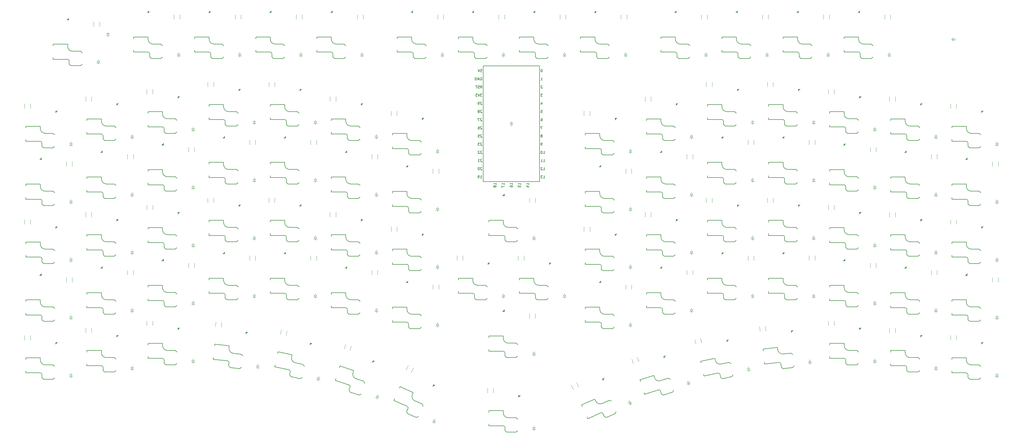
<source format=gbr>
%TF.GenerationSoftware,KiCad,Pcbnew,8.0.5*%
%TF.CreationDate,2024-10-10T16:29:35+02:00*%
%TF.ProjectId,eepyboard_rev2,65657079-626f-4617-9264-5f726576322e,1.1*%
%TF.SameCoordinates,Original*%
%TF.FileFunction,Legend,Bot*%
%TF.FilePolarity,Positive*%
%FSLAX46Y46*%
G04 Gerber Fmt 4.6, Leading zero omitted, Abs format (unit mm)*
G04 Created by KiCad (PCBNEW 8.0.5) date 2024-10-10 16:29:35*
%MOMM*%
%LPD*%
G01*
G04 APERTURE LIST*
%ADD10C,0.150000*%
%ADD11C,0.100000*%
%ADD12C,0.120000*%
G04 APERTURE END LIST*
D10*
X209776747Y-117706786D02*
X209738651Y-117668691D01*
X209738651Y-117668691D02*
X209662461Y-117630596D01*
X209662461Y-117630596D02*
X209471985Y-117630596D01*
X209471985Y-117630596D02*
X209395794Y-117668691D01*
X209395794Y-117668691D02*
X209357699Y-117706786D01*
X209357699Y-117706786D02*
X209319604Y-117782977D01*
X209319604Y-117782977D02*
X209319604Y-117859167D01*
X209319604Y-117859167D02*
X209357699Y-117973453D01*
X209357699Y-117973453D02*
X209814842Y-118430596D01*
X209814842Y-118430596D02*
X209319604Y-118430596D01*
X208824365Y-117630596D02*
X208748175Y-117630596D01*
X208748175Y-117630596D02*
X208671984Y-117668691D01*
X208671984Y-117668691D02*
X208633889Y-117706786D01*
X208633889Y-117706786D02*
X208595794Y-117782977D01*
X208595794Y-117782977D02*
X208557699Y-117935358D01*
X208557699Y-117935358D02*
X208557699Y-118125834D01*
X208557699Y-118125834D02*
X208595794Y-118278215D01*
X208595794Y-118278215D02*
X208633889Y-118354405D01*
X208633889Y-118354405D02*
X208671984Y-118392501D01*
X208671984Y-118392501D02*
X208748175Y-118430596D01*
X208748175Y-118430596D02*
X208824365Y-118430596D01*
X208824365Y-118430596D02*
X208900556Y-118392501D01*
X208900556Y-118392501D02*
X208938651Y-118354405D01*
X208938651Y-118354405D02*
X208976746Y-118278215D01*
X208976746Y-118278215D02*
X209014842Y-118125834D01*
X209014842Y-118125834D02*
X209014842Y-117935358D01*
X209014842Y-117935358D02*
X208976746Y-117782977D01*
X208976746Y-117782977D02*
X208938651Y-117706786D01*
X208938651Y-117706786D02*
X208900556Y-117668691D01*
X208900556Y-117668691D02*
X208824365Y-117630596D01*
X209776748Y-110086786D02*
X209738652Y-110048691D01*
X209738652Y-110048691D02*
X209662462Y-110010596D01*
X209662462Y-110010596D02*
X209471986Y-110010596D01*
X209471986Y-110010596D02*
X209395795Y-110048691D01*
X209395795Y-110048691D02*
X209357700Y-110086786D01*
X209357700Y-110086786D02*
X209319605Y-110162977D01*
X209319605Y-110162977D02*
X209319605Y-110239167D01*
X209319605Y-110239167D02*
X209357700Y-110353453D01*
X209357700Y-110353453D02*
X209814843Y-110810596D01*
X209814843Y-110810596D02*
X209319605Y-110810596D01*
X209052938Y-110010596D02*
X208557700Y-110010596D01*
X208557700Y-110010596D02*
X208824366Y-110315358D01*
X208824366Y-110315358D02*
X208710081Y-110315358D01*
X208710081Y-110315358D02*
X208633890Y-110353453D01*
X208633890Y-110353453D02*
X208595795Y-110391548D01*
X208595795Y-110391548D02*
X208557700Y-110467739D01*
X208557700Y-110467739D02*
X208557700Y-110658215D01*
X208557700Y-110658215D02*
X208595795Y-110734405D01*
X208595795Y-110734405D02*
X208633890Y-110772501D01*
X208633890Y-110772501D02*
X208710081Y-110810596D01*
X208710081Y-110810596D02*
X208938652Y-110810596D01*
X208938652Y-110810596D02*
X209014843Y-110772501D01*
X209014843Y-110772501D02*
X209052938Y-110734405D01*
X209776747Y-115166786D02*
X209738651Y-115128691D01*
X209738651Y-115128691D02*
X209662461Y-115090596D01*
X209662461Y-115090596D02*
X209471985Y-115090596D01*
X209471985Y-115090596D02*
X209395794Y-115128691D01*
X209395794Y-115128691D02*
X209357699Y-115166786D01*
X209357699Y-115166786D02*
X209319604Y-115242977D01*
X209319604Y-115242977D02*
X209319604Y-115319167D01*
X209319604Y-115319167D02*
X209357699Y-115433453D01*
X209357699Y-115433453D02*
X209814842Y-115890596D01*
X209814842Y-115890596D02*
X209319604Y-115890596D01*
X208557699Y-115890596D02*
X209014842Y-115890596D01*
X208786270Y-115890596D02*
X208786270Y-115090596D01*
X208786270Y-115090596D02*
X208862461Y-115204881D01*
X208862461Y-115204881D02*
X208938651Y-115281072D01*
X208938651Y-115281072D02*
X209014842Y-115319167D01*
X228880782Y-115890596D02*
X229337925Y-115890596D01*
X229109353Y-115890596D02*
X229109353Y-115090596D01*
X229109353Y-115090596D02*
X229185544Y-115204881D01*
X229185544Y-115204881D02*
X229261734Y-115281072D01*
X229261734Y-115281072D02*
X229337925Y-115319167D01*
X228118877Y-115890596D02*
X228576020Y-115890596D01*
X228347448Y-115890596D02*
X228347448Y-115090596D01*
X228347448Y-115090596D02*
X228423639Y-115204881D01*
X228423639Y-115204881D02*
X228499829Y-115281072D01*
X228499829Y-115281072D02*
X228576020Y-115319167D01*
X214230107Y-123016508D02*
X214230107Y-122559365D01*
X214230107Y-122787937D02*
X213430107Y-122787937D01*
X213430107Y-122787937D02*
X213544392Y-122711746D01*
X213544392Y-122711746D02*
X213620583Y-122635556D01*
X213620583Y-122635556D02*
X213658678Y-122559365D01*
X213772964Y-123473651D02*
X213734869Y-123397461D01*
X213734869Y-123397461D02*
X213696773Y-123359366D01*
X213696773Y-123359366D02*
X213620583Y-123321270D01*
X213620583Y-123321270D02*
X213582488Y-123321270D01*
X213582488Y-123321270D02*
X213506297Y-123359366D01*
X213506297Y-123359366D02*
X213468202Y-123397461D01*
X213468202Y-123397461D02*
X213430107Y-123473651D01*
X213430107Y-123473651D02*
X213430107Y-123626032D01*
X213430107Y-123626032D02*
X213468202Y-123702223D01*
X213468202Y-123702223D02*
X213506297Y-123740318D01*
X213506297Y-123740318D02*
X213582488Y-123778413D01*
X213582488Y-123778413D02*
X213620583Y-123778413D01*
X213620583Y-123778413D02*
X213696773Y-123740318D01*
X213696773Y-123740318D02*
X213734869Y-123702223D01*
X213734869Y-123702223D02*
X213772964Y-123626032D01*
X213772964Y-123626032D02*
X213772964Y-123473651D01*
X213772964Y-123473651D02*
X213811059Y-123397461D01*
X213811059Y-123397461D02*
X213849154Y-123359366D01*
X213849154Y-123359366D02*
X213925345Y-123321270D01*
X213925345Y-123321270D02*
X214077726Y-123321270D01*
X214077726Y-123321270D02*
X214153916Y-123359366D01*
X214153916Y-123359366D02*
X214192012Y-123397461D01*
X214192012Y-123397461D02*
X214230107Y-123473651D01*
X214230107Y-123473651D02*
X214230107Y-123626032D01*
X214230107Y-123626032D02*
X214192012Y-123702223D01*
X214192012Y-123702223D02*
X214153916Y-123740318D01*
X214153916Y-123740318D02*
X214077726Y-123778413D01*
X214077726Y-123778413D02*
X213925345Y-123778413D01*
X213925345Y-123778413D02*
X213849154Y-123740318D01*
X213849154Y-123740318D02*
X213811059Y-123702223D01*
X213811059Y-123702223D02*
X213772964Y-123626032D01*
X228118877Y-90490596D02*
X228576020Y-90490596D01*
X228347448Y-90490596D02*
X228347448Y-89690596D01*
X228347448Y-89690596D02*
X228423639Y-89804881D01*
X228423639Y-89804881D02*
X228499829Y-89881072D01*
X228499829Y-89881072D02*
X228576020Y-89919167D01*
X228880782Y-118430596D02*
X229337925Y-118430596D01*
X229109353Y-118430596D02*
X229109353Y-117630596D01*
X229109353Y-117630596D02*
X229185544Y-117744881D01*
X229185544Y-117744881D02*
X229261734Y-117821072D01*
X229261734Y-117821072D02*
X229337925Y-117859167D01*
X228576020Y-117706786D02*
X228537924Y-117668691D01*
X228537924Y-117668691D02*
X228461734Y-117630596D01*
X228461734Y-117630596D02*
X228271258Y-117630596D01*
X228271258Y-117630596D02*
X228195067Y-117668691D01*
X228195067Y-117668691D02*
X228156972Y-117706786D01*
X228156972Y-117706786D02*
X228118877Y-117782977D01*
X228118877Y-117782977D02*
X228118877Y-117859167D01*
X228118877Y-117859167D02*
X228156972Y-117973453D01*
X228156972Y-117973453D02*
X228614115Y-118430596D01*
X228614115Y-118430596D02*
X228118877Y-118430596D01*
X209319604Y-120970596D02*
X209776747Y-120970596D01*
X209548175Y-120970596D02*
X209548175Y-120170596D01*
X209548175Y-120170596D02*
X209624366Y-120284881D01*
X209624366Y-120284881D02*
X209700556Y-120361072D01*
X209700556Y-120361072D02*
X209776747Y-120399167D01*
X208938651Y-120970596D02*
X208786270Y-120970596D01*
X208786270Y-120970596D02*
X208710080Y-120932501D01*
X208710080Y-120932501D02*
X208671984Y-120894405D01*
X208671984Y-120894405D02*
X208595794Y-120780120D01*
X208595794Y-120780120D02*
X208557699Y-120627739D01*
X208557699Y-120627739D02*
X208557699Y-120322977D01*
X208557699Y-120322977D02*
X208595794Y-120246786D01*
X208595794Y-120246786D02*
X208633889Y-120208691D01*
X208633889Y-120208691D02*
X208710080Y-120170596D01*
X208710080Y-120170596D02*
X208862461Y-120170596D01*
X208862461Y-120170596D02*
X208938651Y-120208691D01*
X208938651Y-120208691D02*
X208976746Y-120246786D01*
X208976746Y-120246786D02*
X209014842Y-120322977D01*
X209014842Y-120322977D02*
X209014842Y-120513453D01*
X209014842Y-120513453D02*
X208976746Y-120589643D01*
X208976746Y-120589643D02*
X208938651Y-120627739D01*
X208938651Y-120627739D02*
X208862461Y-120665834D01*
X208862461Y-120665834D02*
X208710080Y-120665834D01*
X208710080Y-120665834D02*
X208633889Y-120627739D01*
X208633889Y-120627739D02*
X208595794Y-120589643D01*
X208595794Y-120589643D02*
X208557699Y-120513453D01*
X209814842Y-94770596D02*
X209319604Y-94770596D01*
X209319604Y-94770596D02*
X209586270Y-95075358D01*
X209586270Y-95075358D02*
X209471985Y-95075358D01*
X209471985Y-95075358D02*
X209395794Y-95113453D01*
X209395794Y-95113453D02*
X209357699Y-95151548D01*
X209357699Y-95151548D02*
X209319604Y-95227739D01*
X209319604Y-95227739D02*
X209319604Y-95418215D01*
X209319604Y-95418215D02*
X209357699Y-95494405D01*
X209357699Y-95494405D02*
X209395794Y-95532501D01*
X209395794Y-95532501D02*
X209471985Y-95570596D01*
X209471985Y-95570596D02*
X209700556Y-95570596D01*
X209700556Y-95570596D02*
X209776747Y-95532501D01*
X209776747Y-95532501D02*
X209814842Y-95494405D01*
X209091032Y-94770596D02*
X208824365Y-95570596D01*
X208824365Y-95570596D02*
X208557699Y-94770596D01*
X208367223Y-94770596D02*
X207871985Y-94770596D01*
X207871985Y-94770596D02*
X208138651Y-95075358D01*
X208138651Y-95075358D02*
X208024366Y-95075358D01*
X208024366Y-95075358D02*
X207948175Y-95113453D01*
X207948175Y-95113453D02*
X207910080Y-95151548D01*
X207910080Y-95151548D02*
X207871985Y-95227739D01*
X207871985Y-95227739D02*
X207871985Y-95418215D01*
X207871985Y-95418215D02*
X207910080Y-95494405D01*
X207910080Y-95494405D02*
X207948175Y-95532501D01*
X207948175Y-95532501D02*
X208024366Y-95570596D01*
X208024366Y-95570596D02*
X208252937Y-95570596D01*
X208252937Y-95570596D02*
X208329128Y-95532501D01*
X208329128Y-95532501D02*
X208367223Y-95494405D01*
X209281508Y-93030596D02*
X209548175Y-92649643D01*
X209738651Y-93030596D02*
X209738651Y-92230596D01*
X209738651Y-92230596D02*
X209433889Y-92230596D01*
X209433889Y-92230596D02*
X209357699Y-92268691D01*
X209357699Y-92268691D02*
X209319604Y-92306786D01*
X209319604Y-92306786D02*
X209281508Y-92382977D01*
X209281508Y-92382977D02*
X209281508Y-92497262D01*
X209281508Y-92497262D02*
X209319604Y-92573453D01*
X209319604Y-92573453D02*
X209357699Y-92611548D01*
X209357699Y-92611548D02*
X209433889Y-92649643D01*
X209433889Y-92649643D02*
X209738651Y-92649643D01*
X208976747Y-92992501D02*
X208862461Y-93030596D01*
X208862461Y-93030596D02*
X208671985Y-93030596D01*
X208671985Y-93030596D02*
X208595794Y-92992501D01*
X208595794Y-92992501D02*
X208557699Y-92954405D01*
X208557699Y-92954405D02*
X208519604Y-92878215D01*
X208519604Y-92878215D02*
X208519604Y-92802024D01*
X208519604Y-92802024D02*
X208557699Y-92725834D01*
X208557699Y-92725834D02*
X208595794Y-92687739D01*
X208595794Y-92687739D02*
X208671985Y-92649643D01*
X208671985Y-92649643D02*
X208824366Y-92611548D01*
X208824366Y-92611548D02*
X208900556Y-92573453D01*
X208900556Y-92573453D02*
X208938651Y-92535358D01*
X208938651Y-92535358D02*
X208976747Y-92459167D01*
X208976747Y-92459167D02*
X208976747Y-92382977D01*
X208976747Y-92382977D02*
X208938651Y-92306786D01*
X208938651Y-92306786D02*
X208900556Y-92268691D01*
X208900556Y-92268691D02*
X208824366Y-92230596D01*
X208824366Y-92230596D02*
X208633889Y-92230596D01*
X208633889Y-92230596D02*
X208519604Y-92268691D01*
X208291032Y-92230596D02*
X207833889Y-92230596D01*
X208062461Y-93030596D02*
X208062461Y-92230596D01*
X228614115Y-94770596D02*
X228118877Y-94770596D01*
X228118877Y-94770596D02*
X228385543Y-95075358D01*
X228385543Y-95075358D02*
X228271258Y-95075358D01*
X228271258Y-95075358D02*
X228195067Y-95113453D01*
X228195067Y-95113453D02*
X228156972Y-95151548D01*
X228156972Y-95151548D02*
X228118877Y-95227739D01*
X228118877Y-95227739D02*
X228118877Y-95418215D01*
X228118877Y-95418215D02*
X228156972Y-95494405D01*
X228156972Y-95494405D02*
X228195067Y-95532501D01*
X228195067Y-95532501D02*
X228271258Y-95570596D01*
X228271258Y-95570596D02*
X228499829Y-95570596D01*
X228499829Y-95570596D02*
X228576020Y-95532501D01*
X228576020Y-95532501D02*
X228614115Y-95494405D01*
X228385543Y-87150596D02*
X228309353Y-87150596D01*
X228309353Y-87150596D02*
X228233162Y-87188691D01*
X228233162Y-87188691D02*
X228195067Y-87226786D01*
X228195067Y-87226786D02*
X228156972Y-87302977D01*
X228156972Y-87302977D02*
X228118877Y-87455358D01*
X228118877Y-87455358D02*
X228118877Y-87645834D01*
X228118877Y-87645834D02*
X228156972Y-87798215D01*
X228156972Y-87798215D02*
X228195067Y-87874405D01*
X228195067Y-87874405D02*
X228233162Y-87912501D01*
X228233162Y-87912501D02*
X228309353Y-87950596D01*
X228309353Y-87950596D02*
X228385543Y-87950596D01*
X228385543Y-87950596D02*
X228461734Y-87912501D01*
X228461734Y-87912501D02*
X228499829Y-87874405D01*
X228499829Y-87874405D02*
X228537924Y-87798215D01*
X228537924Y-87798215D02*
X228576020Y-87645834D01*
X228576020Y-87645834D02*
X228576020Y-87455358D01*
X228576020Y-87455358D02*
X228537924Y-87302977D01*
X228537924Y-87302977D02*
X228499829Y-87226786D01*
X228499829Y-87226786D02*
X228461734Y-87188691D01*
X228461734Y-87188691D02*
X228385543Y-87150596D01*
X224390107Y-123016508D02*
X224390107Y-122559365D01*
X224390107Y-122787937D02*
X223590107Y-122787937D01*
X223590107Y-122787937D02*
X223704392Y-122711746D01*
X223704392Y-122711746D02*
X223780583Y-122635556D01*
X223780583Y-122635556D02*
X223818678Y-122559365D01*
X223856773Y-123702223D02*
X224390107Y-123702223D01*
X223552012Y-123511747D02*
X224123440Y-123321270D01*
X224123440Y-123321270D02*
X224123440Y-123816509D01*
X228614115Y-104930596D02*
X228080781Y-104930596D01*
X228080781Y-104930596D02*
X228423639Y-105730596D01*
X228195067Y-102390596D02*
X228347448Y-102390596D01*
X228347448Y-102390596D02*
X228423639Y-102428691D01*
X228423639Y-102428691D02*
X228461734Y-102466786D01*
X228461734Y-102466786D02*
X228537924Y-102581072D01*
X228537924Y-102581072D02*
X228576020Y-102733453D01*
X228576020Y-102733453D02*
X228576020Y-103038215D01*
X228576020Y-103038215D02*
X228537924Y-103114405D01*
X228537924Y-103114405D02*
X228499829Y-103152501D01*
X228499829Y-103152501D02*
X228423639Y-103190596D01*
X228423639Y-103190596D02*
X228271258Y-103190596D01*
X228271258Y-103190596D02*
X228195067Y-103152501D01*
X228195067Y-103152501D02*
X228156972Y-103114405D01*
X228156972Y-103114405D02*
X228118877Y-103038215D01*
X228118877Y-103038215D02*
X228118877Y-102847739D01*
X228118877Y-102847739D02*
X228156972Y-102771548D01*
X228156972Y-102771548D02*
X228195067Y-102733453D01*
X228195067Y-102733453D02*
X228271258Y-102695358D01*
X228271258Y-102695358D02*
X228423639Y-102695358D01*
X228423639Y-102695358D02*
X228499829Y-102733453D01*
X228499829Y-102733453D02*
X228537924Y-102771548D01*
X228537924Y-102771548D02*
X228576020Y-102847739D01*
X228499829Y-110810596D02*
X228347448Y-110810596D01*
X228347448Y-110810596D02*
X228271258Y-110772501D01*
X228271258Y-110772501D02*
X228233162Y-110734405D01*
X228233162Y-110734405D02*
X228156972Y-110620120D01*
X228156972Y-110620120D02*
X228118877Y-110467739D01*
X228118877Y-110467739D02*
X228118877Y-110162977D01*
X228118877Y-110162977D02*
X228156972Y-110086786D01*
X228156972Y-110086786D02*
X228195067Y-110048691D01*
X228195067Y-110048691D02*
X228271258Y-110010596D01*
X228271258Y-110010596D02*
X228423639Y-110010596D01*
X228423639Y-110010596D02*
X228499829Y-110048691D01*
X228499829Y-110048691D02*
X228537924Y-110086786D01*
X228537924Y-110086786D02*
X228576020Y-110162977D01*
X228576020Y-110162977D02*
X228576020Y-110353453D01*
X228576020Y-110353453D02*
X228537924Y-110429643D01*
X228537924Y-110429643D02*
X228499829Y-110467739D01*
X228499829Y-110467739D02*
X228423639Y-110505834D01*
X228423639Y-110505834D02*
X228271258Y-110505834D01*
X228271258Y-110505834D02*
X228195067Y-110467739D01*
X228195067Y-110467739D02*
X228156972Y-110429643D01*
X228156972Y-110429643D02*
X228118877Y-110353453D01*
X216770107Y-123016508D02*
X216770107Y-122559365D01*
X216770107Y-122787937D02*
X215970107Y-122787937D01*
X215970107Y-122787937D02*
X216084392Y-122711746D01*
X216084392Y-122711746D02*
X216160583Y-122635556D01*
X216160583Y-122635556D02*
X216198678Y-122559365D01*
X215970107Y-123283175D02*
X215970107Y-123816509D01*
X215970107Y-123816509D02*
X216770107Y-123473651D01*
X221850107Y-123016508D02*
X221850107Y-122559365D01*
X221850107Y-122787937D02*
X221050107Y-122787937D01*
X221050107Y-122787937D02*
X221164392Y-122711746D01*
X221164392Y-122711746D02*
X221240583Y-122635556D01*
X221240583Y-122635556D02*
X221278678Y-122559365D01*
X221050107Y-123740318D02*
X221050107Y-123359366D01*
X221050107Y-123359366D02*
X221431059Y-123321270D01*
X221431059Y-123321270D02*
X221392964Y-123359366D01*
X221392964Y-123359366D02*
X221354869Y-123435556D01*
X221354869Y-123435556D02*
X221354869Y-123626032D01*
X221354869Y-123626032D02*
X221392964Y-123702223D01*
X221392964Y-123702223D02*
X221431059Y-123740318D01*
X221431059Y-123740318D02*
X221507250Y-123778413D01*
X221507250Y-123778413D02*
X221697726Y-123778413D01*
X221697726Y-123778413D02*
X221773916Y-123740318D01*
X221773916Y-123740318D02*
X221812012Y-123702223D01*
X221812012Y-123702223D02*
X221850107Y-123626032D01*
X221850107Y-123626032D02*
X221850107Y-123435556D01*
X221850107Y-123435556D02*
X221812012Y-123359366D01*
X221812012Y-123359366D02*
X221773916Y-123321270D01*
X228576020Y-92306786D02*
X228537924Y-92268691D01*
X228537924Y-92268691D02*
X228461734Y-92230596D01*
X228461734Y-92230596D02*
X228271258Y-92230596D01*
X228271258Y-92230596D02*
X228195067Y-92268691D01*
X228195067Y-92268691D02*
X228156972Y-92306786D01*
X228156972Y-92306786D02*
X228118877Y-92382977D01*
X228118877Y-92382977D02*
X228118877Y-92459167D01*
X228118877Y-92459167D02*
X228156972Y-92573453D01*
X228156972Y-92573453D02*
X228614115Y-93030596D01*
X228614115Y-93030596D02*
X228118877Y-93030596D01*
X209776747Y-97386786D02*
X209738651Y-97348691D01*
X209738651Y-97348691D02*
X209662461Y-97310596D01*
X209662461Y-97310596D02*
X209471985Y-97310596D01*
X209471985Y-97310596D02*
X209395794Y-97348691D01*
X209395794Y-97348691D02*
X209357699Y-97386786D01*
X209357699Y-97386786D02*
X209319604Y-97462977D01*
X209319604Y-97462977D02*
X209319604Y-97539167D01*
X209319604Y-97539167D02*
X209357699Y-97653453D01*
X209357699Y-97653453D02*
X209814842Y-98110596D01*
X209814842Y-98110596D02*
X209319604Y-98110596D01*
X208938651Y-98110596D02*
X208786270Y-98110596D01*
X208786270Y-98110596D02*
X208710080Y-98072501D01*
X208710080Y-98072501D02*
X208671984Y-98034405D01*
X208671984Y-98034405D02*
X208595794Y-97920120D01*
X208595794Y-97920120D02*
X208557699Y-97767739D01*
X208557699Y-97767739D02*
X208557699Y-97462977D01*
X208557699Y-97462977D02*
X208595794Y-97386786D01*
X208595794Y-97386786D02*
X208633889Y-97348691D01*
X208633889Y-97348691D02*
X208710080Y-97310596D01*
X208710080Y-97310596D02*
X208862461Y-97310596D01*
X208862461Y-97310596D02*
X208938651Y-97348691D01*
X208938651Y-97348691D02*
X208976746Y-97386786D01*
X208976746Y-97386786D02*
X209014842Y-97462977D01*
X209014842Y-97462977D02*
X209014842Y-97653453D01*
X209014842Y-97653453D02*
X208976746Y-97729643D01*
X208976746Y-97729643D02*
X208938651Y-97767739D01*
X208938651Y-97767739D02*
X208862461Y-97805834D01*
X208862461Y-97805834D02*
X208710080Y-97805834D01*
X208710080Y-97805834D02*
X208633889Y-97767739D01*
X208633889Y-97767739D02*
X208595794Y-97729643D01*
X208595794Y-97729643D02*
X208557699Y-97653453D01*
X209776747Y-112626786D02*
X209738651Y-112588691D01*
X209738651Y-112588691D02*
X209662461Y-112550596D01*
X209662461Y-112550596D02*
X209471985Y-112550596D01*
X209471985Y-112550596D02*
X209395794Y-112588691D01*
X209395794Y-112588691D02*
X209357699Y-112626786D01*
X209357699Y-112626786D02*
X209319604Y-112702977D01*
X209319604Y-112702977D02*
X209319604Y-112779167D01*
X209319604Y-112779167D02*
X209357699Y-112893453D01*
X209357699Y-112893453D02*
X209814842Y-113350596D01*
X209814842Y-113350596D02*
X209319604Y-113350596D01*
X209014842Y-112626786D02*
X208976746Y-112588691D01*
X208976746Y-112588691D02*
X208900556Y-112550596D01*
X208900556Y-112550596D02*
X208710080Y-112550596D01*
X208710080Y-112550596D02*
X208633889Y-112588691D01*
X208633889Y-112588691D02*
X208595794Y-112626786D01*
X208595794Y-112626786D02*
X208557699Y-112702977D01*
X208557699Y-112702977D02*
X208557699Y-112779167D01*
X208557699Y-112779167D02*
X208595794Y-112893453D01*
X208595794Y-112893453D02*
X209052937Y-113350596D01*
X209052937Y-113350596D02*
X208557699Y-113350596D01*
X209776747Y-102466786D02*
X209738651Y-102428691D01*
X209738651Y-102428691D02*
X209662461Y-102390596D01*
X209662461Y-102390596D02*
X209471985Y-102390596D01*
X209471985Y-102390596D02*
X209395794Y-102428691D01*
X209395794Y-102428691D02*
X209357699Y-102466786D01*
X209357699Y-102466786D02*
X209319604Y-102542977D01*
X209319604Y-102542977D02*
X209319604Y-102619167D01*
X209319604Y-102619167D02*
X209357699Y-102733453D01*
X209357699Y-102733453D02*
X209814842Y-103190596D01*
X209814842Y-103190596D02*
X209319604Y-103190596D01*
X209052937Y-102390596D02*
X208519603Y-102390596D01*
X208519603Y-102390596D02*
X208862461Y-103190596D01*
X228156972Y-99850596D02*
X228537924Y-99850596D01*
X228537924Y-99850596D02*
X228576020Y-100231548D01*
X228576020Y-100231548D02*
X228537924Y-100193453D01*
X228537924Y-100193453D02*
X228461734Y-100155358D01*
X228461734Y-100155358D02*
X228271258Y-100155358D01*
X228271258Y-100155358D02*
X228195067Y-100193453D01*
X228195067Y-100193453D02*
X228156972Y-100231548D01*
X228156972Y-100231548D02*
X228118877Y-100307739D01*
X228118877Y-100307739D02*
X228118877Y-100498215D01*
X228118877Y-100498215D02*
X228156972Y-100574405D01*
X228156972Y-100574405D02*
X228195067Y-100612501D01*
X228195067Y-100612501D02*
X228271258Y-100650596D01*
X228271258Y-100650596D02*
X228461734Y-100650596D01*
X228461734Y-100650596D02*
X228537924Y-100612501D01*
X228537924Y-100612501D02*
X228576020Y-100574405D01*
X209776747Y-107546786D02*
X209738651Y-107508691D01*
X209738651Y-107508691D02*
X209662461Y-107470596D01*
X209662461Y-107470596D02*
X209471985Y-107470596D01*
X209471985Y-107470596D02*
X209395794Y-107508691D01*
X209395794Y-107508691D02*
X209357699Y-107546786D01*
X209357699Y-107546786D02*
X209319604Y-107622977D01*
X209319604Y-107622977D02*
X209319604Y-107699167D01*
X209319604Y-107699167D02*
X209357699Y-107813453D01*
X209357699Y-107813453D02*
X209814842Y-108270596D01*
X209814842Y-108270596D02*
X209319604Y-108270596D01*
X208595794Y-107470596D02*
X208976746Y-107470596D01*
X208976746Y-107470596D02*
X209014842Y-107851548D01*
X209014842Y-107851548D02*
X208976746Y-107813453D01*
X208976746Y-107813453D02*
X208900556Y-107775358D01*
X208900556Y-107775358D02*
X208710080Y-107775358D01*
X208710080Y-107775358D02*
X208633889Y-107813453D01*
X208633889Y-107813453D02*
X208595794Y-107851548D01*
X208595794Y-107851548D02*
X208557699Y-107927739D01*
X208557699Y-107927739D02*
X208557699Y-108118215D01*
X208557699Y-108118215D02*
X208595794Y-108194405D01*
X208595794Y-108194405D02*
X208633889Y-108232501D01*
X208633889Y-108232501D02*
X208710080Y-108270596D01*
X208710080Y-108270596D02*
X208900556Y-108270596D01*
X208900556Y-108270596D02*
X208976746Y-108232501D01*
X208976746Y-108232501D02*
X209014842Y-108194405D01*
X209319604Y-89728691D02*
X209395794Y-89690596D01*
X209395794Y-89690596D02*
X209510080Y-89690596D01*
X209510080Y-89690596D02*
X209624366Y-89728691D01*
X209624366Y-89728691D02*
X209700556Y-89804881D01*
X209700556Y-89804881D02*
X209738651Y-89881072D01*
X209738651Y-89881072D02*
X209776747Y-90033453D01*
X209776747Y-90033453D02*
X209776747Y-90147739D01*
X209776747Y-90147739D02*
X209738651Y-90300120D01*
X209738651Y-90300120D02*
X209700556Y-90376310D01*
X209700556Y-90376310D02*
X209624366Y-90452501D01*
X209624366Y-90452501D02*
X209510080Y-90490596D01*
X209510080Y-90490596D02*
X209433889Y-90490596D01*
X209433889Y-90490596D02*
X209319604Y-90452501D01*
X209319604Y-90452501D02*
X209281508Y-90414405D01*
X209281508Y-90414405D02*
X209281508Y-90147739D01*
X209281508Y-90147739D02*
X209433889Y-90147739D01*
X208938651Y-90490596D02*
X208938651Y-89690596D01*
X208938651Y-89690596D02*
X208481508Y-90490596D01*
X208481508Y-90490596D02*
X208481508Y-89690596D01*
X208100556Y-90490596D02*
X208100556Y-89690596D01*
X208100556Y-89690596D02*
X207910080Y-89690596D01*
X207910080Y-89690596D02*
X207795794Y-89728691D01*
X207795794Y-89728691D02*
X207719604Y-89804881D01*
X207719604Y-89804881D02*
X207681509Y-89881072D01*
X207681509Y-89881072D02*
X207643413Y-90033453D01*
X207643413Y-90033453D02*
X207643413Y-90147739D01*
X207643413Y-90147739D02*
X207681509Y-90300120D01*
X207681509Y-90300120D02*
X207719604Y-90376310D01*
X207719604Y-90376310D02*
X207795794Y-90452501D01*
X207795794Y-90452501D02*
X207910080Y-90490596D01*
X207910080Y-90490596D02*
X208100556Y-90490596D01*
X228195066Y-97577262D02*
X228195066Y-98110596D01*
X228385542Y-97272501D02*
X228576019Y-97843929D01*
X228576019Y-97843929D02*
X228080780Y-97843929D01*
X219310108Y-123016508D02*
X219310108Y-122559365D01*
X219310108Y-122787937D02*
X218510108Y-122787937D01*
X218510108Y-122787937D02*
X218624393Y-122711746D01*
X218624393Y-122711746D02*
X218700584Y-122635556D01*
X218700584Y-122635556D02*
X218738679Y-122559365D01*
X218510108Y-123702223D02*
X218510108Y-123549842D01*
X218510108Y-123549842D02*
X218548203Y-123473651D01*
X218548203Y-123473651D02*
X218586298Y-123435556D01*
X218586298Y-123435556D02*
X218700584Y-123359366D01*
X218700584Y-123359366D02*
X218852965Y-123321270D01*
X218852965Y-123321270D02*
X219157727Y-123321270D01*
X219157727Y-123321270D02*
X219233917Y-123359366D01*
X219233917Y-123359366D02*
X219272013Y-123397461D01*
X219272013Y-123397461D02*
X219310108Y-123473651D01*
X219310108Y-123473651D02*
X219310108Y-123626032D01*
X219310108Y-123626032D02*
X219272013Y-123702223D01*
X219272013Y-123702223D02*
X219233917Y-123740318D01*
X219233917Y-123740318D02*
X219157727Y-123778413D01*
X219157727Y-123778413D02*
X218967251Y-123778413D01*
X218967251Y-123778413D02*
X218891060Y-123740318D01*
X218891060Y-123740318D02*
X218852965Y-123702223D01*
X218852965Y-123702223D02*
X218814870Y-123626032D01*
X218814870Y-123626032D02*
X218814870Y-123473651D01*
X218814870Y-123473651D02*
X218852965Y-123397461D01*
X218852965Y-123397461D02*
X218891060Y-123359366D01*
X218891060Y-123359366D02*
X218967251Y-123321270D01*
X209357699Y-87150597D02*
X209738651Y-87150597D01*
X209738651Y-87150597D02*
X209776747Y-87531549D01*
X209776747Y-87531549D02*
X209738651Y-87493454D01*
X209738651Y-87493454D02*
X209662461Y-87455359D01*
X209662461Y-87455359D02*
X209471985Y-87455359D01*
X209471985Y-87455359D02*
X209395794Y-87493454D01*
X209395794Y-87493454D02*
X209357699Y-87531549D01*
X209357699Y-87531549D02*
X209319604Y-87607740D01*
X209319604Y-87607740D02*
X209319604Y-87798216D01*
X209319604Y-87798216D02*
X209357699Y-87874406D01*
X209357699Y-87874406D02*
X209395794Y-87912502D01*
X209395794Y-87912502D02*
X209471985Y-87950597D01*
X209471985Y-87950597D02*
X209662461Y-87950597D01*
X209662461Y-87950597D02*
X209738651Y-87912502D01*
X209738651Y-87912502D02*
X209776747Y-87874406D01*
X209091032Y-87150597D02*
X208824365Y-87950597D01*
X208824365Y-87950597D02*
X208557699Y-87150597D01*
X228423639Y-107813453D02*
X228499829Y-107775358D01*
X228499829Y-107775358D02*
X228537924Y-107737262D01*
X228537924Y-107737262D02*
X228576020Y-107661072D01*
X228576020Y-107661072D02*
X228576020Y-107622977D01*
X228576020Y-107622977D02*
X228537924Y-107546786D01*
X228537924Y-107546786D02*
X228499829Y-107508691D01*
X228499829Y-107508691D02*
X228423639Y-107470596D01*
X228423639Y-107470596D02*
X228271258Y-107470596D01*
X228271258Y-107470596D02*
X228195067Y-107508691D01*
X228195067Y-107508691D02*
X228156972Y-107546786D01*
X228156972Y-107546786D02*
X228118877Y-107622977D01*
X228118877Y-107622977D02*
X228118877Y-107661072D01*
X228118877Y-107661072D02*
X228156972Y-107737262D01*
X228156972Y-107737262D02*
X228195067Y-107775358D01*
X228195067Y-107775358D02*
X228271258Y-107813453D01*
X228271258Y-107813453D02*
X228423639Y-107813453D01*
X228423639Y-107813453D02*
X228499829Y-107851548D01*
X228499829Y-107851548D02*
X228537924Y-107889643D01*
X228537924Y-107889643D02*
X228576020Y-107965834D01*
X228576020Y-107965834D02*
X228576020Y-108118215D01*
X228576020Y-108118215D02*
X228537924Y-108194405D01*
X228537924Y-108194405D02*
X228499829Y-108232501D01*
X228499829Y-108232501D02*
X228423639Y-108270596D01*
X228423639Y-108270596D02*
X228271258Y-108270596D01*
X228271258Y-108270596D02*
X228195067Y-108232501D01*
X228195067Y-108232501D02*
X228156972Y-108194405D01*
X228156972Y-108194405D02*
X228118877Y-108118215D01*
X228118877Y-108118215D02*
X228118877Y-107965834D01*
X228118877Y-107965834D02*
X228156972Y-107889643D01*
X228156972Y-107889643D02*
X228195067Y-107851548D01*
X228195067Y-107851548D02*
X228271258Y-107813453D01*
X209776747Y-99926786D02*
X209738651Y-99888691D01*
X209738651Y-99888691D02*
X209662461Y-99850596D01*
X209662461Y-99850596D02*
X209471985Y-99850596D01*
X209471985Y-99850596D02*
X209395794Y-99888691D01*
X209395794Y-99888691D02*
X209357699Y-99926786D01*
X209357699Y-99926786D02*
X209319604Y-100002977D01*
X209319604Y-100002977D02*
X209319604Y-100079167D01*
X209319604Y-100079167D02*
X209357699Y-100193453D01*
X209357699Y-100193453D02*
X209814842Y-100650596D01*
X209814842Y-100650596D02*
X209319604Y-100650596D01*
X208862461Y-100193453D02*
X208938651Y-100155358D01*
X208938651Y-100155358D02*
X208976746Y-100117262D01*
X208976746Y-100117262D02*
X209014842Y-100041072D01*
X209014842Y-100041072D02*
X209014842Y-100002977D01*
X209014842Y-100002977D02*
X208976746Y-99926786D01*
X208976746Y-99926786D02*
X208938651Y-99888691D01*
X208938651Y-99888691D02*
X208862461Y-99850596D01*
X208862461Y-99850596D02*
X208710080Y-99850596D01*
X208710080Y-99850596D02*
X208633889Y-99888691D01*
X208633889Y-99888691D02*
X208595794Y-99926786D01*
X208595794Y-99926786D02*
X208557699Y-100002977D01*
X208557699Y-100002977D02*
X208557699Y-100041072D01*
X208557699Y-100041072D02*
X208595794Y-100117262D01*
X208595794Y-100117262D02*
X208633889Y-100155358D01*
X208633889Y-100155358D02*
X208710080Y-100193453D01*
X208710080Y-100193453D02*
X208862461Y-100193453D01*
X208862461Y-100193453D02*
X208938651Y-100231548D01*
X208938651Y-100231548D02*
X208976746Y-100269643D01*
X208976746Y-100269643D02*
X209014842Y-100345834D01*
X209014842Y-100345834D02*
X209014842Y-100498215D01*
X209014842Y-100498215D02*
X208976746Y-100574405D01*
X208976746Y-100574405D02*
X208938651Y-100612501D01*
X208938651Y-100612501D02*
X208862461Y-100650596D01*
X208862461Y-100650596D02*
X208710080Y-100650596D01*
X208710080Y-100650596D02*
X208633889Y-100612501D01*
X208633889Y-100612501D02*
X208595794Y-100574405D01*
X208595794Y-100574405D02*
X208557699Y-100498215D01*
X208557699Y-100498215D02*
X208557699Y-100345834D01*
X208557699Y-100345834D02*
X208595794Y-100269643D01*
X208595794Y-100269643D02*
X208633889Y-100231548D01*
X208633889Y-100231548D02*
X208710080Y-100193453D01*
X228880782Y-113350596D02*
X229337925Y-113350596D01*
X229109353Y-113350596D02*
X229109353Y-112550596D01*
X229109353Y-112550596D02*
X229185544Y-112664881D01*
X229185544Y-112664881D02*
X229261734Y-112741072D01*
X229261734Y-112741072D02*
X229337925Y-112779167D01*
X228385543Y-112550596D02*
X228309353Y-112550596D01*
X228309353Y-112550596D02*
X228233162Y-112588691D01*
X228233162Y-112588691D02*
X228195067Y-112626786D01*
X228195067Y-112626786D02*
X228156972Y-112702977D01*
X228156972Y-112702977D02*
X228118877Y-112855358D01*
X228118877Y-112855358D02*
X228118877Y-113045834D01*
X228118877Y-113045834D02*
X228156972Y-113198215D01*
X228156972Y-113198215D02*
X228195067Y-113274405D01*
X228195067Y-113274405D02*
X228233162Y-113312501D01*
X228233162Y-113312501D02*
X228309353Y-113350596D01*
X228309353Y-113350596D02*
X228385543Y-113350596D01*
X228385543Y-113350596D02*
X228461734Y-113312501D01*
X228461734Y-113312501D02*
X228499829Y-113274405D01*
X228499829Y-113274405D02*
X228537924Y-113198215D01*
X228537924Y-113198215D02*
X228576020Y-113045834D01*
X228576020Y-113045834D02*
X228576020Y-112855358D01*
X228576020Y-112855358D02*
X228537924Y-112702977D01*
X228537924Y-112702977D02*
X228499829Y-112626786D01*
X228499829Y-112626786D02*
X228461734Y-112588691D01*
X228461734Y-112588691D02*
X228385543Y-112550596D01*
X209776747Y-105006786D02*
X209738651Y-104968691D01*
X209738651Y-104968691D02*
X209662461Y-104930596D01*
X209662461Y-104930596D02*
X209471985Y-104930596D01*
X209471985Y-104930596D02*
X209395794Y-104968691D01*
X209395794Y-104968691D02*
X209357699Y-105006786D01*
X209357699Y-105006786D02*
X209319604Y-105082977D01*
X209319604Y-105082977D02*
X209319604Y-105159167D01*
X209319604Y-105159167D02*
X209357699Y-105273453D01*
X209357699Y-105273453D02*
X209814842Y-105730596D01*
X209814842Y-105730596D02*
X209319604Y-105730596D01*
X208633889Y-104930596D02*
X208786270Y-104930596D01*
X208786270Y-104930596D02*
X208862461Y-104968691D01*
X208862461Y-104968691D02*
X208900556Y-105006786D01*
X208900556Y-105006786D02*
X208976746Y-105121072D01*
X208976746Y-105121072D02*
X209014842Y-105273453D01*
X209014842Y-105273453D02*
X209014842Y-105578215D01*
X209014842Y-105578215D02*
X208976746Y-105654405D01*
X208976746Y-105654405D02*
X208938651Y-105692501D01*
X208938651Y-105692501D02*
X208862461Y-105730596D01*
X208862461Y-105730596D02*
X208710080Y-105730596D01*
X208710080Y-105730596D02*
X208633889Y-105692501D01*
X208633889Y-105692501D02*
X208595794Y-105654405D01*
X208595794Y-105654405D02*
X208557699Y-105578215D01*
X208557699Y-105578215D02*
X208557699Y-105387739D01*
X208557699Y-105387739D02*
X208595794Y-105311548D01*
X208595794Y-105311548D02*
X208633889Y-105273453D01*
X208633889Y-105273453D02*
X208710080Y-105235358D01*
X208710080Y-105235358D02*
X208862461Y-105235358D01*
X208862461Y-105235358D02*
X208938651Y-105273453D01*
X208938651Y-105273453D02*
X208976746Y-105311548D01*
X208976746Y-105311548D02*
X209014842Y-105387739D01*
X228880782Y-120970595D02*
X229337925Y-120970595D01*
X229109353Y-120970595D02*
X229109353Y-120170595D01*
X229109353Y-120170595D02*
X229185544Y-120284880D01*
X229185544Y-120284880D02*
X229261734Y-120361071D01*
X229261734Y-120361071D02*
X229337925Y-120399166D01*
X228614115Y-120170595D02*
X228118877Y-120170595D01*
X228118877Y-120170595D02*
X228385543Y-120475357D01*
X228385543Y-120475357D02*
X228271258Y-120475357D01*
X228271258Y-120475357D02*
X228195067Y-120513452D01*
X228195067Y-120513452D02*
X228156972Y-120551547D01*
X228156972Y-120551547D02*
X228118877Y-120627738D01*
X228118877Y-120627738D02*
X228118877Y-120818214D01*
X228118877Y-120818214D02*
X228156972Y-120894404D01*
X228156972Y-120894404D02*
X228195067Y-120932500D01*
X228195067Y-120932500D02*
X228271258Y-120970595D01*
X228271258Y-120970595D02*
X228499829Y-120970595D01*
X228499829Y-120970595D02*
X228576020Y-120932500D01*
X228576020Y-120932500D02*
X228614115Y-120894404D01*
D11*
%TO.C,LED3*%
X77147815Y-100648302D02*
X77147815Y-100048302D01*
X77747813Y-100048300D01*
X77147815Y-100648302D01*
G36*
X77147815Y-100648302D02*
G01*
X77147815Y-100048302D01*
X77747813Y-100048300D01*
X77147815Y-100648302D01*
G37*
%TO.C,LED67*%
X303747814Y-108498302D02*
X303147816Y-108498304D01*
X303747814Y-107898302D01*
X303747814Y-108498302D01*
G36*
X303747814Y-108498302D02*
G01*
X303147816Y-108498304D01*
X303747814Y-107898302D01*
X303747814Y-108498302D01*
G37*
D10*
%TO.C,S64*%
X145371247Y-179615308D02*
X149772914Y-180550908D01*
X145495996Y-179028420D02*
X145371247Y-179615308D01*
X146348434Y-175018014D02*
X146244478Y-175507087D01*
X150158032Y-181143940D02*
X149950120Y-182122087D01*
X150335237Y-182715114D02*
X149950120Y-182122087D01*
X150604562Y-176638321D02*
X150750098Y-175953616D01*
X150750098Y-175953616D02*
X146348434Y-175018014D01*
X153269681Y-183338852D02*
X150335237Y-182715114D01*
X153862710Y-182953734D02*
X153269681Y-183338852D01*
X154205284Y-178937188D02*
X151759915Y-178417405D01*
X154590401Y-179530216D02*
X154205284Y-178937188D01*
X149772914Y-180550908D02*
G75*
G02*
X150158034Y-181143940I-103956J-489076D01*
G01*
X151759915Y-178417405D02*
G75*
G02*
X150604564Y-176638321I311867J1467218D01*
G01*
%TO.C,S88*%
X322447810Y-77098301D02*
X322447813Y-77598300D01*
X322447812Y-81198301D02*
X322447812Y-81798301D01*
X322447812Y-81798301D02*
X326947813Y-81798298D01*
X326947812Y-77098299D02*
X322447810Y-77098301D01*
X326947812Y-77798299D02*
X326947812Y-77098299D01*
X327447813Y-82298299D02*
X327447812Y-83298299D01*
X327947811Y-83798298D02*
X327447812Y-83298299D01*
X330947812Y-79298299D02*
X328447815Y-79298298D01*
X330947812Y-83798300D02*
X327947811Y-83798298D01*
X331447812Y-79798298D02*
X330947812Y-79298299D01*
X331447812Y-83298299D02*
X330947812Y-83798300D01*
X326947813Y-81798298D02*
G75*
G02*
X327447813Y-82298299I-1J-500001D01*
G01*
X328447815Y-79298298D02*
G75*
G02*
X326947813Y-77798299I-3J1499999D01*
G01*
D11*
%TO.C,LED73*%
X360747814Y-115248304D02*
X360147816Y-115248306D01*
X360747814Y-114648304D01*
X360747814Y-115248304D01*
G36*
X360747814Y-115248304D02*
G01*
X360147816Y-115248306D01*
X360747814Y-114648304D01*
X360747814Y-115248304D01*
G37*
D10*
%TO.C,S68*%
X277853120Y-177928779D02*
X277957077Y-178417851D01*
X278705560Y-181939181D02*
X278830305Y-182526074D01*
X278830305Y-182526074D02*
X283231966Y-181590468D01*
X282254786Y-176993175D02*
X277853120Y-177928779D01*
X282400324Y-177677878D02*
X282254786Y-176993175D01*
X283825002Y-181975588D02*
X284032912Y-182953734D01*
X284625941Y-183338852D02*
X284032912Y-182953734D01*
X286624782Y-178313453D02*
X284179417Y-178833232D01*
X287217811Y-178698571D02*
X286624782Y-178313453D01*
X287560385Y-182715114D02*
X284625941Y-183338852D01*
X287945502Y-182122087D02*
X287560385Y-182715114D01*
X283231966Y-181590468D02*
G75*
G02*
X283825001Y-181975588I103960J-489074D01*
G01*
X284179417Y-178833232D02*
G75*
G02*
X282400322Y-177677878I-311872J1467222D01*
G01*
D11*
%TO.C,LED21*%
X270147814Y-98398303D02*
X270147814Y-97798303D01*
X270747812Y-97798301D01*
X270147814Y-98398303D01*
G36*
X270147814Y-98398303D02*
G01*
X270147814Y-97798303D01*
X270747812Y-97798301D01*
X270147814Y-98398303D01*
G37*
D10*
%TO.C,S37*%
X260947809Y-138598304D02*
X260947812Y-139098303D01*
X260947811Y-142698304D02*
X260947811Y-143298304D01*
X260947811Y-143298304D02*
X265447812Y-143298301D01*
X265447811Y-138598302D02*
X260947809Y-138598304D01*
X265447811Y-139298302D02*
X265447811Y-138598302D01*
X265947812Y-143798302D02*
X265947811Y-144798302D01*
X266447810Y-145298301D02*
X265947811Y-144798302D01*
X269447811Y-140798302D02*
X266947814Y-140798301D01*
X269447811Y-145298303D02*
X266447810Y-145298301D01*
X269947811Y-141298301D02*
X269447811Y-140798302D01*
X269947811Y-144798302D02*
X269447811Y-145298303D01*
X265447812Y-143298301D02*
G75*
G02*
X265947812Y-143798302I-1J-500001D01*
G01*
X266947814Y-140798301D02*
G75*
G02*
X265447812Y-139298302I-3J1499999D01*
G01*
%TO.C,S77*%
X101447810Y-77098304D02*
X101447813Y-77598303D01*
X101447812Y-81198304D02*
X101447812Y-81798304D01*
X101447812Y-81798304D02*
X105947813Y-81798301D01*
X105947812Y-77098302D02*
X101447810Y-77098304D01*
X105947812Y-77798302D02*
X105947812Y-77098302D01*
X106447813Y-82298302D02*
X106447812Y-83298302D01*
X106947811Y-83798301D02*
X106447812Y-83298302D01*
X109947812Y-79298302D02*
X107447815Y-79298301D01*
X109947812Y-83798303D02*
X106947811Y-83798301D01*
X110447812Y-79798301D02*
X109947812Y-79298302D01*
X110447812Y-83298302D02*
X109947812Y-83798303D01*
X105947813Y-81798301D02*
G75*
G02*
X106447813Y-82298302I-1J-500001D01*
G01*
X107447815Y-79298301D02*
G75*
G02*
X105947813Y-77798302I-3J1499999D01*
G01*
D11*
%TO.C,LED72*%
X360747810Y-151248299D02*
X360147812Y-151248301D01*
X360747810Y-150648299D01*
X360747810Y-151248299D01*
G36*
X360747810Y-151248299D02*
G01*
X360147812Y-151248301D01*
X360747810Y-150648299D01*
X360747810Y-151248299D01*
G37*
D10*
%TO.C,S82*%
X202447809Y-77098307D02*
X202447812Y-77598306D01*
X202447811Y-81198307D02*
X202447811Y-81798307D01*
X202447811Y-81798307D02*
X206947812Y-81798304D01*
X206947811Y-77098305D02*
X202447809Y-77098307D01*
X206947811Y-77798305D02*
X206947811Y-77098305D01*
X207447812Y-82298305D02*
X207447811Y-83298305D01*
X207947810Y-83798304D02*
X207447811Y-83298305D01*
X210947811Y-79298305D02*
X208447814Y-79298304D01*
X210947811Y-83798306D02*
X207947810Y-83798304D01*
X211447811Y-79798304D02*
X210947811Y-79298305D01*
X211447811Y-83298305D02*
X210947811Y-83798306D01*
X206947812Y-81798304D02*
G75*
G02*
X207447812Y-82298305I-1J-500001D01*
G01*
X208447814Y-79298304D02*
G75*
G02*
X206947812Y-77798305I-3J1499999D01*
G01*
D11*
%TO.C,LED59*%
X186747814Y-117498299D02*
X186147816Y-117498301D01*
X186747814Y-116898299D01*
X186747814Y-117498299D01*
G36*
X186747814Y-117498299D02*
G01*
X186147816Y-117498301D01*
X186747814Y-116898299D01*
X186747814Y-117498299D01*
G37*
%TO.C,LED84*%
X245247814Y-69498300D02*
X244647816Y-69498302D01*
X245247814Y-68898300D01*
X245247814Y-69498300D01*
G36*
X245247814Y-69498300D02*
G01*
X244647816Y-69498302D01*
X245247814Y-68898300D01*
X245247814Y-69498300D01*
G37*
D10*
%TO.C,S24*%
X162947809Y-156598302D02*
X162947812Y-157098301D01*
X162947811Y-160698302D02*
X162947811Y-161298302D01*
X162947811Y-161298302D02*
X167447812Y-161298299D01*
X167447811Y-156598300D02*
X162947809Y-156598302D01*
X167447811Y-157298300D02*
X167447811Y-156598300D01*
X167947812Y-161798300D02*
X167947811Y-162798300D01*
X168447810Y-163298299D02*
X167947811Y-162798300D01*
X171447811Y-158798300D02*
X168947814Y-158798299D01*
X171447811Y-163298301D02*
X168447810Y-163298299D01*
X171947811Y-159298299D02*
X171447811Y-158798300D01*
X171947811Y-162798300D02*
X171447811Y-163298301D01*
X167447812Y-161298299D02*
G75*
G02*
X167947812Y-161798300I-1J-500001D01*
G01*
X168947814Y-158798299D02*
G75*
G02*
X167447812Y-157298300I-3J1499999D01*
G01*
%TO.C,S50*%
X317947811Y-136348302D02*
X317947814Y-136848301D01*
X317947813Y-140448302D02*
X317947813Y-141048302D01*
X317947813Y-141048302D02*
X322447814Y-141048299D01*
X322447813Y-136348300D02*
X317947811Y-136348302D01*
X322447813Y-137048300D02*
X322447813Y-136348300D01*
X322947814Y-141548300D02*
X322947813Y-142548300D01*
X323447812Y-143048299D02*
X322947813Y-142548300D01*
X326447813Y-138548300D02*
X323947816Y-138548299D01*
X326447813Y-143048301D02*
X323447812Y-143048299D01*
X326947813Y-139048299D02*
X326447813Y-138548300D01*
X326947813Y-142548300D02*
X326447813Y-143048301D01*
X322447814Y-141048299D02*
G75*
G02*
X322947814Y-141548300I-1J-500001D01*
G01*
X323947816Y-138548299D02*
G75*
G02*
X322447814Y-137048300I-3J1499999D01*
G01*
D11*
%TO.C,LED54*%
X148747814Y-144498304D02*
X148147816Y-144498306D01*
X148747814Y-143898304D01*
X148747814Y-144498304D01*
G36*
X148747814Y-144498304D02*
G01*
X148147816Y-144498306D01*
X148747814Y-143898304D01*
X148747814Y-144498304D01*
G37*
D10*
%TO.C,S58*%
X355947811Y-176848308D02*
X355947814Y-177348307D01*
X355947813Y-180948308D02*
X355947813Y-181548308D01*
X355947813Y-181548308D02*
X360447814Y-181548305D01*
X360447813Y-176848306D02*
X355947811Y-176848308D01*
X360447813Y-177548306D02*
X360447813Y-176848306D01*
X360947814Y-182048306D02*
X360947813Y-183048306D01*
X361447812Y-183548305D02*
X360947813Y-183048306D01*
X364447813Y-179048306D02*
X361947816Y-179048305D01*
X364447813Y-183548307D02*
X361447812Y-183548305D01*
X364947813Y-179548305D02*
X364447813Y-179048306D01*
X364947813Y-183048306D02*
X364447813Y-183548307D01*
X360447814Y-181548305D02*
G75*
G02*
X360947814Y-182048306I-1J-500001D01*
G01*
X361947816Y-179048305D02*
G75*
G02*
X360447814Y-177548306I-3J1499999D01*
G01*
%TO.C,S61*%
X355947809Y-122848304D02*
X355947812Y-123348303D01*
X355947811Y-126948304D02*
X355947811Y-127548304D01*
X355947811Y-127548304D02*
X360447812Y-127548301D01*
X360447811Y-122848302D02*
X355947809Y-122848304D01*
X360447811Y-123548302D02*
X360447811Y-122848302D01*
X360947812Y-128048302D02*
X360947811Y-129048302D01*
X361447810Y-129548301D02*
X360947811Y-129048302D01*
X364447811Y-125048302D02*
X361947814Y-125048301D01*
X364447811Y-129548303D02*
X361447810Y-129548301D01*
X364947811Y-125548301D02*
X364447811Y-125048302D01*
X364947811Y-129048302D02*
X364447811Y-129548303D01*
X360447812Y-127548301D02*
G75*
G02*
X360947812Y-128048302I-1J-500001D01*
G01*
X361947814Y-125048301D02*
G75*
G02*
X360447812Y-123548302I-3J1499999D01*
G01*
D11*
%TO.C,LED48*%
X91747811Y-148998301D02*
X91147813Y-148998303D01*
X91747811Y-148398301D01*
X91747811Y-148998301D01*
G36*
X91747811Y-148998301D02*
G01*
X91147813Y-148998303D01*
X91747811Y-148398301D01*
X91747811Y-148998301D01*
G37*
D10*
%TO.C,S36*%
X260947811Y-156598302D02*
X260947814Y-157098301D01*
X260947813Y-160698302D02*
X260947813Y-161298302D01*
X260947813Y-161298302D02*
X265447814Y-161298299D01*
X265447813Y-156598300D02*
X260947811Y-156598302D01*
X265447813Y-157298300D02*
X265447813Y-156598300D01*
X265947814Y-161798300D02*
X265947813Y-162798300D01*
X266447812Y-163298299D02*
X265947813Y-162798300D01*
X269447813Y-158798300D02*
X266947816Y-158798299D01*
X269447813Y-163298301D02*
X266447812Y-163298299D01*
X269947813Y-159298299D02*
X269447813Y-158798300D01*
X269947813Y-162798300D02*
X269447813Y-163298301D01*
X265447814Y-161298299D02*
G75*
G02*
X265947814Y-161798300I-1J-500001D01*
G01*
X266947816Y-158798299D02*
G75*
G02*
X265447814Y-157298300I-3J1499999D01*
G01*
D11*
%TO.C,LED76*%
X81247810Y-71748303D02*
X80647812Y-71748305D01*
X81247810Y-71148303D01*
X81247810Y-71748303D01*
G36*
X81247810Y-71748303D02*
G01*
X80647812Y-71748305D01*
X81247810Y-71148303D01*
X81247810Y-71748303D01*
G37*
D10*
%TO.C,S23*%
X143947811Y-98098302D02*
X143947814Y-98598301D01*
X143947813Y-102198302D02*
X143947813Y-102798302D01*
X143947813Y-102798302D02*
X148447814Y-102798299D01*
X148447813Y-98098300D02*
X143947811Y-98098302D01*
X148447813Y-98798300D02*
X148447813Y-98098300D01*
X148947814Y-103298300D02*
X148947813Y-104298300D01*
X149447812Y-104798299D02*
X148947813Y-104298300D01*
X152447813Y-100298300D02*
X149947816Y-100298299D01*
X152447813Y-104798301D02*
X149447812Y-104798299D01*
X152947813Y-100798299D02*
X152447813Y-100298300D01*
X152947813Y-104298300D02*
X152447813Y-104798301D01*
X148447814Y-102798299D02*
G75*
G02*
X148947814Y-103298300I-1J-500001D01*
G01*
X149947816Y-100298299D02*
G75*
G02*
X148447814Y-98798300I-3J1499999D01*
G01*
%TO.C,S78*%
X120447810Y-77098305D02*
X120447813Y-77598304D01*
X120447812Y-81198305D02*
X120447812Y-81798305D01*
X120447812Y-81798305D02*
X124947813Y-81798302D01*
X124947812Y-77098303D02*
X120447810Y-77098305D01*
X124947812Y-77798303D02*
X124947812Y-77098303D01*
X125447813Y-82298303D02*
X125447812Y-83298303D01*
X125947811Y-83798302D02*
X125447812Y-83298303D01*
X128947812Y-79298303D02*
X126447815Y-79298302D01*
X128947812Y-83798304D02*
X125947811Y-83798302D01*
X129447812Y-79798302D02*
X128947812Y-79298303D01*
X129447812Y-83298303D02*
X128947812Y-83798304D01*
X124947813Y-81798302D02*
G75*
G02*
X125447813Y-82298303I-1J-500001D01*
G01*
X126447815Y-79298302D02*
G75*
G02*
X124947813Y-77798303I-3J1499999D01*
G01*
D11*
%TO.C,LED32*%
X365147811Y-172648298D02*
X365147811Y-172048298D01*
X365747809Y-172048296D01*
X365147811Y-172648298D01*
G36*
X365147811Y-172648298D02*
G01*
X365147811Y-172048298D01*
X365747809Y-172048296D01*
X365147811Y-172648298D01*
G37*
D10*
%TO.C,S11*%
X105947812Y-172348305D02*
X105947815Y-172848304D01*
X105947814Y-176448305D02*
X105947814Y-177048305D01*
X105947814Y-177048305D02*
X110447815Y-177048302D01*
X110447814Y-172348303D02*
X105947812Y-172348305D01*
X110447814Y-173048303D02*
X110447814Y-172348303D01*
X110947815Y-177548303D02*
X110947814Y-178548303D01*
X111447813Y-179048302D02*
X110947814Y-178548303D01*
X114447814Y-174548303D02*
X111947817Y-174548302D01*
X114447814Y-179048304D02*
X111447813Y-179048302D01*
X114947814Y-175048302D02*
X114447814Y-174548303D01*
X114947814Y-178548303D02*
X114447814Y-179048304D01*
X110447815Y-177048302D02*
G75*
G02*
X110947815Y-177548303I-1J-500001D01*
G01*
X111947817Y-174548302D02*
G75*
G02*
X110447815Y-173048303I-3J1499999D01*
G01*
D11*
%TO.C,LED55*%
X148747813Y-108498300D02*
X148147815Y-108498302D01*
X148747813Y-107898300D01*
X148747813Y-108498300D01*
G36*
X148747813Y-108498300D02*
G01*
X148147815Y-108498302D01*
X148747813Y-107898300D01*
X148747813Y-108498300D01*
G37*
D10*
%TO.C,S87*%
X303447812Y-77098304D02*
X303447815Y-77598303D01*
X303447814Y-81198304D02*
X303447814Y-81798304D01*
X303447814Y-81798304D02*
X307947815Y-81798301D01*
X307947814Y-77098302D02*
X303447812Y-77098304D01*
X307947814Y-77798302D02*
X307947814Y-77098302D01*
X308447815Y-82298302D02*
X308447814Y-83298302D01*
X308947813Y-83798301D02*
X308447814Y-83298302D01*
X311947814Y-79298302D02*
X309447817Y-79298301D01*
X311947814Y-83798303D02*
X308947813Y-83798301D01*
X312447814Y-79798301D02*
X311947814Y-79298302D01*
X312447814Y-83298302D02*
X311947814Y-83798303D01*
X307947815Y-81798301D02*
G75*
G02*
X308447815Y-82298302I-1J-500001D01*
G01*
X309447817Y-79298301D02*
G75*
G02*
X307947815Y-77798302I-3J1499999D01*
G01*
D11*
%TO.C,LED14*%
X172147811Y-134398301D02*
X172147811Y-133798301D01*
X172747809Y-133798299D01*
X172147811Y-134398301D01*
G36*
X172147811Y-134398301D02*
G01*
X172147811Y-133798301D01*
X172747809Y-133798299D01*
X172147811Y-134398301D01*
G37*
%TO.C,LED16*%
X191147811Y-138898303D02*
X191147811Y-138298303D01*
X191747809Y-138298301D01*
X191147811Y-138898303D01*
G36*
X191147811Y-138898303D02*
G01*
X191147811Y-138298303D01*
X191747809Y-138298301D01*
X191147811Y-138898303D01*
G37*
D10*
%TO.C,S76*%
X76447810Y-79348301D02*
X76447813Y-79848300D01*
X76447812Y-83448301D02*
X76447812Y-84048301D01*
X76447812Y-84048301D02*
X80947813Y-84048298D01*
X80947812Y-79348299D02*
X76447810Y-79348301D01*
X80947812Y-80048299D02*
X80947812Y-79348299D01*
X81447813Y-84548299D02*
X81447812Y-85548299D01*
X81947811Y-86048298D02*
X81447812Y-85548299D01*
X84947812Y-81548299D02*
X82447815Y-81548298D01*
X84947812Y-86048300D02*
X81947811Y-86048298D01*
X85447812Y-82048298D02*
X84947812Y-81548299D01*
X85447812Y-85548299D02*
X84947812Y-86048300D01*
X80947813Y-84048298D02*
G75*
G02*
X81447813Y-84548299I-1J-500001D01*
G01*
X82447815Y-81548298D02*
G75*
G02*
X80947813Y-80048299I-3J1499999D01*
G01*
D11*
%TO.C,LED66*%
X303747809Y-144498300D02*
X303147811Y-144498302D01*
X303747809Y-143898300D01*
X303747809Y-144498300D01*
G36*
X303747809Y-144498300D02*
G01*
X303147811Y-144498302D01*
X303747809Y-143898300D01*
X303747809Y-144498300D01*
G37*
%TO.C,LED56*%
X167747813Y-148998300D02*
X167147815Y-148998302D01*
X167747813Y-148398300D01*
X167747813Y-148998300D01*
G36*
X167747813Y-148998300D02*
G01*
X167147815Y-148998302D01*
X167747813Y-148398300D01*
X167747813Y-148998300D01*
G37*
D10*
%TO.C,S29*%
X181947814Y-143098303D02*
X181947817Y-143598302D01*
X181947816Y-147198303D02*
X181947816Y-147798303D01*
X181947816Y-147798303D02*
X186447817Y-147798300D01*
X186447816Y-143098301D02*
X181947814Y-143098303D01*
X186447816Y-143798301D02*
X186447816Y-143098301D01*
X186947817Y-148298301D02*
X186947816Y-149298301D01*
X187447815Y-149798300D02*
X186947816Y-149298301D01*
X190447816Y-145298301D02*
X187947819Y-145298300D01*
X190447816Y-149798302D02*
X187447815Y-149798300D01*
X190947816Y-145798300D02*
X190447816Y-145298301D01*
X190947816Y-149298301D02*
X190447816Y-149798302D01*
X186447817Y-147798300D02*
G75*
G02*
X186947817Y-148298301I-1J-500001D01*
G01*
X187947819Y-145298300D02*
G75*
G02*
X186447817Y-143798301I-3J1499999D01*
G01*
D11*
%TO.C,LED1*%
X77147813Y-172648302D02*
X77147813Y-172048302D01*
X77747811Y-172048300D01*
X77147813Y-172648302D01*
G36*
X77147813Y-172648302D02*
G01*
X77147813Y-172048302D01*
X77747811Y-172048300D01*
X77147813Y-172648302D01*
G37*
%TO.C,LED77*%
X106247810Y-69498303D02*
X105647812Y-69498305D01*
X106247810Y-68898303D01*
X106247810Y-69498303D01*
G36*
X106247810Y-69498303D02*
G01*
X105647812Y-69498305D01*
X106247810Y-68898303D01*
X106247810Y-69498303D01*
G37*
%TO.C,LED17*%
X191147812Y-102898300D02*
X191147812Y-102298300D01*
X191747810Y-102298298D01*
X191147812Y-102898300D01*
G36*
X191147812Y-102898300D02*
G01*
X191147812Y-102298300D01*
X191747810Y-102298298D01*
X191147812Y-102898300D01*
G37*
%TO.C,LED6*%
X96147810Y-98398302D02*
X96147810Y-97798302D01*
X96747808Y-97798300D01*
X96147810Y-98398302D01*
G36*
X96147810Y-98398302D02*
G01*
X96147810Y-97798302D01*
X96747808Y-97798300D01*
X96147810Y-98398302D01*
G37*
%TO.C,LED60*%
X246747808Y-153498302D02*
X246147810Y-153498304D01*
X246747808Y-152898302D01*
X246747808Y-153498302D01*
G36*
X246747808Y-153498302D02*
G01*
X246147810Y-153498304D01*
X246747808Y-152898302D01*
X246747808Y-153498302D01*
G37*
D10*
%TO.C,S53*%
X336947815Y-174598302D02*
X336947818Y-175098301D01*
X336947817Y-178698302D02*
X336947817Y-179298302D01*
X336947817Y-179298302D02*
X341447818Y-179298299D01*
X341447817Y-174598300D02*
X336947815Y-174598302D01*
X341447817Y-175298300D02*
X341447817Y-174598300D01*
X341947818Y-179798300D02*
X341947817Y-180798300D01*
X342447816Y-181298299D02*
X341947817Y-180798300D01*
X345447817Y-176798300D02*
X342947820Y-176798299D01*
X345447817Y-181298301D02*
X342447816Y-181298299D01*
X345947817Y-177298299D02*
X345447817Y-176798300D01*
X345947817Y-180798300D02*
X345447817Y-181298301D01*
X341447818Y-179298299D02*
G75*
G02*
X341947818Y-179798300I-1J-500001D01*
G01*
X342947820Y-176798299D02*
G75*
G02*
X341447818Y-175298300I-3J1499999D01*
G01*
D11*
%TO.C,LED18*%
X251147812Y-138898303D02*
X251147812Y-138298303D01*
X251747810Y-138298301D01*
X251147812Y-138898303D01*
G36*
X251147812Y-138898303D02*
G01*
X251147812Y-138298303D01*
X251747810Y-138298301D01*
X251147812Y-138898303D01*
G37*
D10*
%TO.C,S20*%
X143947809Y-152098305D02*
X143947812Y-152598304D01*
X143947811Y-156198305D02*
X143947811Y-156798305D01*
X143947811Y-156798305D02*
X148447812Y-156798302D01*
X148447811Y-152098303D02*
X143947809Y-152098305D01*
X148447811Y-152798303D02*
X148447811Y-152098303D01*
X148947812Y-157298303D02*
X148947811Y-158298303D01*
X149447810Y-158798302D02*
X148947811Y-158298303D01*
X152447811Y-154298303D02*
X149947814Y-154298302D01*
X152447811Y-158798304D02*
X149447810Y-158798302D01*
X152947811Y-154798302D02*
X152447811Y-154298303D01*
X152947811Y-158298303D02*
X152447811Y-158798304D01*
X148447812Y-156798302D02*
G75*
G02*
X148947812Y-157298303I-1J-500001D01*
G01*
X149947814Y-154298302D02*
G75*
G02*
X148447812Y-152798303I-3J1499999D01*
G01*
%TO.C,S74*%
X211947811Y-134098300D02*
X211947814Y-134598299D01*
X211947813Y-138198300D02*
X211947813Y-138798300D01*
X211947813Y-138798300D02*
X216447814Y-138798297D01*
X216447813Y-134098298D02*
X211947811Y-134098300D01*
X216447813Y-134798298D02*
X216447813Y-134098298D01*
X216947814Y-139298298D02*
X216947813Y-140298298D01*
X217447812Y-140798297D02*
X216947813Y-140298298D01*
X220447813Y-136298298D02*
X217947816Y-136298297D01*
X220447813Y-140798299D02*
X217447812Y-140798297D01*
X220947813Y-136798297D02*
X220447813Y-136298298D01*
X220947813Y-140298298D02*
X220447813Y-140798299D01*
X216447814Y-138798297D02*
G75*
G02*
X216947814Y-139298298I-1J-500001D01*
G01*
X217947816Y-136298297D02*
G75*
G02*
X216447814Y-134798298I-3J1499999D01*
G01*
D11*
%TO.C,LED86*%
X289247813Y-69498305D02*
X288647815Y-69498307D01*
X289247813Y-68898305D01*
X289247813Y-69498305D01*
G36*
X289247813Y-69498305D02*
G01*
X288647815Y-69498307D01*
X289247813Y-68898305D01*
X289247813Y-69498305D01*
G37*
D10*
%TO.C,S69*%
X258957031Y-183750522D02*
X259111539Y-184226048D01*
X260224002Y-187649851D02*
X260409411Y-188220485D01*
X260409411Y-188220485D02*
X264689161Y-186829909D01*
X263236782Y-182359940D02*
X258957031Y-183750522D01*
X263453097Y-183025683D02*
X263236782Y-182359940D01*
X265319203Y-187150929D02*
X265628219Y-188101985D01*
X266258256Y-188423009D02*
X265628219Y-188101985D01*
X267720849Y-183216200D02*
X265343209Y-183988741D01*
X268350885Y-183537219D02*
X267720849Y-183216200D01*
X269111426Y-187495950D02*
X266258256Y-188423009D01*
X269432445Y-186865917D02*
X269111426Y-187495950D01*
X264689161Y-186829909D02*
G75*
G02*
X265319204Y-187150929I154513J-475528D01*
G01*
X265343209Y-183988741D02*
G75*
G02*
X263453098Y-183025683I-463527J1426584D01*
G01*
D11*
%TO.C,LED10*%
X134147809Y-129898303D02*
X134147809Y-129298303D01*
X134747807Y-129298301D01*
X134147809Y-129898303D01*
G36*
X134147809Y-129898303D02*
G01*
X134147809Y-129298303D01*
X134747807Y-129298301D01*
X134147809Y-129898303D01*
G37*
D10*
%TO.C,S65*%
X164171417Y-183894252D02*
X168451173Y-185284825D01*
X164356829Y-183323618D02*
X164171417Y-183894252D01*
X165623799Y-179424286D02*
X165469290Y-179899814D01*
X168772194Y-185914865D02*
X168463176Y-186865921D01*
X168784195Y-187495954D02*
X168463176Y-186865921D01*
X169687241Y-181480608D02*
X169903554Y-180814862D01*
X169903554Y-180814862D02*
X165623799Y-179424286D01*
X171637364Y-188423012D02*
X168784195Y-187495954D01*
X172267402Y-188101989D02*
X171637364Y-188423012D01*
X173027943Y-184143255D02*
X170650302Y-183370711D01*
X173348962Y-184773290D02*
X173027943Y-184143255D01*
X168451173Y-185284825D02*
G75*
G02*
X168772196Y-185914865I-154508J-475531D01*
G01*
X170650302Y-183370711D02*
G75*
G02*
X169687240Y-181480608I463524J1426584D01*
G01*
%TO.C,S33*%
X241947809Y-143098303D02*
X241947812Y-143598302D01*
X241947811Y-147198303D02*
X241947811Y-147798303D01*
X241947811Y-147798303D02*
X246447812Y-147798300D01*
X246447811Y-143098301D02*
X241947809Y-143098303D01*
X246447811Y-143798301D02*
X246447811Y-143098301D01*
X246947812Y-148298301D02*
X246947811Y-149298301D01*
X247447810Y-149798300D02*
X246947811Y-149298301D01*
X250447811Y-145298301D02*
X247947814Y-145298300D01*
X250447811Y-149798302D02*
X247447810Y-149798300D01*
X250947811Y-145798300D02*
X250447811Y-145298301D01*
X250947811Y-149298301D02*
X250447811Y-149798302D01*
X246447812Y-147798300D02*
G75*
G02*
X246947812Y-148298301I-1J-500001D01*
G01*
X247947814Y-145298300D02*
G75*
G02*
X246447812Y-143798301I-3J1499999D01*
G01*
%TO.C,S46*%
X298947812Y-116098303D02*
X298947815Y-116598302D01*
X298947814Y-120198303D02*
X298947814Y-120798303D01*
X298947814Y-120798303D02*
X303447815Y-120798300D01*
X303447814Y-116098301D02*
X298947812Y-116098303D01*
X303447814Y-116798301D02*
X303447814Y-116098301D01*
X303947815Y-121298301D02*
X303947814Y-122298301D01*
X304447813Y-122798300D02*
X303947814Y-122298301D01*
X307447814Y-118298301D02*
X304947817Y-118298300D01*
X307447814Y-122798302D02*
X304447813Y-122798300D01*
X307947814Y-118798300D02*
X307447814Y-118298301D01*
X307947814Y-122298301D02*
X307447814Y-122798302D01*
X303447815Y-120798300D02*
G75*
G02*
X303947815Y-121298301I-1J-500001D01*
G01*
X304947817Y-118298300D02*
G75*
G02*
X303447815Y-116798301I-3J1499999D01*
G01*
%TO.C,S56*%
X336947813Y-120598304D02*
X336947816Y-121098303D01*
X336947815Y-124698304D02*
X336947815Y-125298304D01*
X336947815Y-125298304D02*
X341447816Y-125298301D01*
X341447815Y-120598302D02*
X336947813Y-120598304D01*
X341447815Y-121298302D02*
X341447815Y-120598302D01*
X341947816Y-125798302D02*
X341947815Y-126798302D01*
X342447814Y-127298301D02*
X341947815Y-126798302D01*
X345447815Y-122798302D02*
X342947818Y-122798301D01*
X345447815Y-127298303D02*
X342447814Y-127298301D01*
X345947815Y-123298301D02*
X345447815Y-122798302D01*
X345947815Y-126798302D02*
X345447815Y-127298303D01*
X341447816Y-125298301D02*
G75*
G02*
X341947816Y-125798302I-1J-500001D01*
G01*
X342947818Y-122798301D02*
G75*
G02*
X341447816Y-121298302I-3J1499999D01*
G01*
D11*
%TO.C,LED26*%
X327147813Y-168148304D02*
X327147813Y-167548304D01*
X327747811Y-167548302D01*
X327147813Y-168148304D01*
G36*
X327147813Y-168148304D02*
G01*
X327147813Y-167548304D01*
X327747811Y-167548302D01*
X327147813Y-168148304D01*
G37*
D10*
%TO.C,S63*%
X126226794Y-177324961D02*
X130702144Y-177795337D01*
X126289511Y-176728248D02*
X126226794Y-177324961D01*
X126718076Y-172650708D02*
X126665815Y-173147969D01*
X131120257Y-173817250D02*
X131193427Y-173121085D01*
X131147140Y-178344863D02*
X131042611Y-179339385D01*
X131193427Y-173121085D02*
X126718076Y-172650708D01*
X131487607Y-179888907D02*
X131042611Y-179339385D01*
X134471173Y-180202498D02*
X131487607Y-179888907D01*
X134941552Y-175727147D02*
X132455250Y-175465825D01*
X135020699Y-179757499D02*
X134471173Y-180202498D01*
X135386548Y-176276671D02*
X134941552Y-175727147D01*
X130702144Y-177795337D02*
G75*
G02*
X131147141Y-178344863I-52265J-497262D01*
G01*
X132455250Y-175465825D02*
G75*
G02*
X131120257Y-173817250I156789J1491782D01*
G01*
D11*
%TO.C,LED36*%
X156932256Y-172360437D02*
X156220621Y-172822581D01*
X156345368Y-172235692D01*
X156932256Y-172360437D01*
G36*
X156932256Y-172360437D02*
G01*
X156220621Y-172822581D01*
X156345368Y-172235692D01*
X156932256Y-172360437D01*
G37*
%TO.C,LED78*%
X125247812Y-69498304D02*
X124647814Y-69498306D01*
X125247812Y-68898304D01*
X125247812Y-69498304D01*
G36*
X125247812Y-69498304D02*
G01*
X124647814Y-69498306D01*
X125247812Y-68898304D01*
X125247812Y-69498304D01*
G37*
D10*
%TO.C,S57*%
X336947810Y-102598304D02*
X336947813Y-103098303D01*
X336947812Y-106698304D02*
X336947812Y-107298304D01*
X336947812Y-107298304D02*
X341447813Y-107298301D01*
X341447812Y-102598302D02*
X336947810Y-102598304D01*
X341447812Y-103298302D02*
X341447812Y-102598302D01*
X341947813Y-107798302D02*
X341947812Y-108798302D01*
X342447811Y-109298301D02*
X341947812Y-108798302D01*
X345447812Y-104798302D02*
X342947815Y-104798301D01*
X345447812Y-109298303D02*
X342447811Y-109298301D01*
X345947812Y-105298301D02*
X345447812Y-104798302D01*
X345947812Y-108798302D02*
X345447812Y-109298303D01*
X341447813Y-107298301D02*
G75*
G02*
X341947813Y-107798302I-1J-500001D01*
G01*
X342947815Y-104798301D02*
G75*
G02*
X341447813Y-103298302I-3J1499999D01*
G01*
%TO.C,S73*%
X202447810Y-152098302D02*
X202447813Y-152598301D01*
X202447812Y-156198302D02*
X202447812Y-156798302D01*
X202447812Y-156798302D02*
X206947813Y-156798299D01*
X206947812Y-152098300D02*
X202447810Y-152098302D01*
X206947812Y-152798300D02*
X206947812Y-152098300D01*
X207447813Y-157298300D02*
X207447812Y-158298300D01*
X207947811Y-158798299D02*
X207447812Y-158298300D01*
X210947812Y-154298300D02*
X208447815Y-154298299D01*
X210947812Y-158798301D02*
X207947811Y-158798299D01*
X211447812Y-154798299D02*
X210947812Y-154298300D01*
X211447812Y-158298300D02*
X210947812Y-158798301D01*
X206947813Y-156798299D02*
G75*
G02*
X207447813Y-157298300I-1J-500001D01*
G01*
X208447815Y-154298299D02*
G75*
G02*
X206947813Y-152798300I-3J1499999D01*
G01*
D11*
%TO.C,LED64*%
X284747814Y-144498303D02*
X284147816Y-144498305D01*
X284747814Y-143898303D01*
X284747814Y-144498303D01*
G36*
X284747814Y-144498303D02*
G01*
X284147816Y-144498305D01*
X284747814Y-143898303D01*
X284747814Y-144498303D01*
G37*
D10*
%TO.C,S9*%
X86947814Y-120598307D02*
X86947817Y-121098306D01*
X86947816Y-124698307D02*
X86947816Y-125298307D01*
X86947816Y-125298307D02*
X91447817Y-125298304D01*
X91447816Y-120598305D02*
X86947814Y-120598307D01*
X91447816Y-121298305D02*
X91447816Y-120598305D01*
X91947817Y-125798305D02*
X91947816Y-126798305D01*
X92447815Y-127298304D02*
X91947816Y-126798305D01*
X95447816Y-122798305D02*
X92947819Y-122798304D01*
X95447816Y-127298306D02*
X92447815Y-127298304D01*
X95947816Y-123298304D02*
X95447816Y-122798305D01*
X95947816Y-126798305D02*
X95447816Y-127298306D01*
X91447817Y-125298304D02*
G75*
G02*
X91947817Y-125798305I-1J-500001D01*
G01*
X92947819Y-122798304D02*
G75*
G02*
X91447817Y-121298305I-3J1499999D01*
G01*
%TO.C,S52*%
X317947811Y-100348303D02*
X317947814Y-100848302D01*
X317947813Y-104448303D02*
X317947813Y-105048303D01*
X317947813Y-105048303D02*
X322447814Y-105048300D01*
X322447813Y-100348301D02*
X317947811Y-100348303D01*
X322447813Y-101048301D02*
X322447813Y-100348301D01*
X322947814Y-105548301D02*
X322947813Y-106548301D01*
X323447812Y-107048300D02*
X322947813Y-106548301D01*
X326447813Y-102548301D02*
X323947816Y-102548300D01*
X326447813Y-107048302D02*
X323447812Y-107048300D01*
X326947813Y-103048300D02*
X326447813Y-102548301D01*
X326947813Y-106548301D02*
X326447813Y-107048302D01*
X322447814Y-105048300D02*
G75*
G02*
X322947814Y-105548301I-1J-500001D01*
G01*
X323947816Y-102548300D02*
G75*
G02*
X322447814Y-101048301I-3J1499999D01*
G01*
D11*
%TO.C,LED20*%
X270147812Y-134398298D02*
X270147812Y-133798298D01*
X270747810Y-133798296D01*
X270147812Y-134398298D01*
G36*
X270147812Y-134398298D02*
G01*
X270147812Y-133798298D01*
X270747810Y-133798296D01*
X270147812Y-134398298D01*
G37*
%TO.C,LED27*%
X327147815Y-132148300D02*
X327147815Y-131548300D01*
X327747813Y-131548298D01*
X327147815Y-132148300D01*
G36*
X327147815Y-132148300D02*
G01*
X327147815Y-131548300D01*
X327747813Y-131548298D01*
X327147815Y-132148300D01*
G37*
D10*
%TO.C,S2*%
X67947806Y-158848301D02*
X67947809Y-159348300D01*
X67947808Y-162948301D02*
X67947808Y-163548301D01*
X67947808Y-163548301D02*
X72447809Y-163548298D01*
X72447808Y-158848299D02*
X67947806Y-158848301D01*
X72447808Y-159548299D02*
X72447808Y-158848299D01*
X72947809Y-164048299D02*
X72947808Y-165048299D01*
X73447807Y-165548298D02*
X72947808Y-165048299D01*
X76447808Y-161048299D02*
X73947811Y-161048298D01*
X76447808Y-165548300D02*
X73447807Y-165548298D01*
X76947808Y-161548298D02*
X76447808Y-161048299D01*
X76947808Y-165048299D02*
X76447808Y-165548300D01*
X72447809Y-163548298D02*
G75*
G02*
X72947809Y-164048299I-1J-500001D01*
G01*
X73947811Y-161048298D02*
G75*
G02*
X72447809Y-159548299I-3J1499999D01*
G01*
D11*
%TO.C,LED31*%
X346147811Y-98398301D02*
X346147811Y-97798301D01*
X346747809Y-97798299D01*
X346147811Y-98398301D01*
G36*
X346147811Y-98398301D02*
G01*
X346147811Y-97798301D01*
X346747809Y-97798299D01*
X346147811Y-98398301D01*
G37*
%TO.C,LED34*%
X365147810Y-100648299D02*
X365147810Y-100048299D01*
X365747808Y-100048297D01*
X365147810Y-100648299D01*
G36*
X365147810Y-100648299D02*
G01*
X365147810Y-100048299D01*
X365747808Y-100048297D01*
X365147810Y-100648299D01*
G37*
%TO.C,LED61*%
X246747813Y-117498302D02*
X246147815Y-117498304D01*
X246747813Y-116898302D01*
X246747813Y-117498302D01*
G36*
X246747813Y-117498302D02*
G01*
X246147815Y-117498304D01*
X246747813Y-116898302D01*
X246747813Y-117498302D01*
G37*
D10*
%TO.C,S86*%
X284447813Y-77098305D02*
X284447816Y-77598304D01*
X284447815Y-81198305D02*
X284447815Y-81798305D01*
X284447815Y-81798305D02*
X288947816Y-81798302D01*
X288947815Y-77098303D02*
X284447813Y-77098305D01*
X288947815Y-77798303D02*
X288947815Y-77098303D01*
X289447816Y-82298303D02*
X289447815Y-83298303D01*
X289947814Y-83798302D02*
X289447815Y-83298303D01*
X292947815Y-79298303D02*
X290447818Y-79298302D01*
X292947815Y-83798304D02*
X289947814Y-83798302D01*
X293447815Y-79798302D02*
X292947815Y-79298303D01*
X293447815Y-83298303D02*
X292947815Y-83798304D01*
X288947816Y-81798302D02*
G75*
G02*
X289447816Y-82298303I-1J-500001D01*
G01*
X290447818Y-79298302D02*
G75*
G02*
X288947816Y-77798303I-3J1499999D01*
G01*
D11*
%TO.C,LED83*%
X226247812Y-69498303D02*
X225647814Y-69498305D01*
X226247812Y-68898303D01*
X226247812Y-69498303D01*
G36*
X226247812Y-69498303D02*
G01*
X225647814Y-69498305D01*
X226247812Y-68898303D01*
X226247812Y-69498303D01*
G37*
%TO.C,LED11*%
X134147809Y-93898300D02*
X134147809Y-93298300D01*
X134747807Y-93298298D01*
X134147809Y-93898300D01*
G36*
X134147809Y-93898300D02*
G01*
X134147809Y-93298300D01*
X134747807Y-93298298D01*
X134147809Y-93898300D01*
G37*
%TO.C,LED79*%
X144247809Y-69498301D02*
X143647811Y-69498303D01*
X144247809Y-68898301D01*
X144247809Y-69498301D01*
G36*
X144247809Y-69498301D02*
G01*
X143647811Y-69498303D01*
X144247809Y-68898301D01*
X144247809Y-69498301D01*
G37*
%TO.C,LED75*%
X216747812Y-126498302D02*
X216147814Y-126498304D01*
X216747812Y-125898302D01*
X216747812Y-126498302D01*
G36*
X216747812Y-126498302D02*
G01*
X216147814Y-126498304D01*
X216747812Y-125898302D01*
X216747812Y-126498302D01*
G37*
D10*
%TO.C,S55*%
X336947815Y-138598305D02*
X336947818Y-139098304D01*
X336947817Y-142698305D02*
X336947817Y-143298305D01*
X336947817Y-143298305D02*
X341447818Y-143298302D01*
X341447817Y-138598303D02*
X336947815Y-138598305D01*
X341447817Y-139298303D02*
X341447817Y-138598303D01*
X341947818Y-143798303D02*
X341947817Y-144798303D01*
X342447816Y-145298302D02*
X341947817Y-144798303D01*
X345447817Y-140798303D02*
X342947820Y-140798302D01*
X345447817Y-145298304D02*
X342447816Y-145298302D01*
X345947817Y-141298302D02*
X345447817Y-140798303D01*
X345947817Y-144798303D02*
X345447817Y-145298304D01*
X341447818Y-143298302D02*
G75*
G02*
X341947818Y-143798303I-1J-500001D01*
G01*
X342947820Y-140798302D02*
G75*
G02*
X341447818Y-139298303I-3J1499999D01*
G01*
%TO.C,S13*%
X105947810Y-136348299D02*
X105947813Y-136848298D01*
X105947812Y-140448299D02*
X105947812Y-141048299D01*
X105947812Y-141048299D02*
X110447813Y-141048296D01*
X110447812Y-136348297D02*
X105947810Y-136348299D01*
X110447812Y-137048297D02*
X110447812Y-136348297D01*
X110947813Y-141548297D02*
X110947812Y-142548297D01*
X111447811Y-143048296D02*
X110947812Y-142548297D01*
X114447812Y-138548297D02*
X111947815Y-138548296D01*
X114447812Y-143048298D02*
X111447811Y-143048296D01*
X114947812Y-139048296D02*
X114447812Y-138548297D01*
X114947812Y-142548297D02*
X114447812Y-143048298D01*
X110447813Y-141048296D02*
G75*
G02*
X110947813Y-141548297I-1J-500001D01*
G01*
X111947815Y-138548296D02*
G75*
G02*
X110447813Y-137048297I-3J1499999D01*
G01*
D11*
%TO.C,LED9*%
X115147814Y-96148302D02*
X115147814Y-95548302D01*
X115747812Y-95548300D01*
X115147814Y-96148302D01*
G36*
X115147814Y-96148302D02*
G01*
X115147814Y-95548302D01*
X115747812Y-95548300D01*
X115147814Y-96148302D01*
G37*
%TO.C,LED85*%
X270247813Y-69498303D02*
X269647815Y-69498305D01*
X270247813Y-68898303D01*
X270247813Y-69498303D01*
G36*
X270247813Y-69498303D02*
G01*
X269647815Y-69498305D01*
X270247813Y-68898303D01*
X270247813Y-69498303D01*
G37*
%TO.C,LED35*%
X136966133Y-168901376D02*
X136306704Y-169435374D01*
X136369421Y-168838661D01*
X136966133Y-168901376D01*
G36*
X136966133Y-168901376D02*
G01*
X136306704Y-169435374D01*
X136369421Y-168838661D01*
X136966133Y-168901376D01*
G37*
D10*
%TO.C,S70*%
X240772995Y-191515551D02*
X240976363Y-191972321D01*
X242440615Y-195261085D02*
X242684657Y-195809212D01*
X242684657Y-195809212D02*
X246795612Y-193978894D01*
X244883948Y-189685234D02*
X240772995Y-191515551D01*
X245168665Y-190324716D02*
X244883948Y-189685234D01*
X247455754Y-194232302D02*
X247862489Y-195145847D01*
X248522630Y-195399252D02*
X247862489Y-195145847D01*
X249432952Y-190068087D02*
X247149090Y-191084927D01*
X250093092Y-190321491D02*
X249432952Y-190068087D01*
X251263267Y-194179040D02*
X248522630Y-195399252D01*
X251516671Y-193518901D02*
X251263267Y-194179040D01*
X246795612Y-193978894D02*
G75*
G02*
X247455756Y-194232301I203368J-456776D01*
G01*
X247149090Y-191084927D02*
G75*
G02*
X245168666Y-190324716I-610107J1370316D01*
G01*
%TO.C,S21*%
X143947813Y-134098308D02*
X143947816Y-134598307D01*
X143947815Y-138198308D02*
X143947815Y-138798308D01*
X143947815Y-138798308D02*
X148447816Y-138798305D01*
X148447815Y-134098306D02*
X143947813Y-134098308D01*
X148447815Y-134798306D02*
X148447815Y-134098306D01*
X148947816Y-139298306D02*
X148947815Y-140298306D01*
X149447814Y-140798305D02*
X148947815Y-140298306D01*
X152447815Y-136298306D02*
X149947818Y-136298305D01*
X152447815Y-140798307D02*
X149447814Y-140798305D01*
X152947815Y-136798305D02*
X152447815Y-136298306D01*
X152947815Y-140298306D02*
X152447815Y-140798307D01*
X148447816Y-138798305D02*
G75*
G02*
X148947816Y-139298306I-1J-500001D01*
G01*
X149947818Y-136298305D02*
G75*
G02*
X148447816Y-134798306I-3J1499999D01*
G01*
%TO.C,S83*%
X221447812Y-77098305D02*
X221447815Y-77598304D01*
X221447814Y-81198305D02*
X221447814Y-81798305D01*
X221447814Y-81798305D02*
X225947815Y-81798302D01*
X225947814Y-77098303D02*
X221447812Y-77098305D01*
X225947814Y-77798303D02*
X225947814Y-77098303D01*
X226447815Y-82298303D02*
X226447814Y-83298303D01*
X226947813Y-83798302D02*
X226447814Y-83298303D01*
X229947814Y-79298303D02*
X227447817Y-79298302D01*
X229947814Y-83798304D02*
X226947813Y-83798302D01*
X230447814Y-79798302D02*
X229947814Y-79298303D01*
X230447814Y-83298303D02*
X229947814Y-83798304D01*
X225947815Y-81798302D02*
G75*
G02*
X226447815Y-82298303I-1J-500001D01*
G01*
X227447817Y-79298302D02*
G75*
G02*
X225947815Y-77798303I-3J1499999D01*
G01*
D11*
%TO.C,LED80*%
X163247814Y-69498299D02*
X162647816Y-69498301D01*
X163247814Y-68898299D01*
X163247814Y-69498299D01*
G36*
X163247814Y-69498299D02*
G01*
X162647816Y-69498301D01*
X163247814Y-68898299D01*
X163247814Y-69498299D01*
G37*
D10*
%TO.C,S25*%
X162947807Y-138598305D02*
X162947810Y-139098304D01*
X162947809Y-142698305D02*
X162947809Y-143298305D01*
X162947809Y-143298305D02*
X167447810Y-143298302D01*
X167447809Y-138598303D02*
X162947807Y-138598305D01*
X167447809Y-139298303D02*
X167447809Y-138598303D01*
X167947810Y-143798303D02*
X167947809Y-144798303D01*
X168447808Y-145298302D02*
X167947809Y-144798303D01*
X171447809Y-140798303D02*
X168947812Y-140798302D01*
X171447809Y-145298304D02*
X168447808Y-145298302D01*
X171947809Y-141298302D02*
X171447809Y-140798303D01*
X171947809Y-144798303D02*
X171447809Y-145298304D01*
X167447810Y-143298302D02*
G75*
G02*
X167947810Y-143798303I-1J-500001D01*
G01*
X168947812Y-140798302D02*
G75*
G02*
X167447810Y-139298303I-3J1499999D01*
G01*
D11*
%TO.C,LED19*%
X251147812Y-102898302D02*
X251147812Y-102298302D01*
X251747810Y-102298300D01*
X251147812Y-102898302D01*
G36*
X251147812Y-102898302D02*
G01*
X251147812Y-102298302D01*
X251747810Y-102298300D01*
X251147812Y-102898302D01*
G37*
D10*
%TO.C,S14*%
X105947807Y-118348303D02*
X105947810Y-118848302D01*
X105947809Y-122448303D02*
X105947809Y-123048303D01*
X105947809Y-123048303D02*
X110447810Y-123048300D01*
X110447809Y-118348301D02*
X105947807Y-118348303D01*
X110447809Y-119048301D02*
X110447809Y-118348301D01*
X110947810Y-123548301D02*
X110947809Y-124548301D01*
X111447808Y-125048300D02*
X110947809Y-124548301D01*
X114447809Y-120548301D02*
X111947812Y-120548300D01*
X114447809Y-125048302D02*
X111447808Y-125048300D01*
X114947809Y-121048300D02*
X114447809Y-120548301D01*
X114947809Y-124548301D02*
X114447809Y-125048302D01*
X110447810Y-123048300D02*
G75*
G02*
X110947810Y-123548301I-1J-500001D01*
G01*
X111947812Y-120548300D02*
G75*
G02*
X110447810Y-119048301I-3J1499999D01*
G01*
D11*
%TO.C,LED63*%
X265747813Y-112998300D02*
X265147815Y-112998302D01*
X265747813Y-112398300D01*
X265747813Y-112998300D01*
G36*
X265747813Y-112998300D02*
G01*
X265147815Y-112998302D01*
X265747813Y-112398300D01*
X265747813Y-112998300D01*
G37*
D10*
%TO.C,S79*%
X139447811Y-77098305D02*
X139447814Y-77598304D01*
X139447813Y-81198305D02*
X139447813Y-81798305D01*
X139447813Y-81798305D02*
X143947814Y-81798302D01*
X143947813Y-77098303D02*
X139447811Y-77098305D01*
X143947813Y-77798303D02*
X143947813Y-77098303D01*
X144447814Y-82298303D02*
X144447813Y-83298303D01*
X144947812Y-83798302D02*
X144447813Y-83298303D01*
X147947813Y-79298303D02*
X145447816Y-79298302D01*
X147947813Y-83798304D02*
X144947812Y-83798302D01*
X148447813Y-79798302D02*
X147947813Y-79298303D01*
X148447813Y-83298303D02*
X147947813Y-83798304D01*
X143947814Y-81798302D02*
G75*
G02*
X144447814Y-82298303I-1J-500001D01*
G01*
X145447816Y-79298302D02*
G75*
G02*
X143947814Y-77798303I-3J1499999D01*
G01*
D11*
%TO.C,LED15*%
X172147810Y-98398299D02*
X172147810Y-97798299D01*
X172747808Y-97798297D01*
X172147810Y-98398299D01*
G36*
X172147810Y-98398299D02*
G01*
X172147810Y-97798299D01*
X172747808Y-97798297D01*
X172147810Y-98398299D01*
G37*
%TO.C,LED42*%
X247469317Y-183936685D02*
X247225275Y-183388556D01*
X247773403Y-183144515D01*
X247469317Y-183936685D01*
G36*
X247469317Y-183936685D02*
G01*
X247225275Y-183388556D01*
X247773403Y-183144515D01*
X247469317Y-183936685D01*
G37*
%TO.C,LED33*%
X365147808Y-136648302D02*
X365147808Y-136048302D01*
X365747806Y-136048300D01*
X365147808Y-136648302D01*
G36*
X365147808Y-136648302D02*
G01*
X365147808Y-136048302D01*
X365747806Y-136048300D01*
X365147808Y-136648302D01*
G37*
D10*
%TO.C,S71*%
X211947814Y-193298079D02*
X211947817Y-193798078D01*
X211947816Y-197398079D02*
X211947816Y-197998079D01*
X211947816Y-197998079D02*
X216447817Y-197998076D01*
X216447816Y-193298077D02*
X211947814Y-193298079D01*
X216447816Y-193998077D02*
X216447816Y-193298077D01*
X216947817Y-198498077D02*
X216947816Y-199498077D01*
X217447815Y-199998076D02*
X216947816Y-199498077D01*
X220447816Y-195498077D02*
X217947819Y-195498076D01*
X220447816Y-199998078D02*
X217447815Y-199998076D01*
X220947816Y-195998076D02*
X220447816Y-195498077D01*
X220947816Y-199498077D02*
X220447816Y-199998078D01*
X216447817Y-197998076D02*
G75*
G02*
X216947817Y-198498077I-1J-500001D01*
G01*
X217947819Y-195498076D02*
G75*
G02*
X216447817Y-193998077I-3J1499999D01*
G01*
%TO.C,MCU1*%
X210147812Y-86098301D02*
X227747812Y-86098301D01*
X210147812Y-122098301D02*
X210147812Y-86098301D01*
X227747812Y-86098301D02*
X227747812Y-122098301D01*
X227747812Y-122098301D02*
X210147812Y-122098301D01*
%TO.C,S28*%
X181947811Y-161098304D02*
X181947814Y-161598303D01*
X181947813Y-165198304D02*
X181947813Y-165798304D01*
X181947813Y-165798304D02*
X186447814Y-165798301D01*
X186447813Y-161098302D02*
X181947811Y-161098304D01*
X186447813Y-161798302D02*
X186447813Y-161098302D01*
X186947814Y-166298302D02*
X186947813Y-167298302D01*
X187447812Y-167798301D02*
X186947813Y-167298302D01*
X190447813Y-163298302D02*
X187947816Y-163298301D01*
X190447813Y-167798303D02*
X187447812Y-167798301D01*
X190947813Y-163798301D02*
X190447813Y-163298302D01*
X190947813Y-167298302D02*
X190447813Y-167798303D01*
X186447814Y-165798301D02*
G75*
G02*
X186947814Y-166298302I-1J-500001D01*
G01*
X187947816Y-163298301D02*
G75*
G02*
X186447814Y-161798302I-3J1499999D01*
G01*
D11*
%TO.C,LED69*%
X322747814Y-110748299D02*
X322147816Y-110748301D01*
X322747814Y-110148299D01*
X322747814Y-110748299D01*
G36*
X322747814Y-110748299D02*
G01*
X322147816Y-110748301D01*
X322747814Y-110148299D01*
X322747814Y-110748299D01*
G37*
%TO.C,LED62*%
X265747812Y-148998299D02*
X265147814Y-148998301D01*
X265747812Y-148398299D01*
X265747812Y-148998299D01*
G36*
X265747812Y-148998299D02*
G01*
X265147814Y-148998301D01*
X265747812Y-148398299D01*
X265747812Y-148998299D01*
G37*
%TO.C,LED51*%
X110747810Y-110748301D02*
X110147812Y-110748303D01*
X110747810Y-110148301D01*
X110747810Y-110748301D01*
G36*
X110747810Y-110748301D02*
G01*
X110147812Y-110748303D01*
X110747810Y-110148301D01*
X110747810Y-110748301D01*
G37*
D10*
%TO.C,S59*%
X355947810Y-158848306D02*
X355947813Y-159348305D01*
X355947812Y-162948306D02*
X355947812Y-163548306D01*
X355947812Y-163548306D02*
X360447813Y-163548303D01*
X360447812Y-158848304D02*
X355947810Y-158848306D01*
X360447812Y-159548304D02*
X360447812Y-158848304D01*
X360947813Y-164048304D02*
X360947812Y-165048304D01*
X361447811Y-165548303D02*
X360947812Y-165048304D01*
X364447812Y-161048304D02*
X361947815Y-161048303D01*
X364447812Y-165548305D02*
X361447811Y-165548303D01*
X364947812Y-161548303D02*
X364447812Y-161048304D01*
X364947812Y-165048304D02*
X364447812Y-165548305D01*
X360447813Y-163548303D02*
G75*
G02*
X360947813Y-164048304I-1J-500001D01*
G01*
X361947815Y-161048303D02*
G75*
G02*
X360447813Y-159548304I-3J1499999D01*
G01*
%TO.C,S54*%
X336947809Y-156598302D02*
X336947812Y-157098301D01*
X336947811Y-160698302D02*
X336947811Y-161298302D01*
X336947811Y-161298302D02*
X341447812Y-161298299D01*
X341447811Y-156598300D02*
X336947809Y-156598302D01*
X341447811Y-157298300D02*
X341447811Y-156598300D01*
X341947812Y-161798300D02*
X341947811Y-162798300D01*
X342447810Y-163298299D02*
X341947811Y-162798300D01*
X345447811Y-158798300D02*
X342947814Y-158798299D01*
X345447811Y-163298301D02*
X342447810Y-163298299D01*
X345947811Y-159298299D02*
X345447811Y-158798300D01*
X345947811Y-162798300D02*
X345447811Y-163298301D01*
X341447812Y-161298299D02*
G75*
G02*
X341947812Y-161798300I-1J-500001D01*
G01*
X342947814Y-158798299D02*
G75*
G02*
X341447812Y-157298300I-3J1499999D01*
G01*
%TO.C,S35*%
X241947810Y-107098304D02*
X241947813Y-107598303D01*
X241947812Y-111198304D02*
X241947812Y-111798304D01*
X241947812Y-111798304D02*
X246447813Y-111798301D01*
X246447812Y-107098302D02*
X241947810Y-107098304D01*
X246447812Y-107798302D02*
X246447812Y-107098302D01*
X246947813Y-112298302D02*
X246947812Y-113298302D01*
X247447811Y-113798301D02*
X246947812Y-113298302D01*
X250447812Y-109298302D02*
X247947815Y-109298301D01*
X250447812Y-113798303D02*
X247447811Y-113798301D01*
X250947812Y-109798301D02*
X250447812Y-109298302D01*
X250947812Y-113298302D02*
X250447812Y-113798303D01*
X246447813Y-111798301D02*
G75*
G02*
X246947813Y-112298302I-1J-500001D01*
G01*
X247947815Y-109298301D02*
G75*
G02*
X246447813Y-107798302I-3J1499999D01*
G01*
%TO.C,S67*%
X297254235Y-174114107D02*
X297306501Y-174611366D01*
X297682803Y-178191646D02*
X297745520Y-178788360D01*
X297745520Y-178788360D02*
X302220870Y-178317979D01*
X301729585Y-173643727D02*
X297254235Y-174114107D01*
X301802755Y-174339892D02*
X301729585Y-173643727D01*
X302770395Y-178762977D02*
X302874922Y-179757499D01*
X303424448Y-180202498D02*
X302874922Y-179757499D01*
X305937635Y-175413561D02*
X303451334Y-175674881D01*
X306408014Y-179888907D02*
X303424448Y-180202498D01*
X306487160Y-175858557D02*
X305937635Y-175413561D01*
X306853010Y-179339385D02*
X306408014Y-179888907D01*
X302220870Y-178317979D02*
G75*
G02*
X302770395Y-178762977I52263J-497262D01*
G01*
X303451334Y-175674881D02*
G75*
G02*
X301802757Y-174339892I-156796J1491781D01*
G01*
%TO.C,S84*%
X240447811Y-77098297D02*
X240447814Y-77598296D01*
X240447813Y-81198297D02*
X240447813Y-81798297D01*
X240447813Y-81798297D02*
X244947814Y-81798294D01*
X244947813Y-77098295D02*
X240447811Y-77098297D01*
X244947813Y-77798295D02*
X244947813Y-77098295D01*
X245447814Y-82298295D02*
X245447813Y-83298295D01*
X245947812Y-83798294D02*
X245447813Y-83298295D01*
X248947813Y-79298295D02*
X246447816Y-79298294D01*
X248947813Y-83798296D02*
X245947812Y-83798294D01*
X249447813Y-79798294D02*
X248947813Y-79298295D01*
X249447813Y-83298295D02*
X248947813Y-83798296D01*
X244947814Y-81798294D02*
G75*
G02*
X245447814Y-82298295I-1J-500001D01*
G01*
X246447816Y-79298294D02*
G75*
G02*
X244947814Y-77798295I-3J1499999D01*
G01*
D11*
%TO.C,LED53*%
X129747815Y-108498302D02*
X129147817Y-108498304D01*
X129747815Y-107898302D01*
X129747815Y-108498302D01*
G36*
X129747815Y-108498302D02*
G01*
X129147817Y-108498304D01*
X129747815Y-107898302D01*
X129747815Y-108498302D01*
G37*
D10*
%TO.C,S60*%
X355947812Y-140848301D02*
X355947815Y-141348300D01*
X355947814Y-144948301D02*
X355947814Y-145548301D01*
X355947814Y-145548301D02*
X360447815Y-145548298D01*
X360447814Y-140848299D02*
X355947812Y-140848301D01*
X360447814Y-141548299D02*
X360447814Y-140848299D01*
X360947815Y-146048299D02*
X360947814Y-147048299D01*
X361447813Y-147548298D02*
X360947814Y-147048299D01*
X364447814Y-143048299D02*
X361947817Y-143048298D01*
X364447814Y-147548300D02*
X361447813Y-147548298D01*
X364947814Y-143548298D02*
X364447814Y-143048299D01*
X364947814Y-147048299D02*
X364447814Y-147548300D01*
X360447815Y-145548298D02*
G75*
G02*
X360947815Y-146048299I-1J-500001D01*
G01*
X361947817Y-143048298D02*
G75*
G02*
X360447815Y-141548299I-3J1499999D01*
G01*
D11*
%TO.C,LED28*%
X327147814Y-96148300D02*
X327147814Y-95548300D01*
X327747812Y-95548298D01*
X327147814Y-96148300D01*
G36*
X327147814Y-96148300D02*
G01*
X327147814Y-95548300D01*
X327747812Y-95548298D01*
X327147814Y-96148300D01*
G37*
D10*
%TO.C,S40*%
X279947813Y-152098304D02*
X279947816Y-152598303D01*
X279947815Y-156198304D02*
X279947815Y-156798304D01*
X279947815Y-156798304D02*
X284447816Y-156798301D01*
X284447815Y-152098302D02*
X279947813Y-152098304D01*
X284447815Y-152798302D02*
X284447815Y-152098302D01*
X284947816Y-157298302D02*
X284947815Y-158298302D01*
X285447814Y-158798301D02*
X284947815Y-158298302D01*
X288447815Y-154298302D02*
X285947818Y-154298301D01*
X288447815Y-158798303D02*
X285447814Y-158798301D01*
X288947815Y-154798301D02*
X288447815Y-154298302D01*
X288947815Y-158298302D02*
X288447815Y-158798303D01*
X284447816Y-156798301D02*
G75*
G02*
X284947816Y-157298302I-1J-500001D01*
G01*
X285947818Y-154298301D02*
G75*
G02*
X284447816Y-152798302I-3J1499999D01*
G01*
%TO.C,S12*%
X105947810Y-154348303D02*
X105947813Y-154848302D01*
X105947812Y-158448303D02*
X105947812Y-159048303D01*
X105947812Y-159048303D02*
X110447813Y-159048300D01*
X110447812Y-154348301D02*
X105947810Y-154348303D01*
X110447812Y-155048301D02*
X110447812Y-154348301D01*
X110947813Y-159548301D02*
X110947812Y-160548301D01*
X111447811Y-161048300D02*
X110947812Y-160548301D01*
X114447812Y-156548301D02*
X111947815Y-156548300D01*
X114447812Y-161048302D02*
X111447811Y-161048300D01*
X114947812Y-157048300D02*
X114447812Y-156548301D01*
X114947812Y-160548301D02*
X114447812Y-161048302D01*
X110447813Y-159048300D02*
G75*
G02*
X110947813Y-159548301I-1J-500001D01*
G01*
X111947815Y-156548300D02*
G75*
G02*
X110447813Y-155048301I-3J1499999D01*
G01*
D11*
%TO.C,LED4*%
X96147813Y-170398299D02*
X96147813Y-169798299D01*
X96747811Y-169798297D01*
X96147813Y-170398299D01*
G36*
X96147813Y-170398299D02*
G01*
X96147813Y-169798299D01*
X96747811Y-169798297D01*
X96147813Y-170398299D01*
G37*
D10*
%TO.C,S1*%
X67947813Y-176848305D02*
X67947816Y-177348304D01*
X67947815Y-180948305D02*
X67947815Y-181548305D01*
X67947815Y-181548305D02*
X72447816Y-181548302D01*
X72447815Y-176848303D02*
X67947813Y-176848305D01*
X72447815Y-177548303D02*
X72447815Y-176848303D01*
X72947816Y-182048303D02*
X72947815Y-183048303D01*
X73447814Y-183548302D02*
X72947815Y-183048303D01*
X76447815Y-179048303D02*
X73947818Y-179048302D01*
X76447815Y-183548304D02*
X73447814Y-183548302D01*
X76947815Y-179548302D02*
X76447815Y-179048303D01*
X76947815Y-183048303D02*
X76447815Y-183548304D01*
X72447816Y-181548302D02*
G75*
G02*
X72947816Y-182048303I-1J-500001D01*
G01*
X73947818Y-179048302D02*
G75*
G02*
X72447816Y-177548303I-3J1499999D01*
G01*
D11*
%TO.C,LED41*%
X266408880Y-176913129D02*
X266223470Y-176342495D01*
X266794104Y-176157085D01*
X266408880Y-176913129D01*
G36*
X266408880Y-176913129D02*
G01*
X266223470Y-176342495D01*
X266794104Y-176157085D01*
X266408880Y-176913129D01*
G37*
D10*
%TO.C,S32*%
X241947809Y-161098305D02*
X241947812Y-161598304D01*
X241947811Y-165198305D02*
X241947811Y-165798305D01*
X241947811Y-165798305D02*
X246447812Y-165798302D01*
X246447811Y-161098303D02*
X241947809Y-161098305D01*
X246447811Y-161798303D02*
X246447811Y-161098303D01*
X246947812Y-166298303D02*
X246947811Y-167298303D01*
X247447810Y-167798302D02*
X246947811Y-167298303D01*
X250447811Y-163298303D02*
X247947814Y-163298302D01*
X250447811Y-167798304D02*
X247447810Y-167798302D01*
X250947811Y-163798302D02*
X250447811Y-163298303D01*
X250947811Y-167298303D02*
X250447811Y-167798304D01*
X246447812Y-165798302D02*
G75*
G02*
X246947812Y-166298303I-1J-500001D01*
G01*
X247947814Y-163298302D02*
G75*
G02*
X246447812Y-161798303I-3J1499999D01*
G01*
D11*
%TO.C,LED70*%
X341747815Y-148998299D02*
X341147817Y-148998301D01*
X341747815Y-148398299D01*
X341747815Y-148998299D01*
G36*
X341747815Y-148998299D02*
G01*
X341147817Y-148998301D01*
X341747815Y-148398299D01*
X341747815Y-148998299D01*
G37*
%TO.C,LED24*%
X308147813Y-129898298D02*
X308147813Y-129298298D01*
X308747811Y-129298296D01*
X308147813Y-129898298D01*
G36*
X308147813Y-129898298D02*
G01*
X308147813Y-129298298D01*
X308747811Y-129298296D01*
X308147813Y-129898298D01*
G37*
%TO.C,LED22*%
X289147813Y-129898304D02*
X289147813Y-129298304D01*
X289747811Y-129298302D01*
X289147813Y-129898304D01*
G36*
X289147813Y-129898304D02*
G01*
X289147813Y-129298304D01*
X289747811Y-129298302D01*
X289147813Y-129898304D01*
G37*
%TO.C,LED8*%
X115147812Y-132148304D02*
X115147812Y-131548304D01*
X115747810Y-131548302D01*
X115147812Y-132148304D01*
G36*
X115147812Y-132148304D02*
G01*
X115147812Y-131548304D01*
X115747810Y-131548302D01*
X115147812Y-132148304D01*
G37*
D10*
%TO.C,S22*%
X143947813Y-116098302D02*
X143947816Y-116598301D01*
X143947815Y-120198302D02*
X143947815Y-120798302D01*
X143947815Y-120798302D02*
X148447816Y-120798299D01*
X148447815Y-116098300D02*
X143947813Y-116098302D01*
X148447815Y-116798300D02*
X148447815Y-116098300D01*
X148947816Y-121298300D02*
X148947815Y-122298300D01*
X149447814Y-122798299D02*
X148947815Y-122298300D01*
X152447815Y-118298300D02*
X149947818Y-118298299D01*
X152447815Y-122798301D02*
X149447814Y-122798299D01*
X152947815Y-118798299D02*
X152447815Y-118298300D01*
X152947815Y-122298300D02*
X152447815Y-122798301D01*
X148447816Y-120798299D02*
G75*
G02*
X148947816Y-121298300I-1J-500001D01*
G01*
X149947818Y-118298299D02*
G75*
G02*
X148447816Y-116798300I-3J1499999D01*
G01*
D11*
%TO.C,LED40*%
X285978853Y-171907771D02*
X285854106Y-171320883D01*
X286440994Y-171196137D01*
X285978853Y-171907771D01*
G36*
X285978853Y-171907771D02*
G01*
X285854106Y-171320883D01*
X286440994Y-171196137D01*
X285978853Y-171907771D01*
G37*
%TO.C,LED23*%
X289147813Y-93898302D02*
X289147813Y-93298302D01*
X289747811Y-93298300D01*
X289147813Y-93898302D01*
G36*
X289147813Y-93898302D02*
G01*
X289147813Y-93298302D01*
X289747811Y-93298300D01*
X289147813Y-93898302D01*
G37*
%TO.C,LED46*%
X72747810Y-151248301D02*
X72147812Y-151248303D01*
X72747810Y-150648301D01*
X72747810Y-151248301D01*
G36*
X72747810Y-151248301D02*
G01*
X72147812Y-151248303D01*
X72747810Y-150648301D01*
X72747810Y-151248301D01*
G37*
D10*
%TO.C,S5*%
X67947812Y-104848303D02*
X67947815Y-105348302D01*
X67947814Y-108948303D02*
X67947814Y-109548303D01*
X67947814Y-109548303D02*
X72447815Y-109548300D01*
X72447814Y-104848301D02*
X67947812Y-104848303D01*
X72447814Y-105548301D02*
X72447814Y-104848301D01*
X72947815Y-110048301D02*
X72947814Y-111048301D01*
X73447813Y-111548300D02*
X72947814Y-111048301D01*
X76447814Y-107048301D02*
X73947817Y-107048300D01*
X76447814Y-111548302D02*
X73447813Y-111548300D01*
X76947814Y-107548300D02*
X76447814Y-107048301D01*
X76947814Y-111048301D02*
X76447814Y-111548302D01*
X72447815Y-109548300D02*
G75*
G02*
X72947815Y-110048301I-1J-500001D01*
G01*
X73947817Y-107048300D02*
G75*
G02*
X72447815Y-105548301I-3J1499999D01*
G01*
D11*
%TO.C,LED71*%
X341747812Y-112998301D02*
X341147814Y-112998303D01*
X341747812Y-112398301D01*
X341747812Y-112998301D01*
G36*
X341747812Y-112998301D02*
G01*
X341147814Y-112998303D01*
X341747812Y-112398301D01*
X341747812Y-112998301D01*
G37*
D10*
%TO.C,S43*%
X279947810Y-98098308D02*
X279947813Y-98598307D01*
X279947812Y-102198308D02*
X279947812Y-102798308D01*
X279947812Y-102798308D02*
X284447813Y-102798305D01*
X284447812Y-98098306D02*
X279947810Y-98098308D01*
X284447812Y-98798306D02*
X284447812Y-98098306D01*
X284947813Y-103298306D02*
X284947812Y-104298306D01*
X285447811Y-104798305D02*
X284947812Y-104298306D01*
X288447812Y-100298306D02*
X285947815Y-100298305D01*
X288447812Y-104798307D02*
X285447811Y-104798305D01*
X288947812Y-100798305D02*
X288447812Y-100298306D01*
X288947812Y-104298306D02*
X288447812Y-104798307D01*
X284447813Y-102798305D02*
G75*
G02*
X284947813Y-103298306I-1J-500001D01*
G01*
X285947815Y-100298305D02*
G75*
G02*
X284447813Y-98798306I-3J1499999D01*
G01*
%TO.C,S19*%
X124947809Y-98098303D02*
X124947812Y-98598302D01*
X124947811Y-102198303D02*
X124947811Y-102798303D01*
X124947811Y-102798303D02*
X129447812Y-102798300D01*
X129447811Y-98098301D02*
X124947809Y-98098303D01*
X129447811Y-98798301D02*
X129447811Y-98098301D01*
X129947812Y-103298301D02*
X129947811Y-104298301D01*
X130447810Y-104798300D02*
X129947811Y-104298301D01*
X133447811Y-100298301D02*
X130947814Y-100298300D01*
X133447811Y-104798302D02*
X130447810Y-104798300D01*
X133947811Y-100798300D02*
X133447811Y-100298301D01*
X133947811Y-104298301D02*
X133447811Y-104798302D01*
X129447812Y-102798300D02*
G75*
G02*
X129947812Y-103298301I-1J-500001D01*
G01*
X130947814Y-100298300D02*
G75*
G02*
X129447812Y-98798301I-3J1499999D01*
G01*
%TO.C,S38*%
X260947809Y-120598303D02*
X260947812Y-121098302D01*
X260947811Y-124698303D02*
X260947811Y-125298303D01*
X260947811Y-125298303D02*
X265447812Y-125298300D01*
X265447811Y-120598301D02*
X260947809Y-120598303D01*
X265447811Y-121298301D02*
X265447811Y-120598301D01*
X265947812Y-125798301D02*
X265947811Y-126798301D01*
X266447810Y-127298300D02*
X265947811Y-126798301D01*
X269447811Y-122798301D02*
X266947814Y-122798300D01*
X269447811Y-127298302D02*
X266447810Y-127298300D01*
X269947811Y-123298300D02*
X269447811Y-122798301D01*
X269947811Y-126798301D02*
X269447811Y-127298302D01*
X265447812Y-125298300D02*
G75*
G02*
X265947812Y-125798301I-1J-500001D01*
G01*
X266947814Y-122798300D02*
G75*
G02*
X265447812Y-121298301I-3J1499999D01*
G01*
D11*
%TO.C,LED30*%
X346147811Y-134398300D02*
X346147811Y-133798300D01*
X346747809Y-133798298D01*
X346147811Y-134398300D01*
G36*
X346147811Y-134398300D02*
G01*
X346147811Y-133798300D01*
X346747809Y-133798298D01*
X346147811Y-134398300D01*
G37*
D10*
%TO.C,S48*%
X317947810Y-172348305D02*
X317947813Y-172848304D01*
X317947812Y-176448305D02*
X317947812Y-177048305D01*
X317947812Y-177048305D02*
X322447813Y-177048302D01*
X322447812Y-172348303D02*
X317947810Y-172348305D01*
X322447812Y-173048303D02*
X322447812Y-172348303D01*
X322947813Y-177548303D02*
X322947812Y-178548303D01*
X323447811Y-179048302D02*
X322947812Y-178548303D01*
X326447812Y-174548303D02*
X323947815Y-174548302D01*
X326447812Y-179048304D02*
X323447811Y-179048302D01*
X326947812Y-175048302D02*
X326447812Y-174548303D01*
X326947812Y-178548303D02*
X326447812Y-179048304D01*
X322447813Y-177048302D02*
G75*
G02*
X322947813Y-177548303I-1J-500001D01*
G01*
X323947815Y-174548302D02*
G75*
G02*
X322447813Y-173048303I-3J1499999D01*
G01*
%TO.C,S62*%
X355947806Y-104848302D02*
X355947809Y-105348301D01*
X355947808Y-108948302D02*
X355947808Y-109548302D01*
X355947808Y-109548302D02*
X360447809Y-109548299D01*
X360447808Y-104848300D02*
X355947806Y-104848302D01*
X360447808Y-105548300D02*
X360447808Y-104848300D01*
X360947809Y-110048300D02*
X360947808Y-111048300D01*
X361447807Y-111548299D02*
X360947808Y-111048300D01*
X364447808Y-107048300D02*
X361947811Y-107048299D01*
X364447808Y-111548301D02*
X361447807Y-111548299D01*
X364947808Y-107548299D02*
X364447808Y-107048300D01*
X364947808Y-111048300D02*
X364447808Y-111548301D01*
X360447809Y-109548299D02*
G75*
G02*
X360947809Y-110048300I-1J-500001D01*
G01*
X361947811Y-107048299D02*
G75*
G02*
X360447809Y-105548300I-3J1499999D01*
G01*
%TO.C,S30*%
X181947812Y-125098304D02*
X181947815Y-125598303D01*
X181947814Y-129198304D02*
X181947814Y-129798304D01*
X181947814Y-129798304D02*
X186447815Y-129798301D01*
X186447814Y-125098302D02*
X181947812Y-125098304D01*
X186447814Y-125798302D02*
X186447814Y-125098302D01*
X186947815Y-130298302D02*
X186947814Y-131298302D01*
X187447813Y-131798301D02*
X186947814Y-131298302D01*
X190447814Y-127298302D02*
X187947817Y-127298301D01*
X190447814Y-131798303D02*
X187447813Y-131798301D01*
X190947814Y-127798301D02*
X190447814Y-127298302D01*
X190947814Y-131298302D02*
X190447814Y-131798303D01*
X186447815Y-129798301D02*
G75*
G02*
X186947815Y-130298302I-1J-500001D01*
G01*
X187947817Y-127298301D02*
G75*
G02*
X186447815Y-125798302I-3J1499999D01*
G01*
%TO.C,S15*%
X105947808Y-100348303D02*
X105947811Y-100848302D01*
X105947810Y-104448303D02*
X105947810Y-105048303D01*
X105947810Y-105048303D02*
X110447811Y-105048300D01*
X110447810Y-100348301D02*
X105947808Y-100348303D01*
X110447810Y-101048301D02*
X110447810Y-100348301D01*
X110947811Y-105548301D02*
X110947810Y-106548301D01*
X111447809Y-107048300D02*
X110947810Y-106548301D01*
X114447810Y-102548301D02*
X111947813Y-102548300D01*
X114447810Y-107048302D02*
X111447809Y-107048300D01*
X114947810Y-103048300D02*
X114447810Y-102548301D01*
X114947810Y-106548301D02*
X114447810Y-107048302D01*
X110447811Y-105048300D02*
G75*
G02*
X110947811Y-105548301I-1J-500001D01*
G01*
X111947813Y-102548300D02*
G75*
G02*
X110447811Y-101048301I-3J1499999D01*
G01*
%TO.C,S80*%
X158447811Y-77098302D02*
X158447814Y-77598301D01*
X158447813Y-81198302D02*
X158447813Y-81798302D01*
X158447813Y-81798302D02*
X162947814Y-81798299D01*
X162947813Y-77098300D02*
X158447811Y-77098302D01*
X162947813Y-77798300D02*
X162947813Y-77098300D01*
X163447814Y-82298300D02*
X163447813Y-83298300D01*
X163947812Y-83798299D02*
X163447813Y-83298300D01*
X166947813Y-79298300D02*
X164447816Y-79298299D01*
X166947813Y-83798301D02*
X163947812Y-83798299D01*
X167447813Y-79798299D02*
X166947813Y-79298300D01*
X167447813Y-83298300D02*
X166947813Y-83798301D01*
X162947814Y-81798299D02*
G75*
G02*
X163447814Y-82298300I-1J-500001D01*
G01*
X164447816Y-79298299D02*
G75*
G02*
X162947814Y-77798300I-3J1499999D01*
G01*
D11*
%TO.C,LED25*%
X308147808Y-93898303D02*
X308147808Y-93298303D01*
X308747806Y-93298301D01*
X308147808Y-93898303D01*
G36*
X308147808Y-93898303D02*
G01*
X308147808Y-93298303D01*
X308747806Y-93298301D01*
X308147808Y-93898303D01*
G37*
D10*
%TO.C,S39*%
X260947811Y-102598305D02*
X260947814Y-103098304D01*
X260947813Y-106698305D02*
X260947813Y-107298305D01*
X260947813Y-107298305D02*
X265447814Y-107298302D01*
X265447813Y-102598303D02*
X260947811Y-102598305D01*
X265447813Y-103298303D02*
X265447813Y-102598303D01*
X265947814Y-107798303D02*
X265947813Y-108798303D01*
X266447812Y-109298302D02*
X265947813Y-108798303D01*
X269447813Y-104798303D02*
X266947816Y-104798302D01*
X269447813Y-109298304D02*
X266447812Y-109298302D01*
X269947813Y-105298302D02*
X269447813Y-104798303D01*
X269947813Y-108798303D02*
X269447813Y-109298304D01*
X265447814Y-107298302D02*
G75*
G02*
X265947814Y-107798303I-1J-500001D01*
G01*
X266947816Y-104798302D02*
G75*
G02*
X265447814Y-103298303I-3J1499999D01*
G01*
%TO.C,S31*%
X181947811Y-107098304D02*
X181947814Y-107598303D01*
X181947813Y-111198304D02*
X181947813Y-111798304D01*
X181947813Y-111798304D02*
X186447814Y-111798301D01*
X186447813Y-107098302D02*
X181947811Y-107098304D01*
X186447813Y-107798302D02*
X186447813Y-107098302D01*
X186947814Y-112298302D02*
X186947813Y-113298302D01*
X187447812Y-113798301D02*
X186947813Y-113298302D01*
X190447813Y-109298302D02*
X187947816Y-109298301D01*
X190447813Y-113798303D02*
X187447812Y-113798301D01*
X190947813Y-109798301D02*
X190447813Y-109298302D01*
X190947813Y-113298302D02*
X190447813Y-113798303D01*
X186447814Y-111798301D02*
G75*
G02*
X186947814Y-112298302I-1J-500001D01*
G01*
X187947816Y-109298301D02*
G75*
G02*
X186447814Y-107798302I-3J1499999D01*
G01*
%TO.C,S3*%
X67947809Y-140848307D02*
X67947812Y-141348306D01*
X67947811Y-144948307D02*
X67947811Y-145548307D01*
X67947811Y-145548307D02*
X72447812Y-145548304D01*
X72447811Y-140848305D02*
X67947809Y-140848307D01*
X72447811Y-141548305D02*
X72447811Y-140848305D01*
X72947812Y-146048305D02*
X72947811Y-147048305D01*
X73447810Y-147548304D02*
X72947811Y-147048305D01*
X76447811Y-143048305D02*
X73947814Y-143048304D01*
X76447811Y-147548306D02*
X73447810Y-147548304D01*
X76947811Y-143548304D02*
X76447811Y-143048305D01*
X76947811Y-147048305D02*
X76447811Y-147548306D01*
X72447812Y-145548304D02*
G75*
G02*
X72947812Y-146048305I-1J-500001D01*
G01*
X73947814Y-143048304D02*
G75*
G02*
X72447812Y-141548305I-3J1499999D01*
G01*
D11*
%TO.C,LED57*%
X167747811Y-112998302D02*
X167147813Y-112998304D01*
X167747811Y-112398302D01*
X167747811Y-112998302D01*
G36*
X167747811Y-112998302D02*
G01*
X167147813Y-112998304D01*
X167747811Y-112398302D01*
X167747811Y-112998302D01*
G37*
D10*
%TO.C,S34*%
X241947809Y-125098301D02*
X241947812Y-125598300D01*
X241947811Y-129198301D02*
X241947811Y-129798301D01*
X241947811Y-129798301D02*
X246447812Y-129798298D01*
X246447811Y-125098299D02*
X241947809Y-125098301D01*
X246447811Y-125798299D02*
X246447811Y-125098299D01*
X246947812Y-130298299D02*
X246947811Y-131298299D01*
X247447810Y-131798298D02*
X246947811Y-131298299D01*
X250447811Y-127298299D02*
X247947814Y-127298298D01*
X250447811Y-131798300D02*
X247447810Y-131798298D01*
X250947811Y-127798298D02*
X250447811Y-127298299D01*
X250947811Y-131298299D02*
X250447811Y-131798300D01*
X246447812Y-129798298D02*
G75*
G02*
X246947812Y-130298299I-1J-500001D01*
G01*
X247947814Y-127298298D02*
G75*
G02*
X246447812Y-125798299I-3J1499999D01*
G01*
%TO.C,S18*%
X124947816Y-116098305D02*
X124947819Y-116598304D01*
X124947818Y-120198305D02*
X124947818Y-120798305D01*
X124947818Y-120798305D02*
X129447819Y-120798302D01*
X129447818Y-116098303D02*
X124947816Y-116098305D01*
X129447818Y-116798303D02*
X129447818Y-116098303D01*
X129947819Y-121298303D02*
X129947818Y-122298303D01*
X130447817Y-122798302D02*
X129947818Y-122298303D01*
X133447818Y-118298303D02*
X130947821Y-118298302D01*
X133447818Y-122798304D02*
X130447817Y-122798302D01*
X133947818Y-118798302D02*
X133447818Y-118298303D01*
X133947818Y-122298303D02*
X133447818Y-122798304D01*
X129447819Y-120798302D02*
G75*
G02*
X129947819Y-121298303I-1J-500001D01*
G01*
X130947821Y-118298302D02*
G75*
G02*
X129447819Y-116798303I-3J1499999D01*
G01*
D11*
%TO.C,LED87*%
X308247807Y-69498301D02*
X307647809Y-69498303D01*
X308247807Y-68898301D01*
X308247807Y-69498301D01*
G36*
X308247807Y-69498301D02*
G01*
X307647809Y-69498303D01*
X308247807Y-68898301D01*
X308247807Y-69498301D01*
G37*
D10*
%TO.C,S42*%
X279947814Y-116098304D02*
X279947817Y-116598303D01*
X279947816Y-120198304D02*
X279947816Y-120798304D01*
X279947816Y-120798304D02*
X284447817Y-120798301D01*
X284447816Y-116098302D02*
X279947814Y-116098304D01*
X284447816Y-116798302D02*
X284447816Y-116098302D01*
X284947817Y-121298302D02*
X284947816Y-122298302D01*
X285447815Y-122798301D02*
X284947816Y-122298302D01*
X288447816Y-118298302D02*
X285947819Y-118298301D01*
X288447816Y-122798303D02*
X285447815Y-122798301D01*
X288947816Y-118798301D02*
X288447816Y-118298302D01*
X288947816Y-122298302D02*
X288447816Y-122798303D01*
X284447817Y-120798301D02*
G75*
G02*
X284947817Y-121298302I-1J-500001D01*
G01*
X285947819Y-118298301D02*
G75*
G02*
X284447817Y-116798302I-3J1499999D01*
G01*
%TO.C,S66*%
X182421331Y-190114903D02*
X186532287Y-191945214D01*
X182665375Y-189566775D02*
X182421331Y-190114903D01*
X184332995Y-185821239D02*
X184129626Y-186278012D01*
X186632359Y-194179043D02*
X186378955Y-193518904D01*
X186785692Y-192605358D02*
X186378955Y-193518904D01*
X188159237Y-188291039D02*
X188443949Y-187651554D01*
X188443949Y-187651554D02*
X184332995Y-185821239D01*
X189372996Y-195399255D02*
X186632359Y-194179043D01*
X190033137Y-195145850D02*
X189372996Y-195399255D01*
X191203311Y-191288300D02*
X188919447Y-190271459D01*
X191456715Y-191948440D02*
X191203311Y-191288300D01*
X186532287Y-191945214D02*
G75*
G02*
X186785695Y-192605359I-203368J-456776D01*
G01*
X188919447Y-190271459D02*
G75*
G02*
X188159232Y-188291037I610092J1370314D01*
G01*
%TO.C,S47*%
X298947807Y-98098304D02*
X298947810Y-98598303D01*
X298947809Y-102198304D02*
X298947809Y-102798304D01*
X298947809Y-102798304D02*
X303447810Y-102798301D01*
X303447809Y-98098302D02*
X298947807Y-98098304D01*
X303447809Y-98798302D02*
X303447809Y-98098302D01*
X303947810Y-103298302D02*
X303947809Y-104298302D01*
X304447808Y-104798301D02*
X303947809Y-104298302D01*
X307447809Y-100298302D02*
X304947812Y-100298301D01*
X307447809Y-104798303D02*
X304447808Y-104798301D01*
X307947809Y-100798301D02*
X307447809Y-100298302D01*
X307947809Y-104298302D02*
X307447809Y-104798303D01*
X303447810Y-102798301D02*
G75*
G02*
X303947810Y-103298302I-1J-500001D01*
G01*
X304947812Y-100298301D02*
G75*
G02*
X303447810Y-98798302I-3J1499999D01*
G01*
%TO.C,S8*%
X86947807Y-138598303D02*
X86947810Y-139098302D01*
X86947809Y-142698303D02*
X86947809Y-143298303D01*
X86947809Y-143298303D02*
X91447810Y-143298300D01*
X91447809Y-138598301D02*
X86947807Y-138598303D01*
X91447809Y-139298301D02*
X91447809Y-138598301D01*
X91947810Y-143798301D02*
X91947809Y-144798301D01*
X92447808Y-145298300D02*
X91947809Y-144798301D01*
X95447809Y-140798301D02*
X92947812Y-140798300D01*
X95447809Y-145298302D02*
X92447808Y-145298300D01*
X95947809Y-141298300D02*
X95447809Y-140798301D01*
X95947809Y-144798301D02*
X95447809Y-145298302D01*
X91447810Y-143298300D02*
G75*
G02*
X91947810Y-143798301I-1J-500001D01*
G01*
X92947812Y-140798300D02*
G75*
G02*
X91447810Y-139298301I-3J1499999D01*
G01*
%TO.C,S44*%
X298947811Y-152098301D02*
X298947814Y-152598300D01*
X298947813Y-156198301D02*
X298947813Y-156798301D01*
X298947813Y-156798301D02*
X303447814Y-156798298D01*
X303447813Y-152098299D02*
X298947811Y-152098301D01*
X303447813Y-152798299D02*
X303447813Y-152098299D01*
X303947814Y-157298299D02*
X303947813Y-158298299D01*
X304447812Y-158798298D02*
X303947813Y-158298299D01*
X307447813Y-154298299D02*
X304947816Y-154298298D01*
X307447813Y-158798300D02*
X304447812Y-158798298D01*
X307947813Y-154798298D02*
X307447813Y-154298299D01*
X307947813Y-158298299D02*
X307447813Y-158798300D01*
X303447814Y-156798298D02*
G75*
G02*
X303947814Y-157298299I-1J-500001D01*
G01*
X304947816Y-154298298D02*
G75*
G02*
X303447814Y-152798299I-3J1499999D01*
G01*
%TO.C,S27*%
X162947811Y-102598302D02*
X162947814Y-103098301D01*
X162947813Y-106698302D02*
X162947813Y-107298302D01*
X162947813Y-107298302D02*
X167447814Y-107298299D01*
X167447813Y-102598300D02*
X162947811Y-102598302D01*
X167447813Y-103298300D02*
X167447813Y-102598300D01*
X167947814Y-107798300D02*
X167947813Y-108798300D01*
X168447812Y-109298299D02*
X167947813Y-108798300D01*
X171447813Y-104798300D02*
X168947816Y-104798299D01*
X171447813Y-109298301D02*
X168447812Y-109298299D01*
X171947813Y-105298299D02*
X171447813Y-104798300D01*
X171947813Y-108798300D02*
X171447813Y-109298301D01*
X167447814Y-107298299D02*
G75*
G02*
X167947814Y-107798300I-1J-500001D01*
G01*
X168947816Y-104798299D02*
G75*
G02*
X167447814Y-103298300I-3J1499999D01*
G01*
%TO.C,S10*%
X86947807Y-102598303D02*
X86947810Y-103098302D01*
X86947809Y-106698303D02*
X86947809Y-107298303D01*
X86947809Y-107298303D02*
X91447810Y-107298300D01*
X91447809Y-102598301D02*
X86947807Y-102598303D01*
X91447809Y-103298301D02*
X91447809Y-102598301D01*
X91947810Y-107798301D02*
X91947809Y-108798301D01*
X92447808Y-109298300D02*
X91947809Y-108798301D01*
X95447809Y-104798301D02*
X92947812Y-104798300D01*
X95447809Y-109298302D02*
X92447808Y-109298300D01*
X95947809Y-105298300D02*
X95447809Y-104798301D01*
X95947809Y-108798301D02*
X95447809Y-109298302D01*
X91447810Y-107298300D02*
G75*
G02*
X91947810Y-107798301I-1J-500001D01*
G01*
X92947812Y-104798300D02*
G75*
G02*
X91447810Y-103298301I-3J1499999D01*
G01*
D11*
%TO.C,LED82*%
X207247813Y-69498303D02*
X206647815Y-69498305D01*
X207247813Y-68898303D01*
X207247813Y-69498303D01*
G36*
X207247813Y-69498303D02*
G01*
X206647815Y-69498305D01*
X207247813Y-68898303D01*
X207247813Y-69498303D01*
G37*
%TO.C,LED38*%
X195238077Y-185422238D02*
X194445908Y-185726329D01*
X194689950Y-185178198D01*
X195238077Y-185422238D01*
G36*
X195238077Y-185422238D02*
G01*
X194445908Y-185726329D01*
X194689950Y-185178198D01*
X195238077Y-185422238D01*
G37*
%TO.C,LED43*%
X221147810Y-189098075D02*
X221147810Y-188498075D01*
X221747808Y-188498073D01*
X221147810Y-189098075D01*
G36*
X221147810Y-189098075D02*
G01*
X221147810Y-188498075D01*
X221747808Y-188498073D01*
X221147810Y-189098075D01*
G37*
%TO.C,LED68*%
X322747811Y-146748299D02*
X322147813Y-146748301D01*
X322747811Y-146148299D01*
X322747811Y-146748299D01*
G36*
X322747811Y-146748299D02*
G01*
X322147813Y-146748301D01*
X322747811Y-146148299D01*
X322747811Y-146748299D01*
G37*
D10*
%TO.C,S75*%
X221447811Y-152098301D02*
X221447814Y-152598300D01*
X221447813Y-156198301D02*
X221447813Y-156798301D01*
X221447813Y-156798301D02*
X225947814Y-156798298D01*
X225947813Y-152098299D02*
X221447811Y-152098301D01*
X225947813Y-152798299D02*
X225947813Y-152098299D01*
X226447814Y-157298299D02*
X226447813Y-158298299D01*
X226947812Y-158798298D02*
X226447813Y-158298299D01*
X229947813Y-154298299D02*
X227447816Y-154298298D01*
X229947813Y-158798300D02*
X226947812Y-158798298D01*
X230447813Y-154798298D02*
X229947813Y-154298299D01*
X230447813Y-158298299D02*
X229947813Y-158798300D01*
X225947814Y-156798298D02*
G75*
G02*
X226447814Y-157298299I-1J-500001D01*
G01*
X227447816Y-154298298D02*
G75*
G02*
X225947814Y-152798299I-3J1499999D01*
G01*
%TO.C,S7*%
X86947812Y-156598302D02*
X86947815Y-157098301D01*
X86947814Y-160698302D02*
X86947814Y-161298302D01*
X86947814Y-161298302D02*
X91447815Y-161298299D01*
X91447814Y-156598300D02*
X86947812Y-156598302D01*
X91447814Y-157298300D02*
X91447814Y-156598300D01*
X91947815Y-161798300D02*
X91947814Y-162798300D01*
X92447813Y-163298299D02*
X91947814Y-162798300D01*
X95447814Y-158798300D02*
X92947817Y-158798299D01*
X95447814Y-163298301D02*
X92447813Y-163298299D01*
X95947814Y-159298299D02*
X95447814Y-158798300D01*
X95947814Y-162798300D02*
X95447814Y-163298301D01*
X91447815Y-161298299D02*
G75*
G02*
X91947815Y-161798300I-1J-500001D01*
G01*
X92947817Y-158798299D02*
G75*
G02*
X91447815Y-157298300I-3J1499999D01*
G01*
D11*
%TO.C,LED13*%
X153147815Y-93898306D02*
X153147815Y-93298306D01*
X153747813Y-93298304D01*
X153147815Y-93898306D01*
G36*
X153147815Y-93898306D02*
G01*
X153147815Y-93298306D01*
X153747813Y-93298304D01*
X153147815Y-93898306D01*
G37*
%TO.C,LED88*%
X327247811Y-69498301D02*
X326647813Y-69498303D01*
X327247811Y-68898301D01*
X327247811Y-69498301D01*
G36*
X327247811Y-69498301D02*
G01*
X326647813Y-69498303D01*
X327247811Y-68898301D01*
X327247811Y-69498301D01*
G37*
%TO.C,LED47*%
X72747813Y-115248301D02*
X72147815Y-115248303D01*
X72747813Y-114648301D01*
X72747813Y-115248301D01*
G36*
X72747813Y-115248301D02*
G01*
X72147815Y-115248303D01*
X72747813Y-114648301D01*
X72747813Y-115248301D01*
G37*
%TO.C,LED44*%
X211647811Y-147898302D02*
X211647811Y-147298302D01*
X212247809Y-147298300D01*
X211647811Y-147898302D01*
G36*
X211647811Y-147898302D02*
G01*
X211647811Y-147298302D01*
X212247809Y-147298300D01*
X211647811Y-147898302D01*
G37*
D10*
%TO.C,S17*%
X124947813Y-134098306D02*
X124947816Y-134598305D01*
X124947815Y-138198306D02*
X124947815Y-138798306D01*
X124947815Y-138798306D02*
X129447816Y-138798303D01*
X129447815Y-134098304D02*
X124947813Y-134098306D01*
X129447815Y-134798304D02*
X129447815Y-134098304D01*
X129947816Y-139298304D02*
X129947815Y-140298304D01*
X130447814Y-140798303D02*
X129947815Y-140298304D01*
X133447815Y-136298304D02*
X130947818Y-136298303D01*
X133447815Y-140798305D02*
X130447814Y-140798303D01*
X133947815Y-136798303D02*
X133447815Y-136298304D01*
X133947815Y-140298304D02*
X133447815Y-140798305D01*
X129447816Y-138798303D02*
G75*
G02*
X129947816Y-139298304I-1J-500001D01*
G01*
X130947818Y-136298303D02*
G75*
G02*
X129447816Y-134798304I-3J1499999D01*
G01*
%TO.C,S16*%
X124947810Y-152098303D02*
X124947813Y-152598302D01*
X124947812Y-156198303D02*
X124947812Y-156798303D01*
X124947812Y-156798303D02*
X129447813Y-156798300D01*
X129447812Y-152098301D02*
X124947810Y-152098303D01*
X129447812Y-152798301D02*
X129447812Y-152098301D01*
X129947813Y-157298301D02*
X129947812Y-158298301D01*
X130447811Y-158798300D02*
X129947812Y-158298301D01*
X133447812Y-154298301D02*
X130947815Y-154298300D01*
X133447812Y-158798302D02*
X130447811Y-158798300D01*
X133947812Y-154798300D02*
X133447812Y-154298301D01*
X133947812Y-158298301D02*
X133447812Y-158798302D01*
X129447813Y-156798300D02*
G75*
G02*
X129947813Y-157298301I-1J-500001D01*
G01*
X130947815Y-154298300D02*
G75*
G02*
X129447813Y-152798301I-3J1499999D01*
G01*
D11*
%TO.C,LED2*%
X77147813Y-136648302D02*
X77147813Y-136048302D01*
X77747811Y-136048300D01*
X77147813Y-136648302D01*
G36*
X77147813Y-136648302D02*
G01*
X77147813Y-136048302D01*
X77747811Y-136048300D01*
X77147813Y-136648302D01*
G37*
D10*
%TO.C,S45*%
X298947811Y-134098302D02*
X298947814Y-134598301D01*
X298947813Y-138198302D02*
X298947813Y-138798302D01*
X298947813Y-138798302D02*
X303447814Y-138798299D01*
X303447813Y-134098300D02*
X298947811Y-134098302D01*
X303447813Y-134798300D02*
X303447813Y-134098300D01*
X303947814Y-139298300D02*
X303947813Y-140298300D01*
X304447812Y-140798299D02*
X303947813Y-140298300D01*
X307447813Y-136298300D02*
X304947816Y-136298299D01*
X307447813Y-140798301D02*
X304447812Y-140798299D01*
X307947813Y-136798299D02*
X307447813Y-136298300D01*
X307947813Y-140298300D02*
X307447813Y-140798301D01*
X303447814Y-138798299D02*
G75*
G02*
X303947814Y-139298300I-1J-500001D01*
G01*
X304947816Y-136298299D02*
G75*
G02*
X303447814Y-134798300I-3J1499999D01*
G01*
D11*
%TO.C,LED7*%
X115147814Y-168148302D02*
X115147814Y-167548302D01*
X115747812Y-167548300D01*
X115147814Y-168148302D01*
G36*
X115147814Y-168148302D02*
G01*
X115147814Y-167548302D01*
X115747812Y-167548300D01*
X115147814Y-168148302D01*
G37*
D10*
%TO.C,S26*%
X162947812Y-120598301D02*
X162947815Y-121098300D01*
X162947814Y-124698301D02*
X162947814Y-125298301D01*
X162947814Y-125298301D02*
X167447815Y-125298298D01*
X167447814Y-120598299D02*
X162947812Y-120598301D01*
X167447814Y-121298299D02*
X167447814Y-120598299D01*
X167947815Y-125798299D02*
X167947814Y-126798299D01*
X168447813Y-127298298D02*
X167947814Y-126798299D01*
X171447814Y-122798299D02*
X168947817Y-122798298D01*
X171447814Y-127298300D02*
X168447813Y-127298298D01*
X171947814Y-123298298D02*
X171447814Y-122798299D01*
X171947814Y-126798299D02*
X171447814Y-127298300D01*
X167447815Y-125298298D02*
G75*
G02*
X167947815Y-125798299I-1J-500001D01*
G01*
X168947817Y-122798298D02*
G75*
G02*
X167447815Y-121298299I-3J1499999D01*
G01*
%TO.C,S4*%
X67947810Y-122848305D02*
X67947813Y-123348304D01*
X67947812Y-126948305D02*
X67947812Y-127548305D01*
X67947812Y-127548305D02*
X72447813Y-127548302D01*
X72447812Y-122848303D02*
X67947810Y-122848305D01*
X72447812Y-123548303D02*
X72447812Y-122848303D01*
X72947813Y-128048303D02*
X72947812Y-129048303D01*
X73447811Y-129548302D02*
X72947812Y-129048303D01*
X76447812Y-125048303D02*
X73947815Y-125048302D01*
X76447812Y-129548304D02*
X73447811Y-129548302D01*
X76947812Y-125548302D02*
X76447812Y-125048303D01*
X76947812Y-129048303D02*
X76447812Y-129548304D01*
X72447813Y-127548302D02*
G75*
G02*
X72947813Y-128048303I-1J-500001D01*
G01*
X73947815Y-125048302D02*
G75*
G02*
X72447813Y-123548303I-3J1499999D01*
G01*
D11*
%TO.C,LED45*%
X230647810Y-147898300D02*
X230647810Y-147298300D01*
X231247808Y-147298298D01*
X230647810Y-147898300D01*
G36*
X230647810Y-147898300D02*
G01*
X230647810Y-147298300D01*
X231247808Y-147298298D01*
X230647810Y-147898300D01*
G37*
%TO.C,LED52*%
X129747813Y-144498300D02*
X129147815Y-144498302D01*
X129747813Y-143898300D01*
X129747813Y-144498300D01*
G36*
X129747813Y-144498300D02*
G01*
X129147815Y-144498302D01*
X129747813Y-143898300D01*
X129747813Y-144498300D01*
G37*
%TO.C,LED58*%
X186747814Y-153498301D02*
X186147816Y-153498303D01*
X186747814Y-152898301D01*
X186747814Y-153498301D01*
G36*
X186747814Y-153498301D02*
G01*
X186147816Y-153498303D01*
X186747814Y-152898301D01*
X186747814Y-153498301D01*
G37*
%TO.C,LED37*%
X176427433Y-177887578D02*
X175671391Y-178272801D01*
X175856802Y-177702168D01*
X176427433Y-177887578D01*
G36*
X176427433Y-177887578D02*
G01*
X175671391Y-178272801D01*
X175856802Y-177702168D01*
X176427433Y-177887578D01*
G37*
D10*
%TO.C,S49*%
X317947811Y-154348308D02*
X317947814Y-154848307D01*
X317947813Y-158448308D02*
X317947813Y-159048308D01*
X317947813Y-159048308D02*
X322447814Y-159048305D01*
X322447813Y-154348306D02*
X317947811Y-154348308D01*
X322447813Y-155048306D02*
X322447813Y-154348306D01*
X322947814Y-159548306D02*
X322947813Y-160548306D01*
X323447812Y-161048305D02*
X322947813Y-160548306D01*
X326447813Y-156548306D02*
X323947816Y-156548305D01*
X326447813Y-161048307D02*
X323447812Y-161048305D01*
X326947813Y-157048305D02*
X326447813Y-156548306D01*
X326947813Y-160548306D02*
X326447813Y-161048307D01*
X322447814Y-159048305D02*
G75*
G02*
X322947814Y-159548306I-1J-500001D01*
G01*
X323947816Y-156548305D02*
G75*
G02*
X322447814Y-155048306I-3J1499999D01*
G01*
%TO.C,S6*%
X86947813Y-174598302D02*
X86947816Y-175098301D01*
X86947815Y-178698302D02*
X86947815Y-179298302D01*
X86947815Y-179298302D02*
X91447816Y-179298299D01*
X91447815Y-174598300D02*
X86947813Y-174598302D01*
X91447815Y-175298300D02*
X91447815Y-174598300D01*
X91947816Y-179798300D02*
X91947815Y-180798300D01*
X92447814Y-181298299D02*
X91947815Y-180798300D01*
X95447815Y-176798300D02*
X92947818Y-176798299D01*
X95447815Y-181298301D02*
X92447814Y-181298299D01*
X95947815Y-177298299D02*
X95447815Y-176798300D01*
X95947815Y-180798300D02*
X95447815Y-181298301D01*
X91447816Y-179298299D02*
G75*
G02*
X91947816Y-179798300I-1J-500001D01*
G01*
X92947818Y-176798299D02*
G75*
G02*
X91447816Y-175298300I-3J1499999D01*
G01*
D11*
%TO.C,LED5*%
X96147809Y-134398301D02*
X96147809Y-133798301D01*
X96747807Y-133798299D01*
X96147809Y-134398301D01*
G36*
X96147809Y-134398301D02*
G01*
X96147809Y-133798301D01*
X96747807Y-133798299D01*
X96147809Y-134398301D01*
G37*
%TO.C,LED74*%
X216747814Y-162498302D02*
X216147816Y-162498304D01*
X216747814Y-161898302D01*
X216747814Y-162498302D01*
G36*
X216747814Y-162498302D02*
G01*
X216147816Y-162498304D01*
X216747814Y-161898302D01*
X216747814Y-162498302D01*
G37*
%TO.C,LED65*%
X284747817Y-108498302D02*
X284147819Y-108498304D01*
X284747817Y-107898302D01*
X284747817Y-108498302D01*
G36*
X284747817Y-108498302D02*
G01*
X284147819Y-108498304D01*
X284747817Y-107898302D01*
X284747817Y-108498302D01*
G37*
%TO.C,LED29*%
X346147816Y-170398300D02*
X346147816Y-169798300D01*
X346747814Y-169798298D01*
X346147816Y-170398300D01*
G36*
X346147816Y-170398300D02*
G01*
X346147816Y-169798300D01*
X346747814Y-169798298D01*
X346147816Y-170398300D01*
G37*
%TO.C,LED39*%
X305964817Y-168975453D02*
X305902100Y-168378739D01*
X306498811Y-168316021D01*
X305964817Y-168975453D01*
G36*
X305964817Y-168975453D02*
G01*
X305902100Y-168378739D01*
X306498811Y-168316021D01*
X305964817Y-168975453D01*
G37*
%TO.C,LED50*%
X110747815Y-146748302D02*
X110147817Y-146748304D01*
X110747815Y-146148302D01*
X110747815Y-146748302D01*
G36*
X110747815Y-146748302D02*
G01*
X110147817Y-146748304D01*
X110747815Y-146148302D01*
X110747815Y-146748302D01*
G37*
D10*
%TO.C,S85*%
X265447811Y-77098306D02*
X265447814Y-77598305D01*
X265447813Y-81198306D02*
X265447813Y-81798306D01*
X265447813Y-81798306D02*
X269947814Y-81798303D01*
X269947813Y-77098304D02*
X265447811Y-77098306D01*
X269947813Y-77798304D02*
X269947813Y-77098304D01*
X270447814Y-82298304D02*
X270447813Y-83298304D01*
X270947812Y-83798303D02*
X270447813Y-83298304D01*
X273947813Y-79298304D02*
X271447816Y-79298303D01*
X273947813Y-83798305D02*
X270947812Y-83798303D01*
X274447813Y-79798303D02*
X273947813Y-79298304D01*
X274447813Y-83298304D02*
X273947813Y-83798305D01*
X269947814Y-81798303D02*
G75*
G02*
X270447814Y-82298304I-1J-500001D01*
G01*
X271447816Y-79298303D02*
G75*
G02*
X269947814Y-77798304I-3J1499999D01*
G01*
%TO.C,S41*%
X279947813Y-134098307D02*
X279947816Y-134598306D01*
X279947815Y-138198307D02*
X279947815Y-138798307D01*
X279947815Y-138798307D02*
X284447816Y-138798304D01*
X284447815Y-134098305D02*
X279947813Y-134098307D01*
X284447815Y-134798305D02*
X284447815Y-134098305D01*
X284947816Y-139298305D02*
X284947815Y-140298305D01*
X285447814Y-140798304D02*
X284947815Y-140298305D01*
X288447815Y-136298305D02*
X285947818Y-136298304D01*
X288447815Y-140798306D02*
X285447814Y-140798304D01*
X288947815Y-136798304D02*
X288447815Y-136298305D01*
X288947815Y-140298305D02*
X288447815Y-140798306D01*
X284447816Y-138798304D02*
G75*
G02*
X284947816Y-139298305I-1J-500001D01*
G01*
X285947818Y-136298304D02*
G75*
G02*
X284447816Y-134798305I-3J1499999D01*
G01*
D11*
%TO.C,LED81*%
X188247814Y-69498304D02*
X187647816Y-69498306D01*
X188247814Y-68898304D01*
X188247814Y-69498304D01*
G36*
X188247814Y-69498304D02*
G01*
X187647816Y-69498306D01*
X188247814Y-68898304D01*
X188247814Y-69498304D01*
G37*
D10*
%TO.C,S51*%
X317947808Y-118348303D02*
X317947811Y-118848302D01*
X317947810Y-122448303D02*
X317947810Y-123048303D01*
X317947810Y-123048303D02*
X322447811Y-123048300D01*
X322447810Y-118348301D02*
X317947808Y-118348303D01*
X322447810Y-119048301D02*
X322447810Y-118348301D01*
X322947811Y-123548301D02*
X322947810Y-124548301D01*
X323447809Y-125048300D02*
X322947810Y-124548301D01*
X326447810Y-120548301D02*
X323947813Y-120548300D01*
X326447810Y-125048302D02*
X323447809Y-125048300D01*
X326947810Y-121048300D02*
X326447810Y-120548301D01*
X326947810Y-124548301D02*
X326447810Y-125048302D01*
X322447811Y-123048300D02*
G75*
G02*
X322947811Y-123548301I-1J-500001D01*
G01*
X323947813Y-120548300D02*
G75*
G02*
X322447811Y-119048301I-3J1499999D01*
G01*
%TO.C,S72*%
X211947808Y-170098305D02*
X211947811Y-170598304D01*
X211947810Y-174198305D02*
X211947810Y-174798305D01*
X211947810Y-174798305D02*
X216447811Y-174798302D01*
X216447810Y-170098303D02*
X211947808Y-170098305D01*
X216447810Y-170798303D02*
X216447810Y-170098303D01*
X216947811Y-175298303D02*
X216947810Y-176298303D01*
X217447809Y-176798302D02*
X216947810Y-176298303D01*
X220447810Y-172298303D02*
X217947813Y-172298302D01*
X220447810Y-176798304D02*
X217447809Y-176798302D01*
X220947810Y-172798302D02*
X220447810Y-172298303D01*
X220947810Y-176298303D02*
X220447810Y-176798304D01*
X216447811Y-174798302D02*
G75*
G02*
X216947811Y-175298303I-1J-500001D01*
G01*
X217947813Y-172298302D02*
G75*
G02*
X216447811Y-170798303I-3J1499999D01*
G01*
D11*
%TO.C,LED49*%
X91747814Y-112998301D02*
X91147816Y-112998303D01*
X91747814Y-112398301D01*
X91747814Y-112998301D01*
G36*
X91747814Y-112998301D02*
G01*
X91147816Y-112998303D01*
X91747814Y-112398301D01*
X91747814Y-112998301D01*
G37*
D10*
%TO.C,S81*%
X183447809Y-77098302D02*
X183447812Y-77598301D01*
X183447811Y-81198302D02*
X183447811Y-81798302D01*
X183447811Y-81798302D02*
X187947812Y-81798299D01*
X187947811Y-77098300D02*
X183447809Y-77098302D01*
X187947811Y-77798300D02*
X187947811Y-77098300D01*
X188447812Y-82298300D02*
X188447811Y-83298300D01*
X188947810Y-83798299D02*
X188447811Y-83298300D01*
X191947811Y-79298300D02*
X189447814Y-79298299D01*
X191947811Y-83798301D02*
X188947810Y-83798299D01*
X192447811Y-79798299D02*
X191947811Y-79298300D01*
X192447811Y-83298300D02*
X191947811Y-83798301D01*
X187947812Y-81798299D02*
G75*
G02*
X188447812Y-82298300I-1J-500001D01*
G01*
X189447814Y-79298299D02*
G75*
G02*
X187947812Y-77798300I-3J1499999D01*
G01*
D11*
%TO.C,LED12*%
X153147812Y-129898301D02*
X153147812Y-129298301D01*
X153747810Y-129298299D01*
X153147812Y-129898301D01*
G36*
X153147812Y-129898301D02*
G01*
X153147812Y-129298301D01*
X153747810Y-129298299D01*
X153147812Y-129898301D01*
G37*
%TO.C,D80*%
X172047814Y-82348301D02*
X172847814Y-82348301D01*
X172447814Y-82348301D02*
X172447814Y-81848301D01*
X172447814Y-82948301D02*
X171897814Y-82948301D01*
X172447814Y-82948301D02*
X172047814Y-82348301D01*
X172447814Y-82948301D02*
X172997814Y-82948301D01*
X172447814Y-83348301D02*
X172447814Y-82948301D01*
X172847814Y-82348301D02*
X172447814Y-82948301D01*
D12*
%TO.C,C48*%
X99537814Y-149637051D02*
X99537814Y-151059555D01*
X101357808Y-149637051D02*
X101357808Y-151059555D01*
D11*
%TO.C,D11*%
X119547809Y-177598298D02*
X120347809Y-177598298D01*
X119947809Y-177598298D02*
X119947809Y-177098298D01*
X119947809Y-178198298D02*
X119397809Y-178198298D01*
X119947809Y-178198298D02*
X119547809Y-177598298D01*
X119947809Y-178198298D02*
X120497809Y-178198298D01*
X119947809Y-178598298D02*
X119947809Y-178198298D01*
X120347809Y-177598298D02*
X119947809Y-178198298D01*
%TO.C,D19*%
X138547813Y-103348299D02*
X139347813Y-103348299D01*
X138947813Y-103348299D02*
X138947813Y-102848299D01*
X138947813Y-103948299D02*
X138397813Y-103948299D01*
X138947813Y-103948299D02*
X138547813Y-103348299D01*
X138947813Y-103948299D02*
X139497813Y-103948299D01*
X138947813Y-104348299D02*
X138947813Y-103948299D01*
X139347813Y-103348299D02*
X138947813Y-103948299D01*
D12*
%TO.C,C6*%
X86537815Y-97059554D02*
X86537815Y-95637050D01*
X88357809Y-97059554D02*
X88357809Y-95637050D01*
D11*
%TO.C,D40*%
X293547813Y-157348303D02*
X294347813Y-157348303D01*
X293947813Y-157348303D02*
X293947813Y-156848303D01*
X293947813Y-157948303D02*
X293397813Y-157948303D01*
X293947813Y-157948303D02*
X293547813Y-157348303D01*
X293947813Y-157948303D02*
X294497813Y-157948303D01*
X293947813Y-158348303D02*
X293947813Y-157948303D01*
X294347813Y-157348303D02*
X293947813Y-157948303D01*
D12*
%TO.C,C33*%
X355537816Y-135309552D02*
X355537816Y-133887048D01*
X357357810Y-135309552D02*
X357357810Y-133887048D01*
D11*
%TO.C,D57*%
X350547813Y-107848304D02*
X351347813Y-107848304D01*
X350947813Y-107848304D02*
X350947813Y-107348304D01*
X350947813Y-108448304D02*
X350397813Y-108448304D01*
X350947813Y-108448304D02*
X350547813Y-107848304D01*
X350947813Y-108448304D02*
X351497813Y-108448304D01*
X350947813Y-108848304D02*
X350947813Y-108448304D01*
X351347813Y-107848304D02*
X350947813Y-108448304D01*
%TO.C,D50*%
X331547810Y-141598304D02*
X332347810Y-141598304D01*
X331947810Y-141598304D02*
X331947810Y-141098304D01*
X331947810Y-142198304D02*
X331397810Y-142198304D01*
X331947810Y-142198304D02*
X331547810Y-141598304D01*
X331947810Y-142198304D02*
X332497810Y-142198304D01*
X331947810Y-142598304D02*
X331947810Y-142198304D01*
X332347810Y-141598304D02*
X331947810Y-142198304D01*
D12*
%TO.C,C27*%
X317537816Y-130809552D02*
X317537816Y-129387048D01*
X319357810Y-130809552D02*
X319357810Y-129387048D01*
D11*
%TO.C,D45*%
X312547812Y-139348301D02*
X313347812Y-139348301D01*
X312947812Y-139348301D02*
X312947812Y-138848301D01*
X312947812Y-139948301D02*
X312397812Y-139948301D01*
X312947812Y-139948301D02*
X312547812Y-139348301D01*
X312947812Y-139948301D02*
X313497812Y-139948301D01*
X312947812Y-140348301D02*
X312947812Y-139948301D01*
X313347812Y-139348301D02*
X312947812Y-139948301D01*
%TO.C,D56*%
X350547814Y-125848300D02*
X351347814Y-125848300D01*
X350947814Y-125848300D02*
X350947814Y-125348300D01*
X350947814Y-126448300D02*
X350397814Y-126448300D01*
X350947814Y-126448300D02*
X350547814Y-125848300D01*
X350947814Y-126448300D02*
X351497814Y-126448300D01*
X350947814Y-126848300D02*
X350947814Y-126448300D01*
X351347814Y-125848300D02*
X350947814Y-126448300D01*
D12*
%TO.C,C62*%
X273537814Y-149637049D02*
X273537814Y-151059553D01*
X275357808Y-149637049D02*
X275357808Y-151059553D01*
%TO.C,C40*%
X276300513Y-172596309D02*
X276004762Y-171204890D01*
X278080738Y-172217910D02*
X277784987Y-170826491D01*
D11*
%TO.C,D64*%
X158559706Y-182980888D02*
X159342224Y-183147218D01*
X158743049Y-184042200D02*
X158826218Y-183650942D01*
X158826218Y-183650942D02*
X158288237Y-183536590D01*
X158826218Y-183650942D02*
X158559706Y-182980888D01*
X158826218Y-183650942D02*
X159364199Y-183765293D01*
X158950965Y-183064052D02*
X159054925Y-182574980D01*
X159342224Y-183147218D02*
X158826218Y-183650942D01*
%TO.C,D20*%
X157547813Y-157348303D02*
X158347813Y-157348303D01*
X157947813Y-157348303D02*
X157947813Y-156848303D01*
X157947813Y-157948303D02*
X157397813Y-157948303D01*
X157947813Y-157948303D02*
X157547813Y-157348303D01*
X157947813Y-157948303D02*
X158497813Y-157948303D01*
X157947813Y-158348303D02*
X157947813Y-157948303D01*
X158347813Y-157348303D02*
X157947813Y-157948303D01*
D12*
%TO.C,C84*%
X253037811Y-70137049D02*
X253037811Y-71559553D01*
X254857805Y-70137049D02*
X254857805Y-71559553D01*
%TO.C,C55*%
X156537818Y-109137052D02*
X156537818Y-110559556D01*
X158357812Y-109137052D02*
X158357812Y-110559556D01*
D11*
%TO.C,D42*%
X293547812Y-121348302D02*
X294347812Y-121348302D01*
X293947812Y-121348302D02*
X293947812Y-120848302D01*
X293947812Y-121948302D02*
X293397812Y-121948302D01*
X293947812Y-121948302D02*
X293547812Y-121348302D01*
X293947812Y-121948302D02*
X294497812Y-121948302D01*
X293947812Y-122348302D02*
X293947812Y-121948302D01*
X294347812Y-121348302D02*
X293947812Y-121948302D01*
%TO.C,D3*%
X81547815Y-146098301D02*
X82347815Y-146098301D01*
X81947815Y-146098301D02*
X81947815Y-145598301D01*
X81947815Y-146698301D02*
X81397815Y-146698301D01*
X81947815Y-146698301D02*
X81547815Y-146098301D01*
X81947815Y-146698301D02*
X82497815Y-146698301D01*
X81947815Y-147098301D02*
X81947815Y-146698301D01*
X82347815Y-146098301D02*
X81947815Y-146698301D01*
%TO.C,D27*%
X176547811Y-107848298D02*
X177347811Y-107848298D01*
X176947811Y-107848298D02*
X176947811Y-107348298D01*
X176947811Y-108448298D02*
X176397811Y-108448298D01*
X176947811Y-108448298D02*
X176547811Y-107848298D01*
X176947811Y-108448298D02*
X177497811Y-108448298D01*
X176947811Y-108848298D02*
X176947811Y-108448298D01*
X177347811Y-107848298D02*
X176947811Y-108448298D01*
D12*
%TO.C,C57*%
X175537815Y-113637050D02*
X175537815Y-115059554D01*
X177357809Y-113637050D02*
X177357809Y-115059554D01*
%TO.C,C53*%
X137537813Y-109137048D02*
X137537813Y-110559552D01*
X139357807Y-109137048D02*
X139357807Y-110559552D01*
D11*
%TO.C,D35*%
X255547816Y-112348303D02*
X256347816Y-112348303D01*
X255947816Y-112348303D02*
X255947816Y-111848303D01*
X255947816Y-112948303D02*
X255397816Y-112948303D01*
X255947816Y-112948303D02*
X255547816Y-112348303D01*
X255947816Y-112948303D02*
X256497816Y-112948303D01*
X255947816Y-113348303D02*
X255947816Y-112948303D01*
X256347816Y-112348303D02*
X255947816Y-112948303D01*
D12*
%TO.C,C38*%
X186211259Y-180594582D02*
X186789840Y-179295060D01*
X187873908Y-181334840D02*
X188452489Y-180035318D01*
D11*
%TO.C,D85*%
X279047811Y-82348300D02*
X279847811Y-82348300D01*
X279447811Y-82348300D02*
X279447811Y-81848300D01*
X279447811Y-82948300D02*
X278897811Y-82948300D01*
X279447811Y-82948300D02*
X279047811Y-82348300D01*
X279447811Y-82948300D02*
X279997811Y-82948300D01*
X279447811Y-83348300D02*
X279447811Y-82948300D01*
X279847811Y-82348300D02*
X279447811Y-82948300D01*
D12*
%TO.C,C72*%
X368537817Y-151887050D02*
X368537817Y-153309554D01*
X370357811Y-151887050D02*
X370357811Y-153309554D01*
D11*
%TO.C,D67*%
X311328512Y-177913760D02*
X312124130Y-177830137D01*
X311726321Y-177871949D02*
X311674057Y-177374688D01*
X311789038Y-178468662D02*
X311242051Y-178526152D01*
X311789038Y-178468662D02*
X311328512Y-177913760D01*
X311789038Y-178468662D02*
X312336025Y-178411171D01*
X311830849Y-178866470D02*
X311789038Y-178468662D01*
X312124130Y-177830137D02*
X311789038Y-178468662D01*
%TO.C,D15*%
X119547813Y-105598303D02*
X120347813Y-105598303D01*
X119947813Y-105598303D02*
X119947813Y-105098303D01*
X119947813Y-106198303D02*
X119397813Y-106198303D01*
X119947813Y-106198303D02*
X119547813Y-105598303D01*
X119947813Y-106198303D02*
X120497813Y-106198303D01*
X119947813Y-106598303D02*
X119947813Y-106198303D01*
X120347813Y-105598303D02*
X119947813Y-106198303D01*
D12*
%TO.C,C11*%
X124537815Y-92559556D02*
X124537815Y-91137052D01*
X126357809Y-92559556D02*
X126357809Y-91137052D01*
%TO.C,C29*%
X336537819Y-169059554D02*
X336537819Y-167637050D01*
X338357813Y-169059554D02*
X338357813Y-167637050D01*
%TO.C,C24*%
X298537814Y-128559552D02*
X298537814Y-127137048D01*
X300357808Y-128559552D02*
X300357808Y-127137048D01*
D11*
%TO.C,D30*%
X195547810Y-130348297D02*
X196347810Y-130348297D01*
X195947810Y-130348297D02*
X195947810Y-129848297D01*
X195947810Y-130948297D02*
X195397810Y-130948297D01*
X195947810Y-130948297D02*
X195547810Y-130348297D01*
X195947810Y-130948297D02*
X196497810Y-130948297D01*
X195947810Y-131348297D02*
X195947810Y-130948297D01*
X196347810Y-130348297D02*
X195947810Y-130948297D01*
D12*
%TO.C,C26*%
X317537812Y-166809559D02*
X317537812Y-165387055D01*
X319357806Y-166809559D02*
X319357806Y-165387055D01*
%TO.C,C80*%
X171037814Y-70137049D02*
X171037814Y-71559553D01*
X172857808Y-70137049D02*
X172857808Y-71559553D01*
D11*
%TO.C,D82*%
X216047812Y-82348300D02*
X216847812Y-82348300D01*
X216447812Y-82348300D02*
X216447812Y-81848300D01*
X216447812Y-82948300D02*
X215897812Y-82948300D01*
X216447812Y-82948300D02*
X216047812Y-82348300D01*
X216447812Y-82948300D02*
X216997812Y-82948300D01*
X216447812Y-83348300D02*
X216447812Y-82948300D01*
X216847812Y-82348300D02*
X216447812Y-82948300D01*
D12*
%TO.C,C3*%
X67537817Y-99309555D02*
X67537817Y-97887051D01*
X69357811Y-99309555D02*
X69357811Y-97887051D01*
D11*
%TO.C,D69*%
X273513739Y-184540935D02*
X274274584Y-184293721D01*
X273894162Y-184417328D02*
X273739653Y-183941800D01*
X274079572Y-184987962D02*
X273513739Y-184540935D01*
X274079572Y-184987962D02*
X273556491Y-185157921D01*
X274079572Y-184987962D02*
X274602653Y-184818002D01*
X274203179Y-185368384D02*
X274079572Y-184987962D01*
X274274584Y-184293721D02*
X274079572Y-184987962D01*
%TO.C,D24*%
X176547818Y-161848300D02*
X177347818Y-161848300D01*
X176947818Y-161848300D02*
X176947818Y-161348300D01*
X176947818Y-162448300D02*
X176397818Y-162448300D01*
X176947818Y-162448300D02*
X176547818Y-161848300D01*
X176947818Y-162448300D02*
X177497818Y-162448300D01*
X176947818Y-162848300D02*
X176947818Y-162448300D01*
X177347818Y-161848300D02*
X176947818Y-162448300D01*
D12*
%TO.C,C17*%
X181537815Y-101559552D02*
X181537815Y-100137048D01*
X183357809Y-101559552D02*
X183357809Y-100137048D01*
%TO.C,C71*%
X349537814Y-113637050D02*
X349537814Y-115059554D01*
X351357808Y-113637050D02*
X351357808Y-115059554D01*
%TO.C,C85*%
X278037813Y-70137051D02*
X278037813Y-71559555D01*
X279857807Y-70137051D02*
X279857807Y-71559555D01*
D11*
%TO.C,D43*%
X293547810Y-103348301D02*
X294347810Y-103348301D01*
X293947810Y-103348301D02*
X293947810Y-102848301D01*
X293947810Y-103948301D02*
X293397810Y-103948301D01*
X293947810Y-103948301D02*
X293547810Y-103348301D01*
X293947810Y-103948301D02*
X294497810Y-103948301D01*
X293947810Y-104348301D02*
X293947810Y-103948301D01*
X294347810Y-103348301D02*
X293947810Y-103948301D01*
%TO.C,D29*%
X195547810Y-148348300D02*
X196347810Y-148348300D01*
X195947810Y-148348300D02*
X195947810Y-147848300D01*
X195947810Y-148948300D02*
X195397810Y-148948300D01*
X195947810Y-148948300D02*
X195547810Y-148348300D01*
X195947810Y-148948300D02*
X196497810Y-148948300D01*
X195947810Y-149348300D02*
X195947810Y-148948300D01*
X196347810Y-148348300D02*
X195947810Y-148948300D01*
%TO.C,D4*%
X81547813Y-128098302D02*
X82347813Y-128098302D01*
X81947813Y-128098302D02*
X81947813Y-127598302D01*
X81947813Y-128698302D02*
X81397813Y-128698302D01*
X81947813Y-128698302D02*
X81547813Y-128098302D01*
X81947813Y-128698302D02*
X82497813Y-128698302D01*
X81947813Y-129098302D02*
X81947813Y-128698302D01*
X82347813Y-128098302D02*
X81947813Y-128698302D01*
D12*
%TO.C,C63*%
X273537818Y-113637047D02*
X273537818Y-115059551D01*
X275357812Y-113637047D02*
X275357812Y-115059551D01*
D11*
%TO.C,D54*%
X350547811Y-161848302D02*
X351347811Y-161848302D01*
X350947811Y-161848302D02*
X350947811Y-161348302D01*
X350947811Y-162448302D02*
X350397811Y-162448302D01*
X350947811Y-162448302D02*
X350547811Y-161848302D01*
X350947811Y-162448302D02*
X351497811Y-162448302D01*
X350947811Y-162848302D02*
X350947811Y-162448302D01*
X351347811Y-161848302D02*
X350947811Y-162448302D01*
D12*
%TO.C,C66*%
X311537819Y-145137048D02*
X311537819Y-146559552D01*
X313357813Y-145137048D02*
X313357813Y-146559552D01*
D11*
%TO.C,D47*%
X312547814Y-103348301D02*
X313347814Y-103348301D01*
X312947814Y-103348301D02*
X312947814Y-102848301D01*
X312947814Y-103948301D02*
X312397814Y-103948301D01*
X312947814Y-103948301D02*
X312547814Y-103348301D01*
X312947814Y-103948301D02*
X313497814Y-103948301D01*
X312947814Y-104348301D02*
X312947814Y-103948301D01*
X313347814Y-103348301D02*
X312947814Y-103948301D01*
D12*
%TO.C,C45*%
X221037815Y-146559554D02*
X221037815Y-145137050D01*
X222857809Y-146559554D02*
X222857809Y-145137050D01*
D11*
%TO.C,D31*%
X195547810Y-112348301D02*
X196347810Y-112348301D01*
X195947810Y-112348301D02*
X195947810Y-111848301D01*
X195947810Y-112948301D02*
X195397810Y-112948301D01*
X195947810Y-112948301D02*
X195547810Y-112348301D01*
X195947810Y-112948301D02*
X196497810Y-112948301D01*
X195947810Y-113348301D02*
X195947810Y-112948301D01*
X196347810Y-112348301D02*
X195947810Y-112948301D01*
%TO.C,D34*%
X255547816Y-130348300D02*
X256347816Y-130348300D01*
X255947816Y-130348300D02*
X255947816Y-129848300D01*
X255947816Y-130948300D02*
X255397816Y-130948300D01*
X255947816Y-130948300D02*
X255547816Y-130348300D01*
X255947816Y-130948300D02*
X256497816Y-130948300D01*
X255947816Y-131348300D02*
X255947816Y-130948300D01*
X256347816Y-130348300D02*
X255947816Y-130948300D01*
%TO.C,D83*%
X235047814Y-82348303D02*
X235847814Y-82348303D01*
X235447814Y-82348303D02*
X235447814Y-81848303D01*
X235447814Y-82948303D02*
X234897814Y-82948303D01*
X235447814Y-82948303D02*
X235047814Y-82348303D01*
X235447814Y-82948303D02*
X235997814Y-82948303D01*
X235447814Y-83348303D02*
X235447814Y-82948303D01*
X235847814Y-82348303D02*
X235447814Y-82948303D01*
D12*
%TO.C,C60*%
X254537816Y-154137053D02*
X254537816Y-155559557D01*
X256357810Y-154137053D02*
X256357810Y-155559557D01*
D11*
%TO.C,D65*%
X176935832Y-188619958D02*
X177696677Y-188867172D01*
X177007237Y-189694621D02*
X177130844Y-189314199D01*
X177130844Y-189314199D02*
X176607763Y-189144238D01*
X177130844Y-189314199D02*
X176935832Y-188619958D01*
X177130844Y-189314199D02*
X177653925Y-189484158D01*
X177316254Y-188743564D02*
X177470763Y-188268037D01*
X177696677Y-188867172D02*
X177130844Y-189314199D01*
%TO.C,D5*%
X81547811Y-110098301D02*
X82347811Y-110098301D01*
X81947811Y-110098301D02*
X81947811Y-109598301D01*
X81947811Y-110698301D02*
X81397811Y-110698301D01*
X81947811Y-110698301D02*
X81547811Y-110098301D01*
X81947811Y-110698301D02*
X82497811Y-110698301D01*
X81947811Y-111098301D02*
X81947811Y-110698301D01*
X82347811Y-110098301D02*
X81947811Y-110698301D01*
%TO.C,D61*%
X369547812Y-128098301D02*
X370347812Y-128098301D01*
X369947812Y-128098301D02*
X369947812Y-127598301D01*
X369947812Y-128698301D02*
X369397812Y-128698301D01*
X369947812Y-128698301D02*
X369547812Y-128098301D01*
X369947812Y-128698301D02*
X370497812Y-128698301D01*
X369947812Y-129098301D02*
X369947812Y-128698301D01*
X370347812Y-128098301D02*
X369947812Y-128698301D01*
D12*
%TO.C,C36*%
X147098965Y-169515054D02*
X147394716Y-168123635D01*
X148879190Y-169893453D02*
X149174941Y-168502034D01*
%TO.C,C77*%
X114037815Y-70137052D02*
X114037815Y-71559556D01*
X115857809Y-70137052D02*
X115857809Y-71559556D01*
%TO.C,C31*%
X336537816Y-97059554D02*
X336537816Y-95637050D01*
X338357810Y-97059554D02*
X338357810Y-95637050D01*
D11*
%TO.C,D28*%
X195547815Y-166348301D02*
X196347815Y-166348301D01*
X195947815Y-166348301D02*
X195947815Y-165848301D01*
X195947815Y-166948301D02*
X195397815Y-166948301D01*
X195947815Y-166948301D02*
X195547815Y-166348301D01*
X195947815Y-166948301D02*
X196497815Y-166948301D01*
X195947815Y-167348301D02*
X195947815Y-166948301D01*
X196347815Y-166348301D02*
X195947815Y-166948301D01*
%TO.C,D51*%
X331547816Y-123598299D02*
X332347816Y-123598299D01*
X331947816Y-123598299D02*
X331947816Y-123098299D01*
X331947816Y-124198299D02*
X331397816Y-124198299D01*
X331947816Y-124198299D02*
X331547816Y-123598299D01*
X331947816Y-124198299D02*
X332497816Y-124198299D01*
X331947816Y-124598299D02*
X331947816Y-124198299D01*
X332347816Y-123598299D02*
X331947816Y-124198299D01*
D12*
%TO.C,C88*%
X335037811Y-70137049D02*
X335037811Y-71559553D01*
X336857805Y-70137049D02*
X336857805Y-71559553D01*
D11*
%TO.C,D63*%
X139694801Y-179293536D02*
X140490419Y-179377159D01*
X139988082Y-180329869D02*
X140029893Y-179932061D01*
X140029893Y-179932061D02*
X139482906Y-179874570D01*
X140029893Y-179932061D02*
X139694801Y-179293536D01*
X140029893Y-179932061D02*
X140576880Y-179989551D01*
X140092610Y-179335348D02*
X140144874Y-178838087D01*
X140490419Y-179377159D02*
X140029893Y-179932061D01*
%TO.C,D66*%
X194580526Y-197225212D02*
X194743220Y-196859794D01*
X194621844Y-196148972D02*
X195352680Y-196474361D01*
X194743220Y-196859794D02*
X194240771Y-196636088D01*
X194743220Y-196859794D02*
X194621844Y-196148972D01*
X194743220Y-196859794D02*
X195245670Y-197083499D01*
X194987260Y-196311664D02*
X195190630Y-195854894D01*
X195352680Y-196474361D02*
X194743220Y-196859794D01*
%TO.C,D52*%
X331547814Y-105598298D02*
X332347814Y-105598298D01*
X331947814Y-105598298D02*
X331947814Y-105098298D01*
X331947814Y-106198298D02*
X331397814Y-106198298D01*
X331947814Y-106198298D02*
X331547814Y-105598298D01*
X331947814Y-106198298D02*
X332497814Y-106198298D01*
X331947814Y-106598298D02*
X331947814Y-106198298D01*
X332347814Y-105598298D02*
X331947814Y-106198298D01*
D12*
%TO.C,C35*%
X126889289Y-167099446D02*
X127037980Y-165684735D01*
X128699312Y-167289687D02*
X128848003Y-165874976D01*
%TO.C,C61*%
X254537815Y-118137046D02*
X254537815Y-119559550D01*
X256357809Y-118137046D02*
X256357809Y-119559550D01*
%TO.C,C30*%
X336537816Y-133059552D02*
X336537816Y-131637048D01*
X338357810Y-133059552D02*
X338357810Y-131637048D01*
D11*
%TO.C,D39*%
X274547815Y-107848303D02*
X275347815Y-107848303D01*
X274947815Y-107848303D02*
X274947815Y-107348303D01*
X274947815Y-108448303D02*
X274397815Y-108448303D01*
X274947815Y-108448303D02*
X274547815Y-107848303D01*
X274947815Y-108448303D02*
X275497815Y-108448303D01*
X274947815Y-108848303D02*
X274947815Y-108448303D01*
X275347815Y-107848303D02*
X274947815Y-108448303D01*
%TO.C,D68*%
X292247464Y-180236453D02*
X293029982Y-180070123D01*
X292638723Y-180153288D02*
X292534763Y-179664212D01*
X292763470Y-180740177D02*
X292225489Y-180854528D01*
X292763470Y-180740177D02*
X292247464Y-180236453D01*
X292763470Y-180740177D02*
X293301451Y-180625825D01*
X292846639Y-181131438D02*
X292763470Y-180740177D01*
X293029982Y-180070123D02*
X292763470Y-180740177D01*
D12*
%TO.C,C39*%
X296267531Y-168648557D02*
X296118840Y-167233846D01*
X298077554Y-168458316D02*
X297928863Y-167043605D01*
%TO.C,C5*%
X86537816Y-133059553D02*
X86537816Y-131637049D01*
X88357810Y-133059553D02*
X88357810Y-131637049D01*
%TO.C,C4*%
X86537814Y-169059554D02*
X86537814Y-167637050D01*
X88357808Y-169059554D02*
X88357808Y-167637050D01*
%TO.C,C21*%
X260537815Y-97059555D02*
X260537815Y-95637051D01*
X262357809Y-97059555D02*
X262357809Y-95637051D01*
D11*
%TO.C,D74*%
X225547811Y-139348301D02*
X226347811Y-139348301D01*
X225947811Y-139348301D02*
X225947811Y-138848301D01*
X225947811Y-139948301D02*
X225397811Y-139948301D01*
X225947811Y-139948301D02*
X225547811Y-139348301D01*
X225947811Y-139948301D02*
X226497811Y-139948301D01*
X225947811Y-140348301D02*
X225947811Y-139948301D01*
X226347811Y-139348301D02*
X225947811Y-139948301D01*
%TO.C,D59*%
X369547810Y-164098299D02*
X370347810Y-164098299D01*
X369947810Y-164098299D02*
X369947810Y-163598299D01*
X369947810Y-164698299D02*
X369397810Y-164698299D01*
X369947810Y-164698299D02*
X369547810Y-164098299D01*
X369947810Y-164698299D02*
X370497810Y-164698299D01*
X369947810Y-165098299D02*
X369947810Y-164698299D01*
X370347810Y-164098299D02*
X369947810Y-164698299D01*
%TO.C,D12*%
X119547813Y-159598299D02*
X120347813Y-159598299D01*
X119947813Y-159598299D02*
X119947813Y-159098299D01*
X119947813Y-160198299D02*
X119397813Y-160198299D01*
X119947813Y-160198299D02*
X119547813Y-159598299D01*
X119947813Y-160198299D02*
X120497813Y-160198299D01*
X119947813Y-160598299D02*
X119947813Y-160198299D01*
X120347813Y-159598299D02*
X119947813Y-160198299D01*
D12*
%TO.C,C65*%
X292537819Y-109137053D02*
X292537819Y-110559557D01*
X294357813Y-109137053D02*
X294357813Y-110559557D01*
%TO.C,C67*%
X311537815Y-109137049D02*
X311537815Y-110559553D01*
X313357809Y-109137049D02*
X313357809Y-110559553D01*
%TO.C,C47*%
X80537818Y-115887052D02*
X80537818Y-117309556D01*
X82357812Y-115887052D02*
X82357812Y-117309556D01*
D11*
%TO.C,D90*%
X355697813Y-77848302D02*
X356097813Y-77848302D01*
X356097813Y-77848302D02*
X356097813Y-77298302D01*
X356097813Y-77848302D02*
X356097813Y-78398302D01*
X356097813Y-77848302D02*
X356697813Y-77448302D01*
X356697813Y-77448302D02*
X356697813Y-78248302D01*
X356697813Y-77848302D02*
X357197813Y-77848302D01*
X356697813Y-78248302D02*
X356097813Y-77848302D01*
%TO.C,D87*%
X317047814Y-82348302D02*
X317847814Y-82348302D01*
X317447814Y-82348302D02*
X317447814Y-81848302D01*
X317447814Y-82948302D02*
X316897814Y-82948302D01*
X317447814Y-82948302D02*
X317047814Y-82348302D01*
X317447814Y-82948302D02*
X317997814Y-82948302D01*
X317447814Y-83348302D02*
X317447814Y-82948302D01*
X317847814Y-82348302D02*
X317447814Y-82948302D01*
D12*
%TO.C,C64*%
X292537814Y-145137052D02*
X292537814Y-146559556D01*
X294357808Y-145137052D02*
X294357808Y-146559556D01*
D11*
%TO.C,D48*%
X331547814Y-177598297D02*
X332347814Y-177598297D01*
X331947814Y-177598297D02*
X331947814Y-177098297D01*
X331947814Y-178198297D02*
X331397814Y-178198297D01*
X331947814Y-178198297D02*
X331547814Y-177598297D01*
X331947814Y-178198297D02*
X332497814Y-178198297D01*
X331947814Y-178598297D02*
X331947814Y-178198297D01*
X332347814Y-177598297D02*
X331947814Y-178198297D01*
D12*
%TO.C,C79*%
X152037815Y-70137051D02*
X152037815Y-71559555D01*
X153857809Y-70137051D02*
X153857809Y-71559555D01*
%TO.C,C20*%
X260537816Y-133059556D02*
X260537816Y-131637052D01*
X262357810Y-133059556D02*
X262357810Y-131637052D01*
D11*
%TO.C,D14*%
X119547816Y-123598301D02*
X120347816Y-123598301D01*
X119947816Y-123598301D02*
X119947816Y-123098301D01*
X119947816Y-124198301D02*
X119397816Y-124198301D01*
X119947816Y-124198301D02*
X119547816Y-123598301D01*
X119947816Y-124198301D02*
X120497816Y-124198301D01*
X119947816Y-124598301D02*
X119947816Y-124198301D01*
X120347816Y-123598301D02*
X119947816Y-124198301D01*
D12*
%TO.C,C22*%
X279537816Y-128559555D02*
X279537816Y-127137051D01*
X281357810Y-128559555D02*
X281357810Y-127137051D01*
%TO.C,C13*%
X143537817Y-92559552D02*
X143537817Y-91137048D01*
X145357811Y-92559552D02*
X145357811Y-91137048D01*
D11*
%TO.C,D88*%
X336047811Y-82348299D02*
X336847811Y-82348299D01*
X336447811Y-82348299D02*
X336447811Y-81848299D01*
X336447811Y-82948299D02*
X335897811Y-82948299D01*
X336447811Y-82948299D02*
X336047811Y-82348299D01*
X336447811Y-82948299D02*
X336997811Y-82948299D01*
X336447811Y-83348299D02*
X336447811Y-82948299D01*
X336847811Y-82348299D02*
X336447811Y-82948299D01*
%TO.C,D72*%
X225547815Y-175348301D02*
X226347815Y-175348301D01*
X225947815Y-175348301D02*
X225947815Y-174848301D01*
X225947815Y-175948301D02*
X225397815Y-175948301D01*
X225947815Y-175948301D02*
X225547815Y-175348301D01*
X225947815Y-175948301D02*
X226497815Y-175948301D01*
X225947815Y-176348301D02*
X225947815Y-175948301D01*
X226347815Y-175348301D02*
X225947815Y-175948301D01*
%TO.C,D36*%
X274547815Y-161848301D02*
X275347815Y-161848301D01*
X274947815Y-161848301D02*
X274947815Y-161348301D01*
X274947815Y-162448301D02*
X274397815Y-162448301D01*
X274947815Y-162448301D02*
X274547815Y-161848301D01*
X274947815Y-162448301D02*
X275497815Y-162448301D01*
X274947815Y-162848301D02*
X274947815Y-162448301D01*
X275347815Y-161848301D02*
X274947815Y-162448301D01*
D12*
%TO.C,C76*%
X89037815Y-72387047D02*
X89037815Y-73809551D01*
X90857809Y-72387047D02*
X90857809Y-73809551D01*
%TO.C,C28*%
X317537820Y-94809553D02*
X317537820Y-93387049D01*
X319357814Y-94809553D02*
X319357814Y-93387049D01*
D11*
%TO.C,D76*%
X90047814Y-84598303D02*
X90847814Y-84598303D01*
X90447814Y-84598303D02*
X90447814Y-84098303D01*
X90447814Y-85198303D02*
X89897814Y-85198303D01*
X90447814Y-85198303D02*
X90047814Y-84598303D01*
X90447814Y-85198303D02*
X90997814Y-85198303D01*
X90447814Y-85598303D02*
X90447814Y-85198303D01*
X90847814Y-84598303D02*
X90447814Y-85198303D01*
D12*
%TO.C,C68*%
X330537815Y-147387050D02*
X330537815Y-148809554D01*
X332357809Y-147387050D02*
X332357809Y-148809554D01*
%TO.C,C18*%
X241537819Y-137559557D02*
X241537819Y-136137053D01*
X243357813Y-137559557D02*
X243357813Y-136137053D01*
%TO.C,C70*%
X349537816Y-149637049D02*
X349537816Y-151059553D01*
X351357810Y-149637049D02*
X351357810Y-151059553D01*
%TO.C,C1*%
X67537817Y-171309551D02*
X67537817Y-169887047D01*
X69357811Y-171309551D02*
X69357811Y-169887047D01*
D11*
%TO.C,D60*%
X369547814Y-146098300D02*
X370347814Y-146098300D01*
X369947814Y-146098300D02*
X369947814Y-145598300D01*
X369947814Y-146698300D02*
X369397814Y-146698300D01*
X369947814Y-146698300D02*
X369547814Y-146098300D01*
X369947814Y-146698300D02*
X370497814Y-146698300D01*
X369947814Y-147098300D02*
X369947814Y-146698300D01*
X370347814Y-146098300D02*
X369947814Y-146698300D01*
%TO.C,D44*%
X312547814Y-157348304D02*
X313347814Y-157348304D01*
X312947814Y-157348304D02*
X312947814Y-156848304D01*
X312947814Y-157948304D02*
X312397814Y-157948304D01*
X312947814Y-157948304D02*
X312547814Y-157348304D01*
X312947814Y-157948304D02*
X313497814Y-157948304D01*
X312947814Y-158348304D02*
X312947814Y-157948304D01*
X313347814Y-157348304D02*
X312947814Y-157948304D01*
%TO.C,D26*%
X176547816Y-125848304D02*
X177347816Y-125848304D01*
X176947816Y-125848304D02*
X176947816Y-125348304D01*
X176947816Y-126448304D02*
X176397816Y-126448304D01*
X176947816Y-126448304D02*
X176547816Y-125848304D01*
X176947816Y-126448304D02*
X177497816Y-126448304D01*
X176947816Y-126848304D02*
X176947816Y-126448304D01*
X177347816Y-125848304D02*
X176947816Y-126448304D01*
%TO.C,D33*%
X255547811Y-148348302D02*
X256347811Y-148348302D01*
X255947811Y-148348302D02*
X255947811Y-147848302D01*
X255947811Y-148948302D02*
X255397811Y-148948302D01*
X255947811Y-148948302D02*
X255547811Y-148348302D01*
X255947811Y-148948302D02*
X256497811Y-148948302D01*
X255947811Y-149348302D02*
X255947811Y-148948302D01*
X256347811Y-148348302D02*
X255947811Y-148948302D01*
D12*
%TO.C,C52*%
X137537815Y-145137051D02*
X137537815Y-146559555D01*
X139357809Y-145137051D02*
X139357809Y-146559555D01*
%TO.C,C58*%
X194537816Y-154137048D02*
X194537816Y-155559552D01*
X196357810Y-154137048D02*
X196357810Y-155559552D01*
%TO.C,C46*%
X80537815Y-151887048D02*
X80537815Y-153309552D01*
X82357809Y-151887048D02*
X82357809Y-153309552D01*
D11*
%TO.C,D13*%
X119547813Y-141598303D02*
X120347813Y-141598303D01*
X119947813Y-141598303D02*
X119947813Y-141098303D01*
X119947813Y-142198303D02*
X119397813Y-142198303D01*
X119947813Y-142198303D02*
X119547813Y-141598303D01*
X119947813Y-142198303D02*
X120497813Y-142198303D01*
X119947813Y-142598303D02*
X119947813Y-142198303D01*
X120347813Y-141598303D02*
X119947813Y-142198303D01*
D12*
%TO.C,C73*%
X368537816Y-115887051D02*
X368537816Y-117309555D01*
X370357810Y-115887051D02*
X370357810Y-117309555D01*
D11*
%TO.C,D22*%
X157547812Y-121348304D02*
X158347812Y-121348304D01*
X157947812Y-121348304D02*
X157947812Y-120848304D01*
X157947812Y-121948304D02*
X157397812Y-121948304D01*
X157947812Y-121948304D02*
X157547812Y-121348304D01*
X157947812Y-121948304D02*
X158497812Y-121948304D01*
X157947812Y-122348304D02*
X157947812Y-121948304D01*
X158347812Y-121348304D02*
X157947812Y-121948304D01*
%TO.C,D7*%
X100547811Y-161848302D02*
X101347811Y-161848302D01*
X100947811Y-161848302D02*
X100947811Y-161348302D01*
X100947811Y-162448302D02*
X100397811Y-162448302D01*
X100947811Y-162448302D02*
X100547811Y-161848302D01*
X100947811Y-162448302D02*
X101497811Y-162448302D01*
X100947811Y-162848302D02*
X100947811Y-162448302D01*
X101347811Y-161848302D02*
X100947811Y-162448302D01*
D12*
%TO.C,C44*%
X202037814Y-146559558D02*
X202037814Y-145137054D01*
X203857808Y-146559558D02*
X203857808Y-145137054D01*
%TO.C,C2*%
X67537819Y-135309551D02*
X67537819Y-133887047D01*
X69357813Y-135309551D02*
X69357813Y-133887047D01*
D11*
%TO.C,D6*%
X100547810Y-179848298D02*
X101347810Y-179848298D01*
X100947810Y-179848298D02*
X100947810Y-179348298D01*
X100947810Y-180448298D02*
X100397810Y-180448298D01*
X100947810Y-180448298D02*
X100547810Y-179848298D01*
X100947810Y-180448298D02*
X101497810Y-180448298D01*
X100947810Y-180848298D02*
X100947810Y-180448298D01*
X101347810Y-179848298D02*
X100947810Y-180448298D01*
%TO.C,D23*%
X157547813Y-103348302D02*
X158347813Y-103348302D01*
X157947813Y-103348302D02*
X157947813Y-102848302D01*
X157947813Y-103948302D02*
X157397813Y-103948302D01*
X157947813Y-103948302D02*
X157547813Y-103348302D01*
X157947813Y-103948302D02*
X158497813Y-103948302D01*
X157947813Y-104348302D02*
X157947813Y-103948302D01*
X158347813Y-103348302D02*
X157947813Y-103948302D01*
D12*
%TO.C,C81*%
X196037814Y-70137050D02*
X196037814Y-71559554D01*
X197857808Y-70137050D02*
X197857808Y-71559554D01*
%TO.C,C16*%
X181537819Y-137559556D02*
X181537819Y-136137052D01*
X183357813Y-137559556D02*
X183357813Y-136137052D01*
D11*
%TO.C,D71*%
X225547812Y-198548076D02*
X226347812Y-198548076D01*
X225947812Y-198548076D02*
X225947812Y-198048076D01*
X225947812Y-199148076D02*
X225397812Y-199148076D01*
X225947812Y-199148076D02*
X225547812Y-198548076D01*
X225947812Y-199148076D02*
X226497812Y-199148076D01*
X225947812Y-199548076D02*
X225947812Y-199148076D01*
X226347812Y-198548076D02*
X225947812Y-199148076D01*
D12*
%TO.C,C49*%
X99537817Y-113637050D02*
X99537817Y-115059554D01*
X101357811Y-113637050D02*
X101357811Y-115059554D01*
%TO.C,C54*%
X156537815Y-145137051D02*
X156537815Y-146559555D01*
X158357809Y-145137051D02*
X158357809Y-146559555D01*
D11*
%TO.C,D2*%
X81547815Y-164098303D02*
X82347815Y-164098303D01*
X81947815Y-164098303D02*
X81947815Y-163598303D01*
X81947815Y-164698303D02*
X81397815Y-164698303D01*
X81947815Y-164698303D02*
X81547815Y-164098303D01*
X81947815Y-164698303D02*
X82497815Y-164698303D01*
X81947815Y-165098303D02*
X81947815Y-164698303D01*
X82347815Y-164098303D02*
X81947815Y-164698303D01*
%TO.C,D81*%
X197047816Y-82348302D02*
X197847816Y-82348302D01*
X197447816Y-82348302D02*
X197447816Y-81848302D01*
X197447816Y-82948302D02*
X196897816Y-82948302D01*
X197447816Y-82948302D02*
X197047816Y-82348302D01*
X197447816Y-82948302D02*
X197997816Y-82948302D01*
X197447816Y-83348302D02*
X197447816Y-82948302D01*
X197847816Y-82348302D02*
X197447816Y-82948302D01*
D12*
%TO.C,C87*%
X316037817Y-70137050D02*
X316037817Y-71559554D01*
X317857811Y-70137050D02*
X317857811Y-71559554D01*
D11*
%TO.C,D46*%
X312547810Y-121348304D02*
X313347810Y-121348304D01*
X312947810Y-121348304D02*
X312947810Y-120848304D01*
X312947810Y-121948304D02*
X312397810Y-121948304D01*
X312947810Y-121948304D02*
X312547810Y-121348304D01*
X312947810Y-121948304D02*
X313497810Y-121948304D01*
X312947810Y-122348304D02*
X312947810Y-121948304D01*
X313347810Y-121348304D02*
X312947810Y-121948304D01*
%TO.C,D18*%
X138547809Y-121348301D02*
X139347809Y-121348301D01*
X138947809Y-121348301D02*
X138947809Y-120848301D01*
X138947809Y-121948301D02*
X138397809Y-121948301D01*
X138947809Y-121948301D02*
X138547809Y-121348301D01*
X138947809Y-121948301D02*
X139497809Y-121948301D01*
X138947809Y-122348301D02*
X138947809Y-121948301D01*
X139347809Y-121348301D02*
X138947809Y-121948301D01*
%TO.C,D79*%
X153047811Y-82348302D02*
X153847811Y-82348302D01*
X153447811Y-82348302D02*
X153447811Y-81848302D01*
X153447811Y-82948302D02*
X152897811Y-82948302D01*
X153447811Y-82948302D02*
X153047811Y-82348302D01*
X153447811Y-82948302D02*
X153997811Y-82948302D01*
X153447811Y-83348302D02*
X153447811Y-82948302D01*
X153847811Y-82348302D02*
X153447811Y-82948302D01*
%TO.C,D9*%
X100547812Y-125848300D02*
X101347812Y-125848300D01*
X100947812Y-125848300D02*
X100947812Y-125348300D01*
X100947812Y-126448300D02*
X100397812Y-126448300D01*
X100947812Y-126448300D02*
X100547812Y-125848300D01*
X100947812Y-126448300D02*
X101497812Y-126448300D01*
X100947812Y-126848300D02*
X100947812Y-126448300D01*
X101347812Y-125848300D02*
X100947812Y-126448300D01*
%TO.C,D41*%
X293547816Y-139348302D02*
X294347816Y-139348302D01*
X293947816Y-139348302D02*
X293947816Y-138848302D01*
X293947816Y-139948302D02*
X293397816Y-139948302D01*
X293947816Y-139948302D02*
X293547816Y-139348302D01*
X293947816Y-139948302D02*
X294497816Y-139948302D01*
X293947816Y-140348302D02*
X293947816Y-139948302D01*
X294347816Y-139348302D02*
X293947816Y-139948302D01*
%TO.C,D16*%
X138547813Y-157348302D02*
X139347813Y-157348302D01*
X138947813Y-157348302D02*
X138947813Y-156848302D01*
X138947813Y-157948302D02*
X138397813Y-157948302D01*
X138947813Y-157948302D02*
X138547813Y-157348302D01*
X138947813Y-157948302D02*
X139497813Y-157948302D01*
X138947813Y-158348302D02*
X138947813Y-157948302D01*
X139347813Y-157348302D02*
X138947813Y-157948302D01*
D12*
%TO.C,C43*%
X211537820Y-187759330D02*
X211537820Y-186336826D01*
X213357814Y-187759330D02*
X213357814Y-186336826D01*
%TO.C,C59*%
X194537815Y-118137051D02*
X194537815Y-119559555D01*
X196357809Y-118137051D02*
X196357809Y-119559555D01*
%TO.C,C10*%
X124537813Y-128559553D02*
X124537813Y-127137049D01*
X126357807Y-128559553D02*
X126357807Y-127137049D01*
D11*
%TO.C,D25*%
X176547809Y-143848300D02*
X177347809Y-143848300D01*
X176947809Y-143848300D02*
X176947809Y-143348300D01*
X176947809Y-144448300D02*
X176397809Y-144448300D01*
X176947809Y-144448300D02*
X176547809Y-143848300D01*
X176947809Y-144448300D02*
X177497809Y-144448300D01*
X176947809Y-144848300D02*
X176947809Y-144448300D01*
X177347809Y-143848300D02*
X176947809Y-144448300D01*
%TO.C,D55*%
X350547812Y-143848302D02*
X351347812Y-143848302D01*
X350947812Y-143848302D02*
X350947812Y-143348302D01*
X350947812Y-144448302D02*
X350397812Y-144448302D01*
X350947812Y-144448302D02*
X350547812Y-143848302D01*
X350947812Y-144448302D02*
X351497812Y-144448302D01*
X350947812Y-144848302D02*
X350947812Y-144448302D01*
X351347812Y-143848302D02*
X350947812Y-144448302D01*
%TO.C,D62*%
X369547814Y-110098303D02*
X370347814Y-110098303D01*
X369947814Y-110098303D02*
X369947814Y-109598303D01*
X369947814Y-110698303D02*
X369397814Y-110698303D01*
X369947814Y-110698303D02*
X369547814Y-110098303D01*
X369947814Y-110698303D02*
X370497814Y-110698303D01*
X369947814Y-111098303D02*
X369947814Y-110698303D01*
X370347814Y-110098303D02*
X369947814Y-110698303D01*
%TO.C,D70*%
X255332582Y-190780047D02*
X256063418Y-190454658D01*
X255698002Y-190617350D02*
X255494632Y-190160580D01*
X255942042Y-191165480D02*
X255332582Y-190780047D01*
X255942042Y-191165480D02*
X255439592Y-191389185D01*
X255942042Y-191165480D02*
X256444492Y-190941775D01*
X256063418Y-190454658D02*
X255942042Y-191165480D01*
X256104736Y-191530898D02*
X255942042Y-191165480D01*
D12*
%TO.C,C32*%
X355537812Y-171309552D02*
X355537812Y-169887048D01*
X357357806Y-171309552D02*
X357357806Y-169887048D01*
D11*
%TO.C,D38*%
X274547812Y-125848306D02*
X275347812Y-125848306D01*
X274947812Y-125848306D02*
X274947812Y-125348306D01*
X274947812Y-126448306D02*
X274397812Y-126448306D01*
X274947812Y-126448306D02*
X274547812Y-125848306D01*
X274947812Y-126448306D02*
X275497812Y-126448306D01*
X274947812Y-126848306D02*
X274947812Y-126448306D01*
X275347812Y-125848306D02*
X274947812Y-126448306D01*
D12*
%TO.C,C7*%
X105537814Y-166809550D02*
X105537814Y-165387046D01*
X107357808Y-166809550D02*
X107357808Y-165387046D01*
%TO.C,C12*%
X143537813Y-128559553D02*
X143537813Y-127137049D01*
X145357807Y-128559553D02*
X145357807Y-127137049D01*
D11*
%TO.C,D1*%
X81547809Y-182098301D02*
X82347809Y-182098301D01*
X81947809Y-182098301D02*
X81947809Y-181598301D01*
X81947809Y-182698301D02*
X81397809Y-182698301D01*
X81947809Y-182698301D02*
X81547809Y-182098301D01*
X81947809Y-182698301D02*
X82497809Y-182698301D01*
X81947809Y-183098301D02*
X81947809Y-182698301D01*
X82347809Y-182098301D02*
X81947809Y-182698301D01*
D12*
%TO.C,C14*%
X162537819Y-133059555D02*
X162537819Y-131637051D01*
X164357813Y-133059555D02*
X164357813Y-131637051D01*
%TO.C,C69*%
X330537817Y-111387048D02*
X330537817Y-112809552D01*
X332357811Y-111387048D02*
X332357811Y-112809552D01*
%TO.C,C56*%
X175537813Y-149637048D02*
X175537813Y-151059552D01*
X177357807Y-149637048D02*
X177357807Y-151059552D01*
%TO.C,C83*%
X234037815Y-70137047D02*
X234037815Y-71559551D01*
X235857809Y-70137047D02*
X235857809Y-71559551D01*
%TO.C,C50*%
X118537813Y-147387049D02*
X118537813Y-148809553D01*
X120357807Y-147387049D02*
X120357807Y-148809553D01*
%TO.C,C78*%
X133037814Y-70137050D02*
X133037814Y-71559554D01*
X134857808Y-70137050D02*
X134857808Y-71559554D01*
%TO.C,C74*%
X224537817Y-163137048D02*
X224537817Y-164559552D01*
X226357811Y-163137048D02*
X226357811Y-164559552D01*
D11*
%TO.C,D91*%
X93047813Y-76598299D02*
X93447813Y-75998299D01*
X93447813Y-75598299D02*
X93447813Y-75998299D01*
X93447813Y-75998299D02*
X92897813Y-75998299D01*
X93447813Y-75998299D02*
X93847813Y-76598299D01*
X93447813Y-75998299D02*
X93997813Y-75998299D01*
X93447813Y-76598299D02*
X93447813Y-77098299D01*
X93847813Y-76598299D02*
X93047813Y-76598299D01*
D12*
%TO.C,C42*%
X238145629Y-186622410D02*
X237567048Y-185322888D01*
X239808278Y-185882152D02*
X239229697Y-184582630D01*
D11*
%TO.C,D84*%
X254047811Y-82348301D02*
X254847811Y-82348301D01*
X254447811Y-82348301D02*
X254447811Y-81848301D01*
X254447811Y-82948301D02*
X253897811Y-82948301D01*
X254447811Y-82948301D02*
X254047811Y-82348301D01*
X254447811Y-82948301D02*
X254997811Y-82948301D01*
X254447811Y-83348301D02*
X254447811Y-82948301D01*
X254847811Y-82348301D02*
X254447811Y-82948301D01*
D12*
%TO.C,C8*%
X105537812Y-130809551D02*
X105537812Y-129387047D01*
X107357806Y-130809551D02*
X107357806Y-129387047D01*
D11*
%TO.C,D77*%
X115047815Y-82348302D02*
X115847815Y-82348302D01*
X115447815Y-82348302D02*
X115447815Y-81848302D01*
X115447815Y-82948302D02*
X114897815Y-82948302D01*
X115447815Y-82948302D02*
X115047815Y-82348302D01*
X115447815Y-82948302D02*
X115997815Y-82948302D01*
X115447815Y-83348302D02*
X115447815Y-82948302D01*
X115847815Y-82348302D02*
X115447815Y-82948302D01*
%TO.C,D10*%
X100547810Y-107848302D02*
X101347810Y-107848302D01*
X100947810Y-107848302D02*
X100947810Y-107348302D01*
X100947810Y-108448302D02*
X100397810Y-108448302D01*
X100947810Y-108448302D02*
X100547810Y-107848302D01*
X100947810Y-108448302D02*
X101497810Y-108448302D01*
X100947810Y-108848302D02*
X100947810Y-108448302D01*
X101347810Y-107848302D02*
X100947810Y-108448302D01*
D12*
%TO.C,C41*%
X256855534Y-178609556D02*
X256415955Y-177256676D01*
X258586455Y-178047146D02*
X258146876Y-176694266D01*
D11*
%TO.C,D53*%
X350547815Y-179848302D02*
X351347815Y-179848302D01*
X350947815Y-179848302D02*
X350947815Y-179348302D01*
X350947815Y-180448302D02*
X350397815Y-180448302D01*
X350947815Y-180448302D02*
X350547815Y-179848302D01*
X350947815Y-180448302D02*
X351497815Y-180448302D01*
X350947815Y-180848302D02*
X350947815Y-180448302D01*
X351347815Y-179848302D02*
X350947815Y-180448302D01*
%TO.C,D75*%
X235047813Y-157348302D02*
X235847813Y-157348302D01*
X235447813Y-157348302D02*
X235447813Y-156848302D01*
X235447813Y-157948302D02*
X234897813Y-157948302D01*
X235447813Y-157948302D02*
X235047813Y-157348302D01*
X235447813Y-157948302D02*
X235997813Y-157948302D01*
X235447813Y-158348302D02*
X235447813Y-157948302D01*
X235847813Y-157348302D02*
X235447813Y-157948302D01*
D12*
%TO.C,C34*%
X355537817Y-99309552D02*
X355537817Y-97887048D01*
X357357811Y-99309552D02*
X357357811Y-97887048D01*
D11*
%TO.C,D73*%
X216047812Y-157348303D02*
X216847812Y-157348303D01*
X216447812Y-157348303D02*
X216447812Y-156848303D01*
X216447812Y-157948303D02*
X215897812Y-157948303D01*
X216447812Y-157948303D02*
X216047812Y-157348303D01*
X216447812Y-157948303D02*
X216997812Y-157948303D01*
X216447812Y-158348303D02*
X216447812Y-157948303D01*
X216847812Y-157348303D02*
X216447812Y-157948303D01*
%TO.C,D21*%
X157547812Y-139348300D02*
X158347812Y-139348300D01*
X157947812Y-139348300D02*
X157947812Y-138848300D01*
X157947812Y-139948300D02*
X157397812Y-139948300D01*
X157947812Y-139948300D02*
X157547812Y-139348300D01*
X157947812Y-139948300D02*
X158497812Y-139948300D01*
X157947812Y-140348300D02*
X157947812Y-139948300D01*
X158347812Y-139348300D02*
X157947812Y-139948300D01*
D12*
%TO.C,C19*%
X241537819Y-101559554D02*
X241537819Y-100137050D01*
X243357813Y-101559554D02*
X243357813Y-100137050D01*
%TO.C,C82*%
X215037819Y-70137051D02*
X215037819Y-71559555D01*
X216857813Y-70137051D02*
X216857813Y-71559555D01*
%TO.C,C51*%
X118537815Y-111387053D02*
X118537815Y-112809557D01*
X120357809Y-111387053D02*
X120357809Y-112809557D01*
%TO.C,C9*%
X105537815Y-94809555D02*
X105537815Y-93387051D01*
X107357809Y-94809555D02*
X107357809Y-93387051D01*
D11*
%TO.C,D32*%
X255547814Y-166348303D02*
X256347814Y-166348303D01*
X255947814Y-166348303D02*
X255947814Y-165848303D01*
X255947814Y-166948303D02*
X255397814Y-166948303D01*
X255947814Y-166948303D02*
X255547814Y-166348303D01*
X255947814Y-166948303D02*
X256497814Y-166948303D01*
X255947814Y-167348303D02*
X255947814Y-166948303D01*
X256347814Y-166348303D02*
X255947814Y-166948303D01*
D12*
%TO.C,C25*%
X298537815Y-92559552D02*
X298537815Y-91137048D01*
X300357809Y-92559552D02*
X300357809Y-91137048D01*
D11*
%TO.C,D86*%
X298047810Y-82348303D02*
X298847810Y-82348303D01*
X298447810Y-82348303D02*
X298447810Y-81848303D01*
X298447810Y-82948303D02*
X297897810Y-82948303D01*
X298447810Y-82948303D02*
X298047810Y-82348303D01*
X298447810Y-82948303D02*
X298997810Y-82948303D01*
X298447810Y-83348303D02*
X298447810Y-82948303D01*
X298847810Y-82348303D02*
X298447810Y-82948303D01*
%TO.C,D17*%
X138547812Y-139348303D02*
X139347812Y-139348303D01*
X138947812Y-139348303D02*
X138947812Y-138848303D01*
X138947812Y-139948303D02*
X138397812Y-139948303D01*
X138947812Y-139948303D02*
X138547812Y-139348303D01*
X138947812Y-139948303D02*
X139497812Y-139948303D01*
X138947812Y-140348303D02*
X138947812Y-139948303D01*
X139347812Y-139348303D02*
X138947812Y-139948303D01*
%TO.C,D78*%
X134047809Y-82348300D02*
X134847809Y-82348300D01*
X134447809Y-82348300D02*
X134447809Y-81848300D01*
X134447809Y-82948300D02*
X133897809Y-82948300D01*
X134447809Y-82948300D02*
X134047809Y-82348300D01*
X134447809Y-82948300D02*
X134997809Y-82948300D01*
X134447809Y-83348300D02*
X134447809Y-82948300D01*
X134847809Y-82348300D02*
X134447809Y-82948300D01*
D12*
%TO.C,C37*%
X166945436Y-174029922D02*
X167385014Y-172677042D01*
X168676358Y-174592332D02*
X169115936Y-173239452D01*
%TO.C,C23*%
X279537815Y-92559553D02*
X279537815Y-91137049D01*
X281357809Y-92559553D02*
X281357809Y-91137049D01*
D11*
%TO.C,D37*%
X274547812Y-143848300D02*
X275347812Y-143848300D01*
X274947812Y-143848300D02*
X274947812Y-143348300D01*
X274947812Y-144448300D02*
X274397812Y-144448300D01*
X274947812Y-144448300D02*
X274547812Y-143848300D01*
X274947812Y-144448300D02*
X275497812Y-144448300D01*
X274947812Y-144848300D02*
X274947812Y-144448300D01*
X275347812Y-143848300D02*
X274947812Y-144448300D01*
%TO.C,D8*%
X100547812Y-143848301D02*
X101347812Y-143848301D01*
X100947812Y-143848301D02*
X100947812Y-143348301D01*
X100947812Y-144448301D02*
X100397812Y-144448301D01*
X100947812Y-144448301D02*
X100547812Y-143848301D01*
X100947812Y-144448301D02*
X101497812Y-144448301D01*
X100947812Y-144848301D02*
X100947812Y-144448301D01*
X101347812Y-143848301D02*
X100947812Y-144448301D01*
D12*
%TO.C,C15*%
X162537817Y-97059554D02*
X162537817Y-95637050D01*
X164357811Y-97059554D02*
X164357811Y-95637050D01*
%TO.C,C86*%
X297037817Y-70137052D02*
X297037817Y-71559556D01*
X298857811Y-70137052D02*
X298857811Y-71559556D01*
%TO.C,C75*%
X224537817Y-127137049D02*
X224537817Y-128559553D01*
X226357811Y-127137049D02*
X226357811Y-128559553D01*
D11*
%TO.C,D89*%
X218547812Y-104348301D02*
X218947812Y-103748301D01*
X218947812Y-103348301D02*
X218947812Y-103748301D01*
X218947812Y-103748301D02*
X218397812Y-103748301D01*
X218947812Y-103748301D02*
X219347812Y-104348301D01*
X218947812Y-103748301D02*
X219497812Y-103748301D01*
X218947812Y-104348301D02*
X218947812Y-104848301D01*
X219347812Y-104348301D02*
X218547812Y-104348301D01*
%TO.C,D58*%
X369547810Y-182098300D02*
X370347810Y-182098300D01*
X369947810Y-182098300D02*
X369947810Y-181598300D01*
X369947810Y-182698300D02*
X369397810Y-182698300D01*
X369947810Y-182698300D02*
X369547810Y-182098300D01*
X369947810Y-182698300D02*
X370497810Y-182698300D01*
X369947810Y-183098300D02*
X369947810Y-182698300D01*
X370347810Y-182098300D02*
X369947810Y-182698300D01*
%TO.C,D49*%
X331547816Y-159598301D02*
X332347816Y-159598301D01*
X331947816Y-159598301D02*
X331947816Y-159098301D01*
X331947816Y-160198301D02*
X331397816Y-160198301D01*
X331947816Y-160198301D02*
X331547816Y-159598301D01*
X331947816Y-160198301D02*
X332497816Y-160198301D01*
X331947816Y-160598301D02*
X331947816Y-160198301D01*
X332347816Y-159598301D02*
X331947816Y-160198301D01*
%TD*%
M02*

</source>
